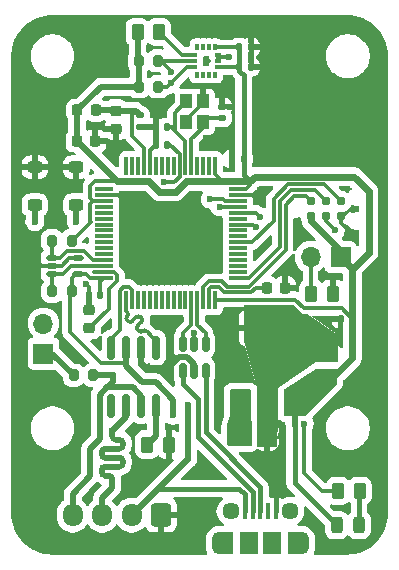
<source format=gtl>
G04 #@! TF.GenerationSoftware,KiCad,Pcbnew,9.0.0*
G04 #@! TF.CreationDate,2025-04-03T01:17:14-07:00*
G04 #@! TF.ProjectId,SDM25_IMU_STM32,53444d32-355f-4494-9d55-5f53544d3332,rev?*
G04 #@! TF.SameCoordinates,Original*
G04 #@! TF.FileFunction,Copper,L1,Top*
G04 #@! TF.FilePolarity,Positive*
%FSLAX46Y46*%
G04 Gerber Fmt 4.6, Leading zero omitted, Abs format (unit mm)*
G04 Created by KiCad (PCBNEW 9.0.0) date 2025-04-03 01:17:14*
%MOMM*%
%LPD*%
G01*
G04 APERTURE LIST*
G04 Aperture macros list*
%AMRoundRect*
0 Rectangle with rounded corners*
0 $1 Rounding radius*
0 $2 $3 $4 $5 $6 $7 $8 $9 X,Y pos of 4 corners*
0 Add a 4 corners polygon primitive as box body*
4,1,4,$2,$3,$4,$5,$6,$7,$8,$9,$2,$3,0*
0 Add four circle primitives for the rounded corners*
1,1,$1+$1,$2,$3*
1,1,$1+$1,$4,$5*
1,1,$1+$1,$6,$7*
1,1,$1+$1,$8,$9*
0 Add four rect primitives between the rounded corners*
20,1,$1+$1,$2,$3,$4,$5,0*
20,1,$1+$1,$4,$5,$6,$7,0*
20,1,$1+$1,$6,$7,$8,$9,0*
20,1,$1+$1,$8,$9,$2,$3,0*%
G04 Aperture macros list end*
G04 #@! TA.AperFunction,SMDPad,CuDef*
%ADD10RoundRect,0.140000X0.140000X0.170000X-0.140000X0.170000X-0.140000X-0.170000X0.140000X-0.170000X0*%
G04 #@! TD*
G04 #@! TA.AperFunction,SMDPad,CuDef*
%ADD11RoundRect,0.245000X-0.380000X0.245000X-0.380000X-0.245000X0.380000X-0.245000X0.380000X0.245000X0*%
G04 #@! TD*
G04 #@! TA.AperFunction,SMDPad,CuDef*
%ADD12R,0.400000X1.350000*%
G04 #@! TD*
G04 #@! TA.AperFunction,ComponentPad*
%ADD13O,1.200000X1.900000*%
G04 #@! TD*
G04 #@! TA.AperFunction,SMDPad,CuDef*
%ADD14R,1.200000X1.900000*%
G04 #@! TD*
G04 #@! TA.AperFunction,ComponentPad*
%ADD15C,1.450000*%
G04 #@! TD*
G04 #@! TA.AperFunction,SMDPad,CuDef*
%ADD16R,1.500000X1.900000*%
G04 #@! TD*
G04 #@! TA.AperFunction,SMDPad,CuDef*
%ADD17RoundRect,0.225000X0.225000X0.250000X-0.225000X0.250000X-0.225000X-0.250000X0.225000X-0.250000X0*%
G04 #@! TD*
G04 #@! TA.AperFunction,SMDPad,CuDef*
%ADD18RoundRect,0.200000X0.200000X0.275000X-0.200000X0.275000X-0.200000X-0.275000X0.200000X-0.275000X0*%
G04 #@! TD*
G04 #@! TA.AperFunction,SMDPad,CuDef*
%ADD19RoundRect,0.140000X-0.140000X-0.170000X0.140000X-0.170000X0.140000X0.170000X-0.140000X0.170000X0*%
G04 #@! TD*
G04 #@! TA.AperFunction,SMDPad,CuDef*
%ADD20RoundRect,0.225000X0.250000X-0.225000X0.250000X0.225000X-0.250000X0.225000X-0.250000X-0.225000X0*%
G04 #@! TD*
G04 #@! TA.AperFunction,SMDPad,CuDef*
%ADD21RoundRect,0.250000X0.475000X-0.250000X0.475000X0.250000X-0.475000X0.250000X-0.475000X-0.250000X0*%
G04 #@! TD*
G04 #@! TA.AperFunction,SMDPad,CuDef*
%ADD22RoundRect,0.140000X0.170000X-0.140000X0.170000X0.140000X-0.170000X0.140000X-0.170000X-0.140000X0*%
G04 #@! TD*
G04 #@! TA.AperFunction,SMDPad,CuDef*
%ADD23RoundRect,0.250000X-0.262500X-0.450000X0.262500X-0.450000X0.262500X0.450000X-0.262500X0.450000X0*%
G04 #@! TD*
G04 #@! TA.AperFunction,SMDPad,CuDef*
%ADD24RoundRect,0.218750X0.218750X0.256250X-0.218750X0.256250X-0.218750X-0.256250X0.218750X-0.256250X0*%
G04 #@! TD*
G04 #@! TA.AperFunction,SMDPad,CuDef*
%ADD25RoundRect,0.250000X-0.250000X-0.475000X0.250000X-0.475000X0.250000X0.475000X-0.250000X0.475000X0*%
G04 #@! TD*
G04 #@! TA.AperFunction,SMDPad,CuDef*
%ADD26RoundRect,0.075000X-0.075000X0.700000X-0.075000X-0.700000X0.075000X-0.700000X0.075000X0.700000X0*%
G04 #@! TD*
G04 #@! TA.AperFunction,SMDPad,CuDef*
%ADD27RoundRect,0.075000X-0.700000X0.075000X-0.700000X-0.075000X0.700000X-0.075000X0.700000X0.075000X0*%
G04 #@! TD*
G04 #@! TA.AperFunction,ComponentPad*
%ADD28R,1.700000X1.700000*%
G04 #@! TD*
G04 #@! TA.AperFunction,ComponentPad*
%ADD29O,1.700000X1.700000*%
G04 #@! TD*
G04 #@! TA.AperFunction,SMDPad,CuDef*
%ADD30RoundRect,0.150000X-0.150000X0.825000X-0.150000X-0.825000X0.150000X-0.825000X0.150000X0.825000X0*%
G04 #@! TD*
G04 #@! TA.AperFunction,SMDPad,CuDef*
%ADD31RoundRect,0.150000X0.150000X-0.512500X0.150000X0.512500X-0.150000X0.512500X-0.150000X-0.512500X0*%
G04 #@! TD*
G04 #@! TA.AperFunction,ComponentPad*
%ADD32RoundRect,0.250000X0.600000X0.725000X-0.600000X0.725000X-0.600000X-0.725000X0.600000X-0.725000X0*%
G04 #@! TD*
G04 #@! TA.AperFunction,ComponentPad*
%ADD33O,1.700000X1.950000*%
G04 #@! TD*
G04 #@! TA.AperFunction,SMDPad,CuDef*
%ADD34R,1.000000X1.150000*%
G04 #@! TD*
G04 #@! TA.AperFunction,SMDPad,CuDef*
%ADD35R,0.300000X0.480000*%
G04 #@! TD*
G04 #@! TA.AperFunction,SMDPad,CuDef*
%ADD36R,0.480000X0.300000*%
G04 #@! TD*
G04 #@! TA.AperFunction,SMDPad,CuDef*
%ADD37RoundRect,0.200000X-0.200000X-0.275000X0.200000X-0.275000X0.200000X0.275000X-0.200000X0.275000X0*%
G04 #@! TD*
G04 #@! TA.AperFunction,SMDPad,CuDef*
%ADD38RoundRect,0.250000X0.262500X0.450000X-0.262500X0.450000X-0.262500X-0.450000X0.262500X-0.450000X0*%
G04 #@! TD*
G04 #@! TA.AperFunction,ConnectorPad*
%ADD39C,0.787400*%
G04 #@! TD*
G04 #@! TA.AperFunction,SMDPad,CuDef*
%ADD40R,1.500000X2.000000*%
G04 #@! TD*
G04 #@! TA.AperFunction,SMDPad,CuDef*
%ADD41R,3.800000X2.000000*%
G04 #@! TD*
G04 #@! TA.AperFunction,SMDPad,CuDef*
%ADD42RoundRect,0.243750X-0.243750X-0.456250X0.243750X-0.456250X0.243750X0.456250X-0.243750X0.456250X0*%
G04 #@! TD*
G04 #@! TA.AperFunction,SMDPad,CuDef*
%ADD43RoundRect,0.112500X-0.362500X-0.112500X0.362500X-0.112500X0.362500X0.112500X-0.362500X0.112500X0*%
G04 #@! TD*
G04 #@! TA.AperFunction,ViaPad*
%ADD44C,0.600000*%
G04 #@! TD*
G04 #@! TA.AperFunction,ViaPad*
%ADD45C,0.700000*%
G04 #@! TD*
G04 #@! TA.AperFunction,Conductor*
%ADD46C,0.400000*%
G04 #@! TD*
G04 #@! TA.AperFunction,Conductor*
%ADD47C,0.500000*%
G04 #@! TD*
G04 #@! TA.AperFunction,Conductor*
%ADD48C,0.600000*%
G04 #@! TD*
G04 #@! TA.AperFunction,Conductor*
%ADD49C,0.300000*%
G04 #@! TD*
G04 #@! TA.AperFunction,Conductor*
%ADD50C,0.200000*%
G04 #@! TD*
G04 #@! TA.AperFunction,Conductor*
%ADD51C,0.440000*%
G04 #@! TD*
G04 APERTURE END LIST*
D10*
X96680000Y-91025000D03*
X95720000Y-91025000D03*
D11*
X89000000Y-94390000D03*
X89000000Y-97610000D03*
D12*
X103300000Y-123537500D03*
X103950000Y-123537500D03*
X104600000Y-123537500D03*
X105250000Y-123537500D03*
X105900000Y-123537500D03*
D13*
X101100000Y-126237500D03*
D14*
X101700000Y-126237500D03*
D15*
X102100000Y-123537500D03*
D16*
X103600000Y-126237500D03*
X105600000Y-126237500D03*
D15*
X107100000Y-123537500D03*
D14*
X107500000Y-126237500D03*
D13*
X108100000Y-126237500D03*
D17*
X106675000Y-104600000D03*
X105125000Y-104600000D03*
D18*
X90425000Y-112000000D03*
X88775000Y-112000000D03*
D19*
X102220000Y-93700000D03*
X103180000Y-93700000D03*
D20*
X90100000Y-108025000D03*
X90100000Y-106475000D03*
D21*
X110200000Y-112125000D03*
X110200000Y-110225000D03*
D22*
X101350000Y-90230000D03*
X101350000Y-89270000D03*
D23*
X94187500Y-82950000D03*
X96012500Y-82950000D03*
D24*
X90660000Y-89575000D03*
X89085000Y-89575000D03*
D18*
X95925000Y-87600000D03*
X94275000Y-87600000D03*
D19*
X111420000Y-107250000D03*
X112380000Y-107250000D03*
D25*
X105150000Y-117175000D03*
D23*
X95012500Y-117875000D03*
X96837500Y-117875000D03*
D10*
X103780000Y-85900000D03*
X102820000Y-85900000D03*
D26*
X100750000Y-94325000D03*
X100250000Y-94325000D03*
X99750000Y-94325000D03*
X99250000Y-94325000D03*
X98750000Y-94325000D03*
X98250000Y-94325000D03*
X97750000Y-94325000D03*
X97250000Y-94325000D03*
X96750000Y-94325000D03*
X96250000Y-94325000D03*
X95750000Y-94325000D03*
X95250000Y-94325000D03*
X94750000Y-94325000D03*
X94250000Y-94325000D03*
X93750000Y-94325000D03*
X93250000Y-94325000D03*
D27*
X91325000Y-96250000D03*
X91325000Y-96750000D03*
X91325000Y-97250000D03*
X91325000Y-97750000D03*
X91325000Y-98250000D03*
X91325000Y-98750000D03*
X91325000Y-99250000D03*
X91325000Y-99750000D03*
X91325000Y-100250000D03*
X91325000Y-100750000D03*
X91325000Y-101250000D03*
X91325000Y-101750000D03*
X91325000Y-102250000D03*
X91325000Y-102750000D03*
X91325000Y-103250000D03*
X91325000Y-103750000D03*
D26*
X93750000Y-105675000D03*
X94250000Y-105675000D03*
X94750000Y-105675000D03*
X95250000Y-105675000D03*
X95750000Y-105675000D03*
X96250000Y-105675000D03*
X96750000Y-105675000D03*
X97250000Y-105675000D03*
X97750000Y-105675000D03*
X98250000Y-105675000D03*
X98750000Y-105675000D03*
X99250000Y-105675000D03*
X99750000Y-105675000D03*
X100250000Y-105675000D03*
X100750000Y-105675000D03*
D27*
X102675000Y-103750000D03*
X102675000Y-103250000D03*
X102675000Y-102750000D03*
X102675000Y-102250000D03*
X102675000Y-101750000D03*
X102675000Y-101250000D03*
X102675000Y-100750000D03*
X102675000Y-100250000D03*
X102675000Y-99750000D03*
X102675000Y-99250000D03*
X102675000Y-98750000D03*
X102675000Y-98250000D03*
X102675000Y-97750000D03*
X102675000Y-97250000D03*
X102675000Y-96750000D03*
X102675000Y-96250000D03*
D26*
X93250000Y-105675000D03*
D28*
X111375000Y-102000000D03*
D29*
X108835000Y-102000000D03*
D11*
X85500000Y-94390000D03*
X85500000Y-97610000D03*
D30*
X95765000Y-109675000D03*
X94495000Y-109675000D03*
X93225000Y-109675000D03*
X91955000Y-109675000D03*
X91955000Y-114625000D03*
X93225000Y-114625000D03*
X94495000Y-114625000D03*
X95765000Y-114625000D03*
D17*
X90597500Y-92175000D03*
X89047500Y-92175000D03*
D31*
X98050000Y-111637500D03*
X99000000Y-111637500D03*
X99950000Y-111637500D03*
X99950000Y-109362500D03*
X99000000Y-109362500D03*
X98050000Y-109362500D03*
D32*
X96200000Y-123850000D03*
D33*
X93700000Y-123850000D03*
X91200000Y-123850000D03*
X88700000Y-123850000D03*
D34*
X99725000Y-90575000D03*
X99725000Y-88825000D03*
X98325000Y-88825000D03*
X98325000Y-90575000D03*
D35*
X99250000Y-86562500D03*
X99750000Y-86562500D03*
X100250000Y-86562500D03*
X100750000Y-86562500D03*
D36*
X101000000Y-85900000D03*
X101000000Y-85400000D03*
X101000000Y-84900000D03*
D35*
X100750000Y-84237500D03*
X100250000Y-84237500D03*
X99750000Y-84237500D03*
X99250000Y-84237500D03*
D36*
X99000000Y-84900000D03*
X99000000Y-85400000D03*
X99000000Y-85900000D03*
D37*
X86950000Y-100625000D03*
X88600000Y-100625000D03*
D38*
X113012500Y-121800000D03*
X111187500Y-121800000D03*
D19*
X90070000Y-105200000D03*
X91030000Y-105200000D03*
D39*
X108890000Y-98569000D03*
X108890000Y-97299000D03*
X110160000Y-98569000D03*
X110160000Y-97299000D03*
X111430000Y-98569000D03*
X111430000Y-97299000D03*
D19*
X95720000Y-92500000D03*
X96680000Y-92500000D03*
X102820000Y-84250000D03*
X103780000Y-84250000D03*
D25*
X103250000Y-117175000D03*
D28*
X86225000Y-110175000D03*
D29*
X86225000Y-107635000D03*
D18*
X95925000Y-85400000D03*
X94275000Y-85400000D03*
D40*
X102900000Y-114325000D03*
X105200000Y-114325000D03*
D41*
X105200000Y-108025000D03*
D40*
X107500000Y-114325000D03*
D38*
X110712500Y-105100000D03*
X108887500Y-105100000D03*
D22*
X94422500Y-90955000D03*
X94422500Y-89995000D03*
D42*
X111062500Y-124700000D03*
X112937500Y-124700000D03*
D37*
X86950000Y-104900000D03*
X88600000Y-104900000D03*
D20*
X92372500Y-91150000D03*
X92372500Y-89600000D03*
D25*
X103250000Y-117175000D03*
X105150000Y-117175000D03*
D43*
X86957192Y-102100000D03*
X86957192Y-102750000D03*
X86957192Y-103400000D03*
X89157192Y-103400000D03*
X89157192Y-102100000D03*
D44*
X107500000Y-116100000D03*
X97200000Y-115400000D03*
X108300003Y-116100000D03*
X104200000Y-99450000D03*
X101900000Y-85100000D03*
X95000000Y-102000000D03*
X91000000Y-85000000D03*
X84250000Y-102750000D03*
X97000000Y-98000000D03*
X91700000Y-93100000D03*
X91000000Y-83500000D03*
X100550000Y-120150000D03*
X91000000Y-84250000D03*
X96000000Y-103000000D03*
X85000000Y-102750000D03*
D45*
X103800000Y-106600000D03*
X105968170Y-112575000D03*
D44*
X95150000Y-119550000D03*
X85000000Y-101950000D03*
X95000000Y-103000000D03*
X104950000Y-85050000D03*
X100000000Y-91950000D03*
X105900000Y-120100000D03*
X101500000Y-92650000D03*
X112750000Y-89650000D03*
X112000000Y-89650000D03*
D45*
X104868170Y-112575000D03*
D44*
X84250000Y-102000000D03*
X111250000Y-89650000D03*
X99850000Y-120150000D03*
X97000000Y-99000000D03*
X91750000Y-85000000D03*
X95700000Y-89420000D03*
X104600000Y-96800000D03*
X95000000Y-99000000D03*
X89800938Y-104263080D03*
D45*
X106600000Y-106600000D03*
X109868170Y-108975000D03*
D44*
X92400000Y-93100000D03*
X91750000Y-83450000D03*
X95150000Y-88850000D03*
X94450000Y-119550000D03*
X97000000Y-102000000D03*
X100750000Y-92650000D03*
X110700000Y-103800000D03*
X97000000Y-103000000D03*
X101500000Y-91950000D03*
X100750000Y-91950000D03*
D45*
X110700000Y-108975000D03*
D44*
X104900000Y-85900000D03*
X104950000Y-84250000D03*
X96000000Y-99000000D03*
X111250000Y-88950000D03*
X85000000Y-103500000D03*
X96000000Y-98000000D03*
X105900000Y-120850000D03*
X91750000Y-84250000D03*
X112560000Y-100240000D03*
X96000000Y-102000000D03*
X84250000Y-103500000D03*
X95000000Y-98000000D03*
X112750000Y-88950000D03*
X96800000Y-111500000D03*
X106900000Y-103100000D03*
X112000000Y-88950000D03*
X100000000Y-92650000D03*
X104600000Y-98590000D03*
X100350000Y-97100000D03*
X97000000Y-87300000D03*
X89000000Y-99000000D03*
X92100000Y-112000000D03*
X99000000Y-108394239D03*
X102150000Y-117525000D03*
X98450000Y-119100000D03*
X98450000Y-114500000D03*
X102150000Y-116825000D03*
X92050000Y-116700000D03*
X85500000Y-99000000D03*
X101150000Y-97750000D03*
X97000000Y-86300000D03*
X96390000Y-95660000D03*
X110930000Y-99740000D03*
D46*
X98050000Y-112750000D02*
X98050000Y-111637500D01*
X99300000Y-114000000D02*
X98050000Y-112750000D01*
X99300000Y-117250058D02*
X99300000Y-114000000D01*
X103950000Y-121900058D02*
X99300000Y-117250058D01*
X103950000Y-123537500D02*
X103950000Y-121900058D01*
D47*
X98450000Y-114500000D02*
X98450000Y-119100000D01*
X93225000Y-111225000D02*
X93225000Y-109675000D01*
X94600000Y-112600000D02*
X93225000Y-111225000D01*
X95733738Y-112600000D02*
X94600000Y-112600000D01*
X97200000Y-114066262D02*
X95733738Y-112600000D01*
X97200000Y-115400000D02*
X97200000Y-114066262D01*
D48*
X112380000Y-103005000D02*
X112380000Y-107250000D01*
D49*
X103350000Y-96250000D02*
X102675000Y-96250000D01*
X103700000Y-95600000D02*
X103700000Y-95900000D01*
D46*
X103700000Y-95600000D02*
X103180000Y-95080000D01*
D49*
X88475000Y-105025000D02*
X88600000Y-104900000D01*
X90200000Y-103750000D02*
X91325000Y-103750000D01*
X92600000Y-95600000D02*
X90596880Y-95600000D01*
X91130592Y-111000000D02*
X88475000Y-108344408D01*
X89157192Y-103400000D02*
X89850000Y-103400000D01*
X90210940Y-99014060D02*
X88600000Y-100625000D01*
X100750000Y-95000000D02*
X100750000Y-94325000D01*
X91325000Y-97250000D02*
X90446880Y-97250000D01*
D47*
X91060000Y-87600000D02*
X89085000Y-89575000D01*
D48*
X103700000Y-95600000D02*
X104100000Y-95200000D01*
D49*
X101350000Y-95600000D02*
X100750000Y-95000000D01*
X102820000Y-85900000D02*
X102820000Y-86209999D01*
X100750000Y-105675000D02*
X100825000Y-105600000D01*
X91030000Y-105200000D02*
X91030000Y-104045000D01*
X101000000Y-85900000D02*
X102820000Y-85900000D01*
D47*
X94275000Y-85400000D02*
X94275000Y-87600000D01*
D46*
X103180000Y-95080000D02*
X103180000Y-93700000D01*
D48*
X113745300Y-101639700D02*
X112380000Y-103005000D01*
X113745300Y-96445300D02*
X113745300Y-101639700D01*
X104100000Y-95200000D02*
X112500000Y-95200000D01*
X111375000Y-101475000D02*
X111375000Y-102000000D01*
D47*
X94187500Y-82950000D02*
X94187500Y-85312500D01*
D48*
X108890000Y-98990000D02*
X111375000Y-101475000D01*
D49*
X90446880Y-97250000D02*
X90200000Y-97496880D01*
D48*
X92472500Y-95600000D02*
X89047500Y-92175000D01*
D46*
X107500000Y-121137500D02*
X107500000Y-116100000D01*
X102820000Y-86209999D02*
X103180000Y-86569999D01*
X103180000Y-86569999D02*
X103180000Y-93700000D01*
D49*
X90596880Y-95600000D02*
X90200000Y-95996880D01*
X90200000Y-97496880D02*
X90200000Y-99003120D01*
X108300000Y-106350000D02*
X111480000Y-106350000D01*
X100825000Y-105600000D02*
X107550000Y-105600000D01*
D47*
X89085000Y-89575000D02*
X89085000Y-92137500D01*
X94187500Y-85312500D02*
X94275000Y-85400000D01*
X94275000Y-87600000D02*
X91060000Y-87600000D01*
D49*
X93225000Y-110825000D02*
X93050000Y-111000000D01*
D48*
X112500000Y-95200000D02*
X113745300Y-96445300D01*
X98272359Y-95600000D02*
X97412359Y-96460000D01*
X110775000Y-112125000D02*
X112380000Y-110520000D01*
X96040000Y-96460000D02*
X95180000Y-95600000D01*
D50*
X103700000Y-95600000D02*
X101350000Y-95600000D01*
D48*
X97412359Y-96460000D02*
X96040000Y-96460000D01*
X103700000Y-95600000D02*
X98272359Y-95600000D01*
D49*
X89157192Y-103400000D02*
X88950000Y-103400000D01*
X90200000Y-95996880D02*
X90200000Y-97003120D01*
X93225000Y-109675000D02*
X93225000Y-110825000D01*
D48*
X110200000Y-112125000D02*
X110775000Y-112125000D01*
D49*
X90200000Y-99003120D02*
X90210940Y-99014060D01*
X88475000Y-108344408D02*
X88475000Y-105025000D01*
X111480000Y-106350000D02*
X112380000Y-107250000D01*
D48*
X92600000Y-95600000D02*
X92472500Y-95600000D01*
D47*
X89085000Y-92137500D02*
X89047500Y-92175000D01*
D48*
X112380000Y-110520000D02*
X112380000Y-107250000D01*
D47*
X107500000Y-116100000D02*
X107500000Y-114325000D01*
D49*
X89850000Y-103400000D02*
X90200000Y-103750000D01*
X91030000Y-104045000D02*
X91325000Y-103750000D01*
D46*
X111062500Y-124700000D02*
X107500000Y-121137500D01*
D49*
X103700000Y-95900000D02*
X103350000Y-96250000D01*
D48*
X95180000Y-95600000D02*
X92600000Y-95600000D01*
X111375000Y-102000000D02*
X112380000Y-103005000D01*
D49*
X107550000Y-105600000D02*
X108300000Y-106350000D01*
X100750000Y-84237500D02*
X102807500Y-84237500D01*
X90200000Y-97003120D02*
X90446880Y-97250000D01*
X88600000Y-103750000D02*
X88600000Y-104900000D01*
D51*
X102807500Y-84237500D02*
X102820000Y-84250000D01*
D49*
X93050000Y-111000000D02*
X91130592Y-111000000D01*
X88950000Y-103400000D02*
X88600000Y-103750000D01*
D51*
X102820000Y-84250000D02*
X102820000Y-85900000D01*
D48*
X108890000Y-98569000D02*
X108890000Y-98990000D01*
D49*
X99000000Y-84900000D02*
X97962500Y-84900000D01*
X97962500Y-84900000D02*
X96012500Y-82950000D01*
X109800000Y-121800000D02*
X108300003Y-120300003D01*
X102675000Y-99250000D02*
X104000000Y-99250000D01*
X104000000Y-99250000D02*
X104200000Y-99450000D01*
X111187500Y-121800000D02*
X109800000Y-121800000D01*
X108300003Y-120300003D02*
X108300003Y-116100000D01*
D46*
X112937500Y-124700000D02*
X112937500Y-121875000D01*
X112937500Y-121875000D02*
X113012500Y-121800000D01*
D47*
X95765000Y-117122500D02*
X95012500Y-117875000D01*
X95765000Y-114625000D02*
X95765000Y-117122500D01*
D49*
X112560000Y-100240000D02*
X111430000Y-99110000D01*
D47*
X94495000Y-110995000D02*
X94495000Y-109675000D01*
D49*
X103807500Y-84237500D02*
X103820000Y-84250000D01*
D47*
X98801000Y-110901000D02*
X99000000Y-111100000D01*
X96800000Y-111500000D02*
X96800000Y-111370900D01*
D46*
X95720000Y-92500000D02*
X95720000Y-91025000D01*
X105900000Y-120850000D02*
X105900000Y-123537500D01*
D47*
X96800000Y-111370900D02*
X97694900Y-110476000D01*
X98801000Y-110871900D02*
X98801000Y-110901000D01*
D46*
X90050000Y-106075000D02*
X90050000Y-105220000D01*
D47*
X98424000Y-110524000D02*
X98453100Y-110524000D01*
D49*
X88407192Y-102100000D02*
X89157192Y-102100000D01*
X111430000Y-99110000D02*
X111430000Y-98569000D01*
X102675000Y-96750000D02*
X104550000Y-96750000D01*
D47*
X96800000Y-111500000D02*
X95000000Y-111500000D01*
X98376000Y-110476000D02*
X98424000Y-110524000D01*
D46*
X90050000Y-105220000D02*
X90070000Y-105200000D01*
D49*
X99725000Y-89000000D02*
X98325000Y-90400000D01*
X101000000Y-84900000D02*
X101000000Y-85100000D01*
D46*
X95720000Y-91025000D02*
X94492500Y-91025000D01*
D49*
X99725000Y-88825000D02*
X99400000Y-88825000D01*
X87757192Y-102750000D02*
X88407192Y-102100000D01*
X104550000Y-96750000D02*
X104600000Y-96800000D01*
D46*
X95700000Y-89420000D02*
X95720000Y-89440000D01*
X95700000Y-89420000D02*
X95700000Y-89400000D01*
D47*
X99000000Y-111100000D02*
X99000000Y-111637500D01*
D49*
X95250000Y-92970000D02*
X95720000Y-92500000D01*
D50*
X99725000Y-88825000D02*
X99725000Y-89000000D01*
D49*
X101000000Y-85100000D02*
X101900000Y-85100000D01*
X86957192Y-102750000D02*
X85750000Y-102750000D01*
D50*
X110712500Y-103812500D02*
X110700000Y-103800000D01*
D49*
X91325000Y-96750000D02*
X92700000Y-96750000D01*
D47*
X97694900Y-110476000D02*
X98376000Y-110476000D01*
D49*
X95250000Y-94325000D02*
X95250000Y-92970000D01*
X101000000Y-84900000D02*
X101000000Y-85400000D01*
D46*
X94492500Y-91025000D02*
X94422500Y-90955000D01*
X95700000Y-89400000D02*
X95150000Y-88850000D01*
D49*
X86957192Y-102750000D02*
X87757192Y-102750000D01*
X90070000Y-105200000D02*
X90070000Y-104532142D01*
X90070000Y-104532142D02*
X89800938Y-104263080D01*
D46*
X95720000Y-89440000D02*
X95720000Y-91025000D01*
D47*
X95000000Y-111500000D02*
X94495000Y-110995000D01*
X98453100Y-110524000D02*
X98801000Y-110871900D01*
D49*
X108835000Y-105047500D02*
X108887500Y-105100000D01*
X104260000Y-98250000D02*
X102675000Y-98250000D01*
X108835000Y-102000000D02*
X108835000Y-105047500D01*
X104600000Y-98590000D02*
X104260000Y-98250000D01*
X101569239Y-97250000D02*
X102675000Y-97250000D01*
X96700000Y-87600000D02*
X97000000Y-87300000D01*
X101419239Y-97100000D02*
X101569239Y-97250000D01*
X95925000Y-87600000D02*
X96700000Y-87600000D01*
X97000000Y-87300000D02*
X98400000Y-85900000D01*
X98400000Y-85900000D02*
X99000000Y-85900000D01*
X100350000Y-97100000D02*
X101419239Y-97100000D01*
X86957192Y-103400000D02*
X87912500Y-103400000D01*
X86950000Y-103407192D02*
X86957192Y-103400000D01*
X87912500Y-103400000D02*
X88562500Y-102750000D01*
X86950000Y-104900000D02*
X86950000Y-103407192D01*
X88562500Y-102750000D02*
X91325000Y-102750000D01*
X86950000Y-102092808D02*
X86957192Y-102100000D01*
X88200000Y-101500000D02*
X89696880Y-101500000D01*
X87600000Y-102100000D02*
X88200000Y-101500000D01*
X90446880Y-102250000D02*
X91325000Y-102250000D01*
X86950000Y-100625000D02*
X86950000Y-102092808D01*
X89696880Y-101500000D02*
X90446880Y-102250000D01*
X86957192Y-102100000D02*
X87600000Y-102100000D01*
D47*
X86225000Y-110175000D02*
X86950000Y-110175000D01*
X86950000Y-110175000D02*
X88775000Y-112000000D01*
X90175000Y-120550000D02*
X88700000Y-122025000D01*
X94495000Y-113745000D02*
X93775000Y-113025000D01*
X94495000Y-114625000D02*
X94495000Y-113745000D01*
X92100000Y-112000000D02*
X90425000Y-112000000D01*
X91625000Y-113025000D02*
X91000000Y-113650000D01*
X91000000Y-113650000D02*
X91000000Y-117400000D01*
X90175000Y-118225000D02*
X90175000Y-120550000D01*
X93775000Y-113025000D02*
X91625000Y-113025000D01*
X91625000Y-113025000D02*
X92100000Y-112550000D01*
X91000000Y-117400000D02*
X90175000Y-118225000D01*
X89000000Y-97610000D02*
X89000000Y-99000000D01*
X92100000Y-112550000D02*
X92100000Y-112000000D01*
X88700000Y-122025000D02*
X88700000Y-123850000D01*
D49*
X99250000Y-107725000D02*
X99250000Y-105675000D01*
X99950000Y-108425000D02*
X99250000Y-107725000D01*
X99950000Y-109362500D02*
X99950000Y-108425000D01*
D47*
X98450000Y-119100000D02*
X93700000Y-123850000D01*
D49*
X99000000Y-109362500D02*
X99000000Y-108394239D01*
D46*
X95935000Y-121615000D02*
X102815000Y-121615000D01*
X102815000Y-121615000D02*
X103300000Y-122100000D01*
X93700000Y-123850000D02*
X95935000Y-121615000D01*
X103300000Y-122100000D02*
X103300000Y-123537500D01*
X104600000Y-123537500D02*
X104600000Y-121500000D01*
X99950000Y-116850000D02*
X99950000Y-111637500D01*
X104600000Y-121500000D02*
X99950000Y-116850000D01*
D49*
X98050000Y-108425000D02*
X98750000Y-107725000D01*
X98050000Y-109362500D02*
X98050000Y-108425000D01*
X98750000Y-107725000D02*
X98750000Y-105675000D01*
X91955000Y-108945000D02*
X91955000Y-109675000D01*
X93750000Y-104796880D02*
X93503120Y-104550000D01*
X92996880Y-104550000D02*
X92700000Y-104846880D01*
X92700000Y-108200000D02*
X91955000Y-108945000D01*
X93503120Y-104550000D02*
X92996880Y-104550000D01*
X92700000Y-104846880D02*
X92700000Y-108200000D01*
X93750000Y-105675000D02*
X93750000Y-104796880D01*
X95765000Y-109115000D02*
X95765000Y-109675000D01*
X95309406Y-108659406D02*
X95765000Y-109115000D01*
X94187668Y-108159922D02*
X94300805Y-108273059D01*
X94435155Y-107092191D02*
X94520007Y-107177043D01*
X93317928Y-107360893D02*
X93402780Y-107445745D01*
X94923058Y-108273059D02*
X95036196Y-108386196D01*
X93325000Y-107014411D02*
X93317928Y-107021482D01*
X93749263Y-107438673D02*
X93918968Y-107268968D01*
X94343232Y-107693232D02*
X94187668Y-107848795D01*
X93918968Y-107268968D02*
X94095743Y-107092190D01*
X93250000Y-106600000D02*
X93325000Y-106675000D01*
X95036196Y-108386196D02*
X95309406Y-108659406D01*
X93250000Y-105675000D02*
X93250000Y-106600000D01*
X94520007Y-107516455D02*
X94343231Y-107693232D01*
X93742192Y-107445745D02*
X93749263Y-107438673D01*
X94343231Y-107693232D02*
X94343232Y-107693232D01*
X93325000Y-106675000D02*
G75*
G02*
X93324995Y-107014405I-169700J-169700D01*
G01*
X93317928Y-107021482D02*
G75*
G03*
X93317915Y-107360906I169672J-169718D01*
G01*
X94611932Y-108273059D02*
G75*
G02*
X94923058Y-108273059I155563J-155564D01*
G01*
X94300805Y-108273059D02*
G75*
G03*
X94611932Y-108273060I155564J155565D01*
G01*
X94095743Y-107092190D02*
G75*
G02*
X94435106Y-107092239I169657J-169710D01*
G01*
X94520007Y-107177043D02*
G75*
G02*
X94519958Y-107516406I-169707J-169657D01*
G01*
X93402780Y-107445745D02*
G75*
G03*
X93742192Y-107445745I169706J169704D01*
G01*
X94187668Y-107848795D02*
G75*
G03*
X94187626Y-108159964I155532J-155605D01*
G01*
D47*
X92050000Y-120807489D02*
X92050000Y-120959489D01*
X91200000Y-122375000D02*
X91200000Y-122475000D01*
X91444000Y-120503489D02*
X91746000Y-120503489D01*
X92960000Y-117767489D02*
X92960000Y-117919489D01*
X92050000Y-121525000D02*
X91200000Y-122375000D01*
X85500000Y-97610000D02*
X85500000Y-99000000D01*
X92354000Y-118223489D02*
X92050000Y-118223489D01*
X93225000Y-115525000D02*
X92050000Y-116700000D01*
X92050000Y-119743489D02*
X91746000Y-119743489D01*
X92050000Y-118983489D02*
X92656000Y-118983489D01*
X91140000Y-118527489D02*
X91140000Y-118679489D01*
X91444000Y-118983489D02*
X92050000Y-118983489D01*
X92960000Y-119287489D02*
X92960000Y-119439489D01*
X92050000Y-116700000D02*
X92050000Y-117159489D01*
X93225000Y-114625000D02*
X93225000Y-115525000D01*
X91140000Y-120047489D02*
X91140000Y-120199489D01*
X92050000Y-118223489D02*
X91444000Y-118223489D01*
X91746000Y-119743489D02*
X91444000Y-119743489D01*
X92050000Y-120959489D02*
X92050000Y-121525000D01*
X92656000Y-119743489D02*
X92050000Y-119743489D01*
X92354000Y-117463489D02*
X92656000Y-117463489D01*
X92656000Y-118223489D02*
X92354000Y-118223489D01*
X91200000Y-122475000D02*
X91200000Y-123850000D01*
X92050000Y-117159489D02*
G75*
G03*
X92354000Y-117463500I304000J-11D01*
G01*
X91140000Y-118679489D02*
G75*
G03*
X91444000Y-118983500I304000J-11D01*
G01*
X91746000Y-120503489D02*
G75*
G02*
X92050011Y-120807489I0J-304011D01*
G01*
X92656000Y-117463489D02*
G75*
G02*
X92960011Y-117767489I0J-304011D01*
G01*
X91444000Y-119743489D02*
G75*
G03*
X91139989Y-120047489I0J-304011D01*
G01*
X91444000Y-118223489D02*
G75*
G03*
X91139989Y-118527489I0J-304011D01*
G01*
X92960000Y-119439489D02*
G75*
G02*
X92656000Y-119743500I-304000J-11D01*
G01*
X91140000Y-120199489D02*
G75*
G03*
X91444000Y-120503500I304000J-11D01*
G01*
X92656000Y-118983489D02*
G75*
G02*
X92960011Y-119287489I0J-304011D01*
G01*
X92960000Y-117919489D02*
G75*
G02*
X92656000Y-118223500I-304000J-11D01*
G01*
D49*
X106724700Y-101375300D02*
X106724700Y-97563155D01*
X101300000Y-104050000D02*
X101750000Y-104500000D01*
X107437855Y-96850000D02*
X108441000Y-96850000D01*
X101750000Y-104500000D02*
X103600000Y-104500000D01*
X100242894Y-104050000D02*
X101300000Y-104050000D01*
X99750000Y-104542894D02*
X100242894Y-104050000D01*
X99750000Y-105675000D02*
X99750000Y-104542894D01*
X106724700Y-97563155D02*
X107437855Y-96850000D01*
X108441000Y-96850000D02*
X108890000Y-97299000D01*
X103600000Y-104500000D02*
X106724700Y-101375300D01*
X93762500Y-91762500D02*
X93762500Y-89865000D01*
D47*
X90660000Y-89575000D02*
X92347500Y-89575000D01*
D49*
X93762500Y-89865000D02*
X94027500Y-89600000D01*
D47*
X94027500Y-89600000D02*
X94422500Y-89995000D01*
D49*
X94750000Y-94325000D02*
X94750000Y-92750000D01*
D47*
X92372500Y-89600000D02*
X94027500Y-89600000D01*
X92347500Y-89575000D02*
X92372500Y-89600000D01*
D49*
X94750000Y-92750000D02*
X93762500Y-91762500D01*
X111430000Y-97299000D02*
X109981000Y-95850000D01*
X105724700Y-98925300D02*
X103900000Y-100750000D01*
X106942893Y-95850000D02*
X105724700Y-97068193D01*
X109981000Y-95850000D02*
X106942893Y-95850000D01*
X105724700Y-97068193D02*
X105724700Y-98925300D01*
X103900000Y-100750000D02*
X102675000Y-100750000D01*
X101092894Y-104550000D02*
X101542894Y-105000000D01*
X100450000Y-104550000D02*
X101092894Y-104550000D01*
X100250000Y-105675000D02*
X100250000Y-104750000D01*
X104207106Y-104600000D02*
X105125000Y-104600000D01*
X101542894Y-105000000D02*
X103807106Y-105000000D01*
X103807106Y-105000000D02*
X104207106Y-104600000D01*
X100250000Y-104750000D02*
X100450000Y-104550000D01*
X97000000Y-86300000D02*
X97000000Y-86250000D01*
X97000000Y-86250000D02*
X96150000Y-85400000D01*
X96150000Y-85400000D02*
X95925000Y-85400000D01*
X95925000Y-85400000D02*
X96100000Y-85400000D01*
X101150000Y-97750000D02*
X102675000Y-97750000D01*
X95925000Y-85400000D02*
X99000000Y-85400000D01*
X98750000Y-94325000D02*
X98750000Y-92025000D01*
X99725000Y-90575000D02*
X100050000Y-90250000D01*
X99725000Y-91050000D02*
X99725000Y-90575000D01*
X98750000Y-92025000D02*
X99725000Y-91050000D01*
X101330000Y-90250000D02*
X101350000Y-90230000D01*
X100050000Y-90250000D02*
X101330000Y-90250000D01*
X97075000Y-91025000D02*
X96680000Y-91025000D01*
X97375000Y-91325000D02*
X97075000Y-91025000D01*
X98250000Y-92200000D02*
X98250000Y-94325000D01*
X98325000Y-88825000D02*
X97375000Y-89775000D01*
X97375000Y-89775000D02*
X97375000Y-91325000D01*
X97375000Y-91325000D02*
X98250000Y-92200000D01*
X92203120Y-103250000D02*
X92450000Y-103496880D01*
X91750000Y-104703120D02*
X91750000Y-106375000D01*
X92450000Y-104003120D02*
X91750000Y-104703120D01*
X92450000Y-103496880D02*
X92450000Y-104003120D01*
X91750000Y-106375000D02*
X90100000Y-108025000D01*
X91325000Y-103250000D02*
X90517590Y-103250000D01*
X91325000Y-103250000D02*
X92203120Y-103250000D01*
X106224700Y-101168194D02*
X103642894Y-103750000D01*
X107150000Y-96350000D02*
X106224700Y-97275300D01*
X106224700Y-97275300D02*
X106224700Y-101168194D01*
X103642894Y-103750000D02*
X102675000Y-103750000D01*
X109211000Y-96350000D02*
X107150000Y-96350000D01*
X110160000Y-97299000D02*
X109211000Y-96350000D01*
X96390000Y-95660000D02*
X97293120Y-95660000D01*
X97750000Y-94325000D02*
X97750000Y-93290001D01*
X110160000Y-98569000D02*
X110160000Y-98970000D01*
X96959999Y-92500000D02*
X96680000Y-92500000D01*
X97750000Y-95203120D02*
X97750000Y-94325000D01*
X97293120Y-95660000D02*
X97750000Y-95203120D01*
X110160000Y-98970000D02*
X110930000Y-99740000D01*
X97750000Y-93290001D02*
X96959999Y-92500000D01*
G04 #@! TA.AperFunction,Conductor*
G36*
X107379074Y-106070185D02*
G01*
X107399716Y-106086819D01*
X108023386Y-106710489D01*
X108126113Y-106769799D01*
X108150321Y-106776284D01*
X108150324Y-106776286D01*
X108150325Y-106776286D01*
X108180447Y-106784357D01*
X108240691Y-106800500D01*
X108571111Y-106800500D01*
X111200000Y-108575000D01*
X111200000Y-110850764D01*
X111175765Y-110875000D01*
X109300000Y-110875000D01*
X106100000Y-113075000D01*
X106100000Y-115575000D01*
X106000000Y-118050000D01*
X104300000Y-118050000D01*
X104300000Y-113075000D01*
X103200000Y-109075000D01*
X103200000Y-106050500D01*
X107312035Y-106050500D01*
X107379074Y-106070185D01*
G37*
G04 #@! TD.AperFunction*
G04 #@! TA.AperFunction,Conductor*
G36*
X111043039Y-111494685D02*
G01*
X111088794Y-111547489D01*
X111100000Y-111599000D01*
X111100000Y-112624952D01*
X111080315Y-112691991D01*
X111065261Y-112711025D01*
X108436572Y-115437073D01*
X108375867Y-115471667D01*
X108347311Y-115475000D01*
X106724000Y-115475000D01*
X106656961Y-115455315D01*
X106611206Y-115402511D01*
X106600000Y-115351000D01*
X106600000Y-113243457D01*
X106619685Y-113176418D01*
X106657928Y-113138526D01*
X109269717Y-111494066D01*
X109335786Y-111475000D01*
X110976000Y-111475000D01*
X111043039Y-111494685D01*
G37*
G04 #@! TD.AperFunction*
G04 #@! TA.AperFunction,Conductor*
G36*
X103743039Y-113194685D02*
G01*
X103788794Y-113247489D01*
X103800000Y-113299000D01*
X103800000Y-115474995D01*
X103800001Y-115475015D01*
X103899124Y-116267994D01*
X103900075Y-116282049D01*
X103916830Y-117849675D01*
X103897863Y-117916921D01*
X103845551Y-117963237D01*
X103792837Y-117975000D01*
X101924000Y-117975000D01*
X101856961Y-117955315D01*
X101811206Y-117902511D01*
X101800000Y-117851000D01*
X101800000Y-116241248D01*
X101804187Y-116209298D01*
X102000000Y-115475001D01*
X102000000Y-113299000D01*
X102019685Y-113231961D01*
X102072489Y-113186206D01*
X102124000Y-113175000D01*
X103676000Y-113175000D01*
X103743039Y-113194685D01*
G37*
G04 #@! TD.AperFunction*
G04 #@! TA.AperFunction,Conductor*
G36*
X111903032Y-81500648D02*
G01*
X112236929Y-81517052D01*
X112249037Y-81518245D01*
X112352146Y-81533539D01*
X112576699Y-81566849D01*
X112588617Y-81569219D01*
X112909951Y-81649709D01*
X112921588Y-81653240D01*
X112992806Y-81678722D01*
X113233467Y-81764832D01*
X113244688Y-81769479D01*
X113544163Y-81911120D01*
X113554871Y-81916844D01*
X113838988Y-82087137D01*
X113849106Y-82093897D01*
X114115170Y-82291224D01*
X114124576Y-82298944D01*
X114370013Y-82521395D01*
X114378604Y-82529986D01*
X114565755Y-82736475D01*
X114601055Y-82775423D01*
X114608775Y-82784829D01*
X114806102Y-83050893D01*
X114812862Y-83061011D01*
X114978149Y-83336777D01*
X114983148Y-83345116D01*
X114988883Y-83355844D01*
X115090044Y-83569732D01*
X115130514Y-83655297D01*
X115135170Y-83666540D01*
X115246759Y-83978411D01*
X115250292Y-83990055D01*
X115330777Y-84311369D01*
X115333151Y-84323305D01*
X115381754Y-84650962D01*
X115382947Y-84663071D01*
X115399351Y-84996966D01*
X115399500Y-85003051D01*
X115399500Y-123696948D01*
X115399351Y-123703033D01*
X115382947Y-124036928D01*
X115381754Y-124049037D01*
X115333151Y-124376694D01*
X115330777Y-124388630D01*
X115250292Y-124709944D01*
X115246759Y-124721588D01*
X115135170Y-125033459D01*
X115130514Y-125044702D01*
X114988885Y-125344151D01*
X114983148Y-125354883D01*
X114812862Y-125638988D01*
X114806102Y-125649106D01*
X114608775Y-125915170D01*
X114601055Y-125924576D01*
X114378611Y-126170006D01*
X114370006Y-126178611D01*
X114124576Y-126401055D01*
X114115170Y-126408775D01*
X113849106Y-126606102D01*
X113838988Y-126612862D01*
X113554883Y-126783148D01*
X113544151Y-126788885D01*
X113244702Y-126930514D01*
X113233459Y-126935170D01*
X112921588Y-127046759D01*
X112909944Y-127050292D01*
X112588630Y-127130777D01*
X112576694Y-127133151D01*
X112249037Y-127181754D01*
X112236928Y-127182947D01*
X111921989Y-127198419D01*
X111903031Y-127199351D01*
X111896949Y-127199500D01*
X109225640Y-127199500D01*
X109158601Y-127179815D01*
X109112846Y-127127011D01*
X109102902Y-127057853D01*
X109115155Y-127019206D01*
X109119870Y-127009950D01*
X109119873Y-127009945D01*
X109173402Y-126845201D01*
X109200500Y-126674111D01*
X109200500Y-125800889D01*
X109173402Y-125629799D01*
X109119873Y-125465055D01*
X109041232Y-125310712D01*
X108939414Y-125170572D01*
X108816928Y-125048086D01*
X108676788Y-124946268D01*
X108522445Y-124867627D01*
X108357701Y-124814098D01*
X108357699Y-124814097D01*
X108357698Y-124814097D01*
X108226271Y-124793281D01*
X108186611Y-124787000D01*
X108013389Y-124787000D01*
X108013388Y-124787000D01*
X107846787Y-124787000D01*
X107779748Y-124767315D01*
X107733993Y-124714511D01*
X107724049Y-124645353D01*
X107753074Y-124581797D01*
X107773902Y-124562682D01*
X107898359Y-124472259D01*
X108034759Y-124335859D01*
X108148141Y-124179802D01*
X108235715Y-124007929D01*
X108295324Y-123824472D01*
X108325500Y-123633949D01*
X108325500Y-123441051D01*
X108295324Y-123250528D01*
X108295321Y-123250519D01*
X108294643Y-123247695D01*
X108294698Y-123246579D01*
X108294562Y-123245716D01*
X108294743Y-123245687D01*
X108298125Y-123177912D01*
X108338781Y-123121090D01*
X108403704Y-123095268D01*
X108472281Y-123108646D01*
X108502894Y-123131052D01*
X110038181Y-124666338D01*
X110071666Y-124727661D01*
X110074500Y-124754019D01*
X110074500Y-125205855D01*
X110084913Y-125307776D01*
X110139637Y-125472922D01*
X110139642Y-125472933D01*
X110230971Y-125620999D01*
X110230974Y-125621003D01*
X110353996Y-125744025D01*
X110354000Y-125744028D01*
X110502066Y-125835357D01*
X110502069Y-125835358D01*
X110502075Y-125835362D01*
X110667225Y-125890087D01*
X110769152Y-125900500D01*
X110769157Y-125900500D01*
X111355843Y-125900500D01*
X111355848Y-125900500D01*
X111457775Y-125890087D01*
X111622925Y-125835362D01*
X111771003Y-125744026D01*
X111894026Y-125621003D01*
X111894458Y-125620301D01*
X111894881Y-125619921D01*
X111898507Y-125615336D01*
X111899290Y-125615955D01*
X111946402Y-125573575D01*
X112015364Y-125562349D01*
X112079448Y-125590188D01*
X112101342Y-125615455D01*
X112101493Y-125615336D01*
X112104143Y-125618687D01*
X112105540Y-125620299D01*
X112105972Y-125620999D01*
X112105975Y-125621004D01*
X112228996Y-125744025D01*
X112229000Y-125744028D01*
X112377066Y-125835357D01*
X112377069Y-125835358D01*
X112377075Y-125835362D01*
X112542225Y-125890087D01*
X112644152Y-125900500D01*
X112644157Y-125900500D01*
X113230843Y-125900500D01*
X113230848Y-125900500D01*
X113332775Y-125890087D01*
X113497925Y-125835362D01*
X113646003Y-125744026D01*
X113769026Y-125621003D01*
X113860362Y-125472925D01*
X113915087Y-125307775D01*
X113925500Y-125205848D01*
X113925500Y-124194152D01*
X113915087Y-124092225D01*
X113860362Y-123927075D01*
X113860358Y-123927069D01*
X113860357Y-123927066D01*
X113769028Y-123779000D01*
X113769027Y-123778999D01*
X113769026Y-123778997D01*
X113674318Y-123684289D01*
X113640834Y-123622965D01*
X113638000Y-123596608D01*
X113638000Y-122977087D01*
X113657685Y-122910048D01*
X113696902Y-122871548D01*
X113743656Y-122842712D01*
X113867712Y-122718656D01*
X113959814Y-122569334D01*
X114014999Y-122402797D01*
X114025500Y-122300009D01*
X114025499Y-121299992D01*
X114024941Y-121294533D01*
X114014999Y-121197203D01*
X114014998Y-121197200D01*
X113992495Y-121129291D01*
X113959814Y-121030666D01*
X113867712Y-120881344D01*
X113743656Y-120757288D01*
X113594334Y-120665186D01*
X113427797Y-120610001D01*
X113427795Y-120610000D01*
X113325010Y-120599500D01*
X112699998Y-120599500D01*
X112699980Y-120599501D01*
X112597203Y-120610000D01*
X112597200Y-120610001D01*
X112430668Y-120665185D01*
X112430663Y-120665187D01*
X112281342Y-120757289D01*
X112187681Y-120850951D01*
X112126358Y-120884436D01*
X112056666Y-120879452D01*
X112012319Y-120850951D01*
X111918657Y-120757289D01*
X111918656Y-120757288D01*
X111769334Y-120665186D01*
X111602797Y-120610001D01*
X111602795Y-120610000D01*
X111500010Y-120599500D01*
X110874998Y-120599500D01*
X110874980Y-120599501D01*
X110772203Y-120610000D01*
X110772200Y-120610001D01*
X110605668Y-120665185D01*
X110605663Y-120665187D01*
X110456342Y-120757289D01*
X110332289Y-120881342D01*
X110240187Y-121030663D01*
X110240186Y-121030666D01*
X110231346Y-121057340D01*
X110191575Y-121114783D01*
X110127059Y-121141606D01*
X110058283Y-121129291D01*
X110025961Y-121106015D01*
X108986822Y-120066876D01*
X108953337Y-120005553D01*
X108950503Y-119979195D01*
X108950503Y-116604935D01*
X108970188Y-116537896D01*
X108971369Y-116536090D01*
X109009397Y-116479179D01*
X109051012Y-116378711D01*
X110149500Y-116378711D01*
X110149500Y-116621288D01*
X110174889Y-116814144D01*
X110181162Y-116861789D01*
X110201251Y-116936763D01*
X110243947Y-117096104D01*
X110336736Y-117320116D01*
X110336776Y-117320212D01*
X110458064Y-117530289D01*
X110458066Y-117530292D01*
X110458067Y-117530293D01*
X110605733Y-117722736D01*
X110605739Y-117722743D01*
X110777256Y-117894260D01*
X110777262Y-117894265D01*
X110969711Y-118041936D01*
X111179788Y-118163224D01*
X111403900Y-118256054D01*
X111638211Y-118318838D01*
X111811937Y-118341709D01*
X111878711Y-118350500D01*
X111878712Y-118350500D01*
X112121289Y-118350500D01*
X112169388Y-118344167D01*
X112361789Y-118318838D01*
X112596100Y-118256054D01*
X112820212Y-118163224D01*
X113030289Y-118041936D01*
X113222738Y-117894265D01*
X113394265Y-117722738D01*
X113541936Y-117530289D01*
X113663224Y-117320212D01*
X113756054Y-117096100D01*
X113818838Y-116861789D01*
X113850500Y-116621288D01*
X113850500Y-116378712D01*
X113818838Y-116138211D01*
X113756054Y-115903900D01*
X113663224Y-115679788D01*
X113541936Y-115469711D01*
X113394265Y-115277262D01*
X113394260Y-115277256D01*
X113222743Y-115105739D01*
X113222736Y-115105733D01*
X113030293Y-114958067D01*
X113030292Y-114958066D01*
X113030289Y-114958064D01*
X112820212Y-114836776D01*
X112820205Y-114836773D01*
X112596104Y-114743947D01*
X112361785Y-114681161D01*
X112121289Y-114649500D01*
X112121288Y-114649500D01*
X111878712Y-114649500D01*
X111878711Y-114649500D01*
X111638214Y-114681161D01*
X111403895Y-114743947D01*
X111179794Y-114836773D01*
X111179785Y-114836777D01*
X110969706Y-114958067D01*
X110777263Y-115105733D01*
X110777256Y-115105739D01*
X110605739Y-115277256D01*
X110605733Y-115277263D01*
X110458067Y-115469706D01*
X110336777Y-115679785D01*
X110336773Y-115679794D01*
X110243947Y-115903895D01*
X110181161Y-116138214D01*
X110149500Y-116378711D01*
X109051012Y-116378711D01*
X109069740Y-116333497D01*
X109100503Y-116178842D01*
X109100503Y-116021158D01*
X109100503Y-116021155D01*
X109100502Y-116021153D01*
X109089945Y-115968081D01*
X109069740Y-115866503D01*
X109049896Y-115818595D01*
X109009400Y-115720827D01*
X109009395Y-115720818D01*
X109005871Y-115715544D01*
X108984992Y-115648867D01*
X109003475Y-115581487D01*
X109019703Y-115560587D01*
X111429142Y-113061911D01*
X111461744Y-113024604D01*
X111476798Y-113005570D01*
X111505567Y-112965288D01*
X111565338Y-112834411D01*
X111585023Y-112767372D01*
X111585024Y-112767368D01*
X111605500Y-112624952D01*
X111605500Y-112477940D01*
X111625185Y-112410901D01*
X111641819Y-112390259D01*
X113001786Y-111030292D01*
X113001789Y-111030289D01*
X113089394Y-110899179D01*
X113149738Y-110753497D01*
X113180500Y-110598842D01*
X113180500Y-110441157D01*
X113180500Y-107171158D01*
X113180500Y-103387940D01*
X113200185Y-103320901D01*
X113216819Y-103300259D01*
X114367086Y-102149992D01*
X114367089Y-102149989D01*
X114454694Y-102018879D01*
X114515038Y-101873197D01*
X114545800Y-101718542D01*
X114545800Y-101560857D01*
X114545800Y-96366458D01*
X114545056Y-96362720D01*
X114515037Y-96211803D01*
X114509941Y-96199500D01*
X114457539Y-96072989D01*
X114454697Y-96066127D01*
X114454690Y-96066114D01*
X114367090Y-95935012D01*
X114364886Y-95932808D01*
X114255589Y-95823511D01*
X113655445Y-95223367D01*
X113010292Y-94578213D01*
X113010288Y-94578210D01*
X112879185Y-94490609D01*
X112879172Y-94490602D01*
X112733501Y-94430264D01*
X112733489Y-94430261D01*
X112578845Y-94399500D01*
X112578842Y-94399500D01*
X104178842Y-94399500D01*
X104021157Y-94399500D01*
X104021156Y-94399500D01*
X104016648Y-94399944D01*
X104001805Y-94397128D01*
X103986853Y-94399278D01*
X103968175Y-94390748D01*
X103948002Y-94386921D01*
X103937038Y-94376528D01*
X103923297Y-94370253D01*
X103912196Y-94352980D01*
X103897294Y-94338854D01*
X103893087Y-94323245D01*
X103885523Y-94311475D01*
X103880500Y-94276540D01*
X103880500Y-94214416D01*
X103897769Y-94151294D01*
X103912492Y-94126398D01*
X103912494Y-94126395D01*
X103957643Y-93970993D01*
X103960500Y-93934690D01*
X103960500Y-93465310D01*
X103957643Y-93429007D01*
X103912494Y-93273605D01*
X103897766Y-93248702D01*
X103880500Y-93185583D01*
X103880500Y-86832819D01*
X103900185Y-86765780D01*
X103952989Y-86720025D01*
X103994776Y-86709201D01*
X104020910Y-86707145D01*
X104176196Y-86662030D01*
X104315374Y-86579721D01*
X104315383Y-86579714D01*
X104429714Y-86465383D01*
X104429721Y-86465374D01*
X104512031Y-86326195D01*
X104512033Y-86326190D01*
X104557144Y-86170918D01*
X104557145Y-86170912D01*
X104558790Y-86150000D01*
X103904000Y-86150000D01*
X103836961Y-86130315D01*
X103791206Y-86077511D01*
X103780000Y-86026000D01*
X103780000Y-85900000D01*
X103724500Y-85900000D01*
X103657461Y-85880315D01*
X103611706Y-85827511D01*
X103600500Y-85776000D01*
X103600500Y-85665317D01*
X103600499Y-85665302D01*
X103599295Y-85650000D01*
X104030000Y-85650000D01*
X104558790Y-85650000D01*
X104557145Y-85629089D01*
X104512031Y-85473804D01*
X104429721Y-85334625D01*
X104429714Y-85334616D01*
X104315383Y-85220285D01*
X104315375Y-85220279D01*
X104250195Y-85181732D01*
X104202512Y-85130663D01*
X104190008Y-85061922D01*
X104216653Y-84997332D01*
X104250195Y-84968268D01*
X104315375Y-84929720D01*
X104315383Y-84929714D01*
X104366386Y-84878711D01*
X110149500Y-84878711D01*
X110149500Y-85121288D01*
X110179299Y-85347644D01*
X110181162Y-85361789D01*
X110196046Y-85417335D01*
X110243947Y-85596104D01*
X110334787Y-85815410D01*
X110336776Y-85820212D01*
X110458064Y-86030289D01*
X110458066Y-86030292D01*
X110458067Y-86030293D01*
X110605733Y-86222736D01*
X110605739Y-86222743D01*
X110777256Y-86394260D01*
X110777263Y-86394266D01*
X110839492Y-86442016D01*
X110969711Y-86541936D01*
X111179788Y-86663224D01*
X111403900Y-86756054D01*
X111638211Y-86818838D01*
X111818586Y-86842584D01*
X111878711Y-86850500D01*
X111878712Y-86850500D01*
X112121289Y-86850500D01*
X112169388Y-86844167D01*
X112361789Y-86818838D01*
X112596100Y-86756054D01*
X112820212Y-86663224D01*
X113030289Y-86541936D01*
X113222738Y-86394265D01*
X113394265Y-86222738D01*
X113541936Y-86030289D01*
X113663224Y-85820212D01*
X113756054Y-85596100D01*
X113818838Y-85361789D01*
X113850500Y-85121288D01*
X113850500Y-84878712D01*
X113849164Y-84868567D01*
X113833489Y-84749500D01*
X113818838Y-84638211D01*
X113756054Y-84403900D01*
X113663224Y-84179788D01*
X113541936Y-83969711D01*
X113429978Y-83823804D01*
X113394266Y-83777263D01*
X113394260Y-83777256D01*
X113222743Y-83605739D01*
X113222736Y-83605733D01*
X113030293Y-83458067D01*
X113030292Y-83458066D01*
X113030289Y-83458064D01*
X112820212Y-83336776D01*
X112820205Y-83336773D01*
X112596104Y-83243947D01*
X112361785Y-83181161D01*
X112121289Y-83149500D01*
X112121288Y-83149500D01*
X111878712Y-83149500D01*
X111878711Y-83149500D01*
X111638214Y-83181161D01*
X111403895Y-83243947D01*
X111179794Y-83336773D01*
X111179785Y-83336777D01*
X111001865Y-83439500D01*
X110983665Y-83450008D01*
X110969706Y-83458067D01*
X110777263Y-83605733D01*
X110777256Y-83605739D01*
X110605739Y-83777256D01*
X110605733Y-83777263D01*
X110458067Y-83969706D01*
X110336777Y-84179785D01*
X110336773Y-84179794D01*
X110243947Y-84403895D01*
X110181161Y-84638214D01*
X110149500Y-84878711D01*
X104366386Y-84878711D01*
X104429714Y-84815383D01*
X104429720Y-84815375D01*
X104431995Y-84811530D01*
X104431995Y-84811529D01*
X104512031Y-84676195D01*
X104512033Y-84676190D01*
X104557144Y-84520918D01*
X104557145Y-84520912D01*
X104558790Y-84500000D01*
X104030000Y-84500000D01*
X104030000Y-85650000D01*
X103599295Y-85650000D01*
X103597643Y-85629008D01*
X103597642Y-85629002D01*
X103552495Y-85473609D01*
X103552494Y-85473605D01*
X103552491Y-85473600D01*
X103550699Y-85469457D01*
X103540500Y-85420209D01*
X103540500Y-84729791D01*
X103550699Y-84680543D01*
X103552489Y-84676402D01*
X103552494Y-84676395D01*
X103597643Y-84520993D01*
X103600500Y-84484690D01*
X103600500Y-84015310D01*
X103597643Y-83979007D01*
X103594942Y-83969711D01*
X103552495Y-83823608D01*
X103552492Y-83823600D01*
X103547266Y-83814763D01*
X103530000Y-83751645D01*
X103530000Y-83445494D01*
X104030000Y-83445494D01*
X104030000Y-84000000D01*
X104558790Y-84000000D01*
X104557145Y-83979089D01*
X104512031Y-83823804D01*
X104429721Y-83684625D01*
X104429714Y-83684616D01*
X104315383Y-83570285D01*
X104315374Y-83570278D01*
X104176193Y-83487967D01*
X104176190Y-83487965D01*
X104030001Y-83445493D01*
X104030000Y-83445494D01*
X103530000Y-83445494D01*
X103529998Y-83445493D01*
X103383809Y-83487965D01*
X103383806Y-83487967D01*
X103363608Y-83499912D01*
X103295884Y-83517092D01*
X103237370Y-83499910D01*
X103216397Y-83487507D01*
X103216390Y-83487504D01*
X103060997Y-83442357D01*
X103060991Y-83442356D01*
X103024697Y-83439500D01*
X103024690Y-83439500D01*
X102615310Y-83439500D01*
X102615302Y-83439500D01*
X102579008Y-83442356D01*
X102579002Y-83442357D01*
X102423609Y-83487504D01*
X102423606Y-83487505D01*
X102284568Y-83569732D01*
X102221447Y-83587000D01*
X101228081Y-83587000D01*
X101161042Y-83567315D01*
X101153771Y-83562267D01*
X101142335Y-83553706D01*
X101142328Y-83553702D01*
X101007486Y-83503410D01*
X101007485Y-83503409D01*
X101007483Y-83503409D01*
X100947873Y-83497000D01*
X100947863Y-83497000D01*
X100552130Y-83497000D01*
X100552119Y-83497001D01*
X100513253Y-83501179D01*
X100486748Y-83501179D01*
X100447874Y-83497000D01*
X100052130Y-83497000D01*
X100052119Y-83497001D01*
X100013253Y-83501179D01*
X99986748Y-83501179D01*
X99947874Y-83497000D01*
X99552130Y-83497000D01*
X99552119Y-83497001D01*
X99513253Y-83501179D01*
X99486748Y-83501179D01*
X99447874Y-83497000D01*
X99052129Y-83497000D01*
X99052123Y-83497001D01*
X98992516Y-83503408D01*
X98857671Y-83553702D01*
X98857664Y-83553706D01*
X98742455Y-83639952D01*
X98742452Y-83639955D01*
X98656206Y-83755164D01*
X98656202Y-83755171D01*
X98613170Y-83870548D01*
X98605909Y-83890017D01*
X98599500Y-83949627D01*
X98599500Y-84084814D01*
X98599501Y-84125499D01*
X98596950Y-84134185D01*
X98598239Y-84143147D01*
X98587261Y-84167184D01*
X98579817Y-84192539D01*
X98572974Y-84198467D01*
X98569214Y-84206703D01*
X98546982Y-84220989D01*
X98527013Y-84238294D01*
X98516497Y-84240581D01*
X98510436Y-84244477D01*
X98475501Y-84249500D01*
X98283308Y-84249500D01*
X98216269Y-84229815D01*
X98195627Y-84213181D01*
X97061818Y-83079372D01*
X97028333Y-83018049D01*
X97025499Y-82991691D01*
X97025499Y-82449998D01*
X97025498Y-82449981D01*
X97014999Y-82347203D01*
X97014998Y-82347200D01*
X96959814Y-82180666D01*
X96867712Y-82031344D01*
X96743656Y-81907288D01*
X96594334Y-81815186D01*
X96427797Y-81760001D01*
X96427795Y-81760000D01*
X96325010Y-81749500D01*
X95699998Y-81749500D01*
X95699980Y-81749501D01*
X95597203Y-81760000D01*
X95597200Y-81760001D01*
X95430668Y-81815185D01*
X95430663Y-81815187D01*
X95281342Y-81907289D01*
X95187681Y-82000951D01*
X95126358Y-82034436D01*
X95056666Y-82029452D01*
X95012319Y-82000951D01*
X94918657Y-81907289D01*
X94918656Y-81907288D01*
X94769334Y-81815186D01*
X94602797Y-81760001D01*
X94602795Y-81760000D01*
X94500010Y-81749500D01*
X93874998Y-81749500D01*
X93874980Y-81749501D01*
X93772203Y-81760000D01*
X93772200Y-81760001D01*
X93605668Y-81815185D01*
X93605663Y-81815187D01*
X93456342Y-81907289D01*
X93332289Y-82031342D01*
X93240187Y-82180663D01*
X93240186Y-82180666D01*
X93185001Y-82347203D01*
X93185001Y-82347204D01*
X93185000Y-82347204D01*
X93174500Y-82449983D01*
X93174500Y-83450001D01*
X93174501Y-83450019D01*
X93185000Y-83552796D01*
X93185001Y-83552799D01*
X93240185Y-83719331D01*
X93240186Y-83719334D01*
X93304502Y-83823608D01*
X93332289Y-83868657D01*
X93400681Y-83937049D01*
X93434166Y-83998372D01*
X93437000Y-84024730D01*
X93437000Y-84798943D01*
X93431386Y-84835828D01*
X93400762Y-84934108D01*
X93380913Y-84997807D01*
X93374500Y-85068386D01*
X93374500Y-85731613D01*
X93380913Y-85802192D01*
X93380913Y-85802194D01*
X93380914Y-85802196D01*
X93431522Y-85964606D01*
X93506617Y-86088829D01*
X93524500Y-86152976D01*
X93524500Y-86725500D01*
X93504815Y-86792539D01*
X93452011Y-86838294D01*
X93400500Y-86849500D01*
X90986080Y-86849500D01*
X90841092Y-86878340D01*
X90841082Y-86878343D01*
X90704511Y-86934912D01*
X90704504Y-86934916D01*
X90688992Y-86945281D01*
X90681183Y-86950499D01*
X90681182Y-86950499D01*
X90581585Y-87017046D01*
X90581578Y-87017052D01*
X89035451Y-88563181D01*
X88974128Y-88596666D01*
X88947770Y-88599500D01*
X88818318Y-88599500D01*
X88719816Y-88609563D01*
X88719815Y-88609564D01*
X88640719Y-88635773D01*
X88560215Y-88662450D01*
X88560204Y-88662455D01*
X88417112Y-88750716D01*
X88417108Y-88750719D01*
X88298219Y-88869608D01*
X88298216Y-88869612D01*
X88209955Y-89012704D01*
X88209950Y-89012715D01*
X88208513Y-89017052D01*
X88157064Y-89172315D01*
X88157064Y-89172316D01*
X88157063Y-89172316D01*
X88147000Y-89270818D01*
X88147000Y-89879181D01*
X88157063Y-89977683D01*
X88209950Y-90137284D01*
X88209955Y-90137295D01*
X88298216Y-90280387D01*
X88302697Y-90286054D01*
X88301717Y-90286828D01*
X88331666Y-90341676D01*
X88334500Y-90368034D01*
X88334500Y-91335626D01*
X88314815Y-91402665D01*
X88298181Y-91423307D01*
X88249532Y-91471955D01*
X88249529Y-91471959D01*
X88160501Y-91616294D01*
X88160496Y-91616305D01*
X88107151Y-91777290D01*
X88097000Y-91876647D01*
X88097000Y-92473337D01*
X88097001Y-92473355D01*
X88107150Y-92572707D01*
X88107151Y-92572710D01*
X88160496Y-92733694D01*
X88160501Y-92733705D01*
X88249529Y-92878040D01*
X88249532Y-92878044D01*
X88369455Y-92997967D01*
X88369459Y-92997970D01*
X88513794Y-93086998D01*
X88513797Y-93086999D01*
X88513803Y-93087003D01*
X88674792Y-93140349D01*
X88774155Y-93150500D01*
X88839558Y-93150499D01*
X88868999Y-93159143D01*
X88898986Y-93165667D01*
X88903999Y-93169420D01*
X88906597Y-93170183D01*
X88927240Y-93186818D01*
X88928741Y-93188319D01*
X88962226Y-93249642D01*
X88957242Y-93319334D01*
X88915370Y-93375267D01*
X88849906Y-93399684D01*
X88841060Y-93400000D01*
X88570346Y-93400000D01*
X88468325Y-93410423D01*
X88303008Y-93465203D01*
X88302997Y-93465208D01*
X88154782Y-93556629D01*
X88154778Y-93556632D01*
X88031632Y-93679778D01*
X88031629Y-93679782D01*
X87940208Y-93827997D01*
X87940203Y-93828008D01*
X87885423Y-93993325D01*
X87875000Y-94095346D01*
X87875000Y-94140000D01*
X88876000Y-94140000D01*
X88943039Y-94159685D01*
X88988794Y-94212489D01*
X89000000Y-94264000D01*
X89000000Y-94390000D01*
X89126000Y-94390000D01*
X89193039Y-94409685D01*
X89238794Y-94462489D01*
X89250000Y-94514000D01*
X89250000Y-95380000D01*
X89429641Y-95380000D01*
X89429653Y-95379999D01*
X89531674Y-95369576D01*
X89596896Y-95347964D01*
X89666724Y-95345562D01*
X89726766Y-95381294D01*
X89757959Y-95443814D01*
X89750398Y-95513274D01*
X89723583Y-95553350D01*
X89694724Y-95582209D01*
X89634526Y-95672303D01*
X89623535Y-95688751D01*
X89574499Y-95807135D01*
X89574497Y-95807141D01*
X89549500Y-95932808D01*
X89549500Y-96495500D01*
X89529815Y-96562539D01*
X89477011Y-96608294D01*
X89425500Y-96619500D01*
X88570316Y-96619500D01*
X88468219Y-96629931D01*
X88302795Y-96684747D01*
X88302784Y-96684752D01*
X88154470Y-96776234D01*
X88154466Y-96776237D01*
X88031237Y-96899466D01*
X88031234Y-96899470D01*
X87939752Y-97047784D01*
X87939747Y-97047795D01*
X87884931Y-97213219D01*
X87874500Y-97315316D01*
X87874500Y-97904683D01*
X87884931Y-98006780D01*
X87939747Y-98172204D01*
X87939752Y-98172215D01*
X88031234Y-98320529D01*
X88031237Y-98320533D01*
X88154467Y-98443763D01*
X88190597Y-98466048D01*
X88197419Y-98473633D01*
X88206703Y-98477873D01*
X88220390Y-98499171D01*
X88237321Y-98517994D01*
X88239965Y-98529630D01*
X88244477Y-98536651D01*
X88249500Y-98571586D01*
X88249500Y-98695396D01*
X88240062Y-98742844D01*
X88230263Y-98766503D01*
X88230262Y-98766506D01*
X88230260Y-98766511D01*
X88199500Y-98921153D01*
X88199500Y-99078846D01*
X88230261Y-99233489D01*
X88230264Y-99233501D01*
X88290602Y-99379172D01*
X88290609Y-99379185D01*
X88348630Y-99466019D01*
X88369508Y-99532697D01*
X88351023Y-99600077D01*
X88299045Y-99646767D01*
X88278914Y-99653469D01*
X88279068Y-99653963D01*
X88272807Y-99655913D01*
X88272804Y-99655914D01*
X88159581Y-99691195D01*
X88110393Y-99706522D01*
X87964811Y-99794530D01*
X87964810Y-99794531D01*
X87862681Y-99896661D01*
X87801358Y-99930146D01*
X87731666Y-99925162D01*
X87687319Y-99896661D01*
X87585188Y-99794530D01*
X87544177Y-99769738D01*
X87439606Y-99706522D01*
X87277196Y-99655914D01*
X87277194Y-99655913D01*
X87277192Y-99655913D01*
X87227778Y-99651423D01*
X87206616Y-99649500D01*
X86693384Y-99649500D01*
X86674145Y-99651248D01*
X86622807Y-99655913D01*
X86460393Y-99706522D01*
X86314811Y-99794530D01*
X86194530Y-99914811D01*
X86106522Y-100060393D01*
X86055913Y-100222807D01*
X86049500Y-100293386D01*
X86049500Y-100956613D01*
X86055913Y-101027192D01*
X86055913Y-101027194D01*
X86055914Y-101027196D01*
X86106522Y-101189606D01*
X86194528Y-101335185D01*
X86194530Y-101335187D01*
X86199625Y-101340282D01*
X86233113Y-101401603D01*
X86228132Y-101471295D01*
X86199630Y-101515648D01*
X86106478Y-101608800D01*
X86106474Y-101608805D01*
X86035757Y-101728383D01*
X86027637Y-101742113D01*
X86013734Y-101789969D01*
X85984426Y-101890847D01*
X85984426Y-101890849D01*
X85981692Y-101925589D01*
X85981692Y-102274393D01*
X85981693Y-102274415D01*
X85984426Y-102309152D01*
X85999988Y-102362720D01*
X86027637Y-102457887D01*
X86106477Y-102591198D01*
X86106479Y-102591200D01*
X86106481Y-102591203D01*
X86177597Y-102662319D01*
X86180750Y-102668093D01*
X86186170Y-102671826D01*
X86197288Y-102698381D01*
X86211082Y-102723642D01*
X86210612Y-102730204D01*
X86213154Y-102736274D01*
X86208151Y-102764620D01*
X86206098Y-102793334D01*
X86201871Y-102800205D01*
X86201011Y-102805081D01*
X86186117Y-102825817D01*
X86180993Y-102834149D01*
X86179329Y-102835949D01*
X86106477Y-102908802D01*
X86096621Y-102925467D01*
X86087676Y-102935149D01*
X86068551Y-102946594D01*
X86052261Y-102961805D01*
X86037153Y-102965386D01*
X86027724Y-102971030D01*
X86015050Y-102970625D01*
X85996599Y-102975000D01*
X85989552Y-102975000D01*
X85989550Y-102975001D01*
X86008291Y-103039506D01*
X86008292Y-103108693D01*
X85984428Y-103190837D01*
X85984426Y-103190849D01*
X85981692Y-103225589D01*
X85981692Y-103574393D01*
X85981693Y-103574415D01*
X85984426Y-103609152D01*
X85984426Y-103609155D01*
X85984427Y-103609156D01*
X86027637Y-103757887D01*
X86044655Y-103786663D01*
X86106474Y-103891194D01*
X86106481Y-103891203D01*
X86212129Y-103996851D01*
X86245614Y-104058174D01*
X86240630Y-104127866D01*
X86212129Y-104172213D01*
X86194531Y-104189810D01*
X86194530Y-104189811D01*
X86106522Y-104335393D01*
X86055913Y-104497807D01*
X86049500Y-104568386D01*
X86049500Y-105231613D01*
X86055913Y-105302192D01*
X86055913Y-105302194D01*
X86055914Y-105302196D01*
X86106522Y-105464606D01*
X86188376Y-105600009D01*
X86194530Y-105610188D01*
X86314811Y-105730469D01*
X86314813Y-105730470D01*
X86314815Y-105730472D01*
X86460394Y-105818478D01*
X86622804Y-105869086D01*
X86693384Y-105875500D01*
X86693387Y-105875500D01*
X87206613Y-105875500D01*
X87206616Y-105875500D01*
X87277196Y-105869086D01*
X87439606Y-105818478D01*
X87585185Y-105730472D01*
X87585189Y-105730468D01*
X87612819Y-105702839D01*
X87674142Y-105669354D01*
X87743834Y-105674338D01*
X87799767Y-105716210D01*
X87824184Y-105781674D01*
X87824500Y-105790520D01*
X87824500Y-108408477D01*
X87824500Y-108408479D01*
X87824499Y-108408479D01*
X87844322Y-108508127D01*
X87845647Y-108514786D01*
X87849499Y-108534151D01*
X87893235Y-108639741D01*
X87898535Y-108652535D01*
X87969723Y-108759077D01*
X87969726Y-108759081D01*
X87969727Y-108759082D01*
X90062364Y-110851717D01*
X90095849Y-110913040D01*
X90090865Y-110982732D01*
X90048993Y-111038665D01*
X90011574Y-111057783D01*
X89935396Y-111081521D01*
X89789811Y-111169530D01*
X89789810Y-111169531D01*
X89687681Y-111271661D01*
X89626358Y-111305146D01*
X89556666Y-111300162D01*
X89512319Y-111271661D01*
X89410188Y-111169530D01*
X89373908Y-111147598D01*
X89264606Y-111081522D01*
X89102196Y-111030914D01*
X89102194Y-111030913D01*
X89102192Y-111030913D01*
X89052778Y-111026423D01*
X89031616Y-111024500D01*
X89031613Y-111024500D01*
X88912230Y-111024500D01*
X88845191Y-111004815D01*
X88824549Y-110988181D01*
X87611818Y-109775450D01*
X87578333Y-109714127D01*
X87575499Y-109687769D01*
X87575499Y-109277129D01*
X87575498Y-109277123D01*
X87575497Y-109277116D01*
X87569091Y-109217517D01*
X87518796Y-109082669D01*
X87518795Y-109082668D01*
X87518793Y-109082664D01*
X87432547Y-108967455D01*
X87432544Y-108967452D01*
X87317335Y-108881206D01*
X87317328Y-108881202D01*
X87185917Y-108832189D01*
X87129983Y-108790318D01*
X87105566Y-108724853D01*
X87120418Y-108656580D01*
X87141563Y-108628332D01*
X87255104Y-108514792D01*
X87259947Y-108508127D01*
X87380048Y-108342820D01*
X87380047Y-108342820D01*
X87380051Y-108342816D01*
X87476557Y-108153412D01*
X87542246Y-107951243D01*
X87575500Y-107741287D01*
X87575500Y-107528713D01*
X87542246Y-107318757D01*
X87476557Y-107116588D01*
X87380051Y-106927184D01*
X87380049Y-106927181D01*
X87380048Y-106927179D01*
X87255109Y-106755213D01*
X87104786Y-106604890D01*
X86932820Y-106479951D01*
X86743414Y-106383444D01*
X86743413Y-106383443D01*
X86743412Y-106383443D01*
X86541243Y-106317754D01*
X86541241Y-106317753D01*
X86541240Y-106317753D01*
X86345928Y-106286819D01*
X86331287Y-106284500D01*
X86118713Y-106284500D01*
X86104072Y-106286819D01*
X85908760Y-106317753D01*
X85706585Y-106383444D01*
X85517179Y-106479951D01*
X85345213Y-106604890D01*
X85194890Y-106755213D01*
X85069951Y-106927179D01*
X84973444Y-107116585D01*
X84907753Y-107318760D01*
X84890048Y-107430549D01*
X84874500Y-107528713D01*
X84874500Y-107741287D01*
X84881380Y-107784724D01*
X84904884Y-107933126D01*
X84907754Y-107951243D01*
X84961571Y-108116875D01*
X84973444Y-108153414D01*
X85069951Y-108342820D01*
X85194890Y-108514786D01*
X85308430Y-108628326D01*
X85341915Y-108689649D01*
X85336931Y-108759341D01*
X85295059Y-108815274D01*
X85264083Y-108832189D01*
X85132669Y-108881203D01*
X85132664Y-108881206D01*
X85017455Y-108967452D01*
X85017452Y-108967455D01*
X84931206Y-109082664D01*
X84931202Y-109082671D01*
X84880908Y-109217517D01*
X84874501Y-109277116D01*
X84874501Y-109277123D01*
X84874500Y-109277135D01*
X84874500Y-111072870D01*
X84874501Y-111072876D01*
X84880908Y-111132483D01*
X84931202Y-111267328D01*
X84931206Y-111267335D01*
X85017452Y-111382544D01*
X85017455Y-111382547D01*
X85132664Y-111468793D01*
X85132671Y-111468797D01*
X85267517Y-111519091D01*
X85267516Y-111519091D01*
X85274444Y-111519835D01*
X85327127Y-111525500D01*
X87122872Y-111525499D01*
X87168862Y-111520555D01*
X87237620Y-111532961D01*
X87269796Y-111556164D01*
X87838181Y-112124549D01*
X87871666Y-112185872D01*
X87874500Y-112212230D01*
X87874500Y-112331613D01*
X87880913Y-112402192D01*
X87880913Y-112402194D01*
X87880914Y-112402196D01*
X87931522Y-112564606D01*
X88001916Y-112681052D01*
X88019530Y-112710188D01*
X88139811Y-112830469D01*
X88139813Y-112830470D01*
X88139815Y-112830472D01*
X88285394Y-112918478D01*
X88447804Y-112969086D01*
X88518384Y-112975500D01*
X88518387Y-112975500D01*
X89031613Y-112975500D01*
X89031616Y-112975500D01*
X89102196Y-112969086D01*
X89264606Y-112918478D01*
X89410185Y-112830472D01*
X89461220Y-112779437D01*
X89512319Y-112728339D01*
X89573642Y-112694854D01*
X89643334Y-112699838D01*
X89687681Y-112728339D01*
X89789811Y-112830469D01*
X89789813Y-112830470D01*
X89789815Y-112830472D01*
X89935394Y-112918478D01*
X90097804Y-112969086D01*
X90168384Y-112975500D01*
X90316080Y-112975500D01*
X90383119Y-112995185D01*
X90428874Y-113047989D01*
X90438818Y-113117147D01*
X90419182Y-113168391D01*
X90369024Y-113243456D01*
X90369025Y-113243457D01*
X90334913Y-113294508D01*
X90278343Y-113431082D01*
X90278340Y-113431092D01*
X90249500Y-113576079D01*
X90249500Y-117037770D01*
X90229815Y-117104809D01*
X90213181Y-117125451D01*
X89592050Y-117746581D01*
X89592049Y-117746582D01*
X89592048Y-117746584D01*
X89543673Y-117818984D01*
X89526794Y-117844244D01*
X89509916Y-117869504D01*
X89509912Y-117869511D01*
X89453343Y-118006082D01*
X89453340Y-118006092D01*
X89424500Y-118151079D01*
X89424500Y-120187770D01*
X89404815Y-120254809D01*
X89388181Y-120275451D01*
X88117048Y-121546583D01*
X88095706Y-121578525D01*
X88074505Y-121610256D01*
X88054710Y-121639880D01*
X88034916Y-121669504D01*
X88034912Y-121669511D01*
X87978343Y-121806082D01*
X87978340Y-121806092D01*
X87949500Y-121951079D01*
X87949500Y-122537779D01*
X87929815Y-122604818D01*
X87898385Y-122638097D01*
X87820211Y-122694893D01*
X87820205Y-122694898D01*
X87669890Y-122845213D01*
X87544951Y-123017179D01*
X87448444Y-123206585D01*
X87382753Y-123408760D01*
X87366732Y-123509913D01*
X87349500Y-123618713D01*
X87349500Y-124081287D01*
X87352464Y-124100000D01*
X87377864Y-124260373D01*
X87382754Y-124291243D01*
X87435907Y-124454831D01*
X87448444Y-124493414D01*
X87544951Y-124682820D01*
X87669890Y-124854786D01*
X87820213Y-125005109D01*
X87992179Y-125130048D01*
X87992181Y-125130049D01*
X87992184Y-125130051D01*
X88181588Y-125226557D01*
X88383757Y-125292246D01*
X88593713Y-125325500D01*
X88593714Y-125325500D01*
X88806286Y-125325500D01*
X88806287Y-125325500D01*
X89016243Y-125292246D01*
X89218412Y-125226557D01*
X89407816Y-125130051D01*
X89429789Y-125114086D01*
X89579786Y-125005109D01*
X89579788Y-125005106D01*
X89579792Y-125005104D01*
X89730104Y-124854792D01*
X89849683Y-124690204D01*
X89905011Y-124647540D01*
X89974624Y-124641561D01*
X90036420Y-124674166D01*
X90050313Y-124690199D01*
X90153661Y-124832446D01*
X90169896Y-124854792D01*
X90320213Y-125005109D01*
X90492179Y-125130048D01*
X90492181Y-125130049D01*
X90492184Y-125130051D01*
X90681588Y-125226557D01*
X90883757Y-125292246D01*
X91093713Y-125325500D01*
X91093714Y-125325500D01*
X91306286Y-125325500D01*
X91306287Y-125325500D01*
X91516243Y-125292246D01*
X91718412Y-125226557D01*
X91907816Y-125130051D01*
X91929789Y-125114086D01*
X92079786Y-125005109D01*
X92079788Y-125005106D01*
X92079792Y-125005104D01*
X92230104Y-124854792D01*
X92349683Y-124690204D01*
X92405011Y-124647540D01*
X92474624Y-124641561D01*
X92536420Y-124674166D01*
X92550313Y-124690199D01*
X92653661Y-124832446D01*
X92669896Y-124854792D01*
X92820213Y-125005109D01*
X92992179Y-125130048D01*
X92992181Y-125130049D01*
X92992184Y-125130051D01*
X93181588Y-125226557D01*
X93383757Y-125292246D01*
X93593713Y-125325500D01*
X93593714Y-125325500D01*
X93806286Y-125325500D01*
X93806287Y-125325500D01*
X94016243Y-125292246D01*
X94218412Y-125226557D01*
X94407816Y-125130051D01*
X94525290Y-125044702D01*
X94579784Y-125005110D01*
X94579784Y-125005109D01*
X94579792Y-125005104D01*
X94718967Y-124865928D01*
X94780286Y-124832446D01*
X94849978Y-124837430D01*
X94905912Y-124879301D01*
X94912184Y-124888515D01*
X95007684Y-125043345D01*
X95131654Y-125167315D01*
X95280875Y-125259356D01*
X95280880Y-125259358D01*
X95447302Y-125314505D01*
X95447309Y-125314506D01*
X95550019Y-125324999D01*
X95949999Y-125324999D01*
X95950000Y-125324998D01*
X95950000Y-124254145D01*
X96016657Y-124292630D01*
X96137465Y-124325000D01*
X96262535Y-124325000D01*
X96383343Y-124292630D01*
X96450000Y-124254145D01*
X96450000Y-125324999D01*
X96849972Y-125324999D01*
X96849986Y-125324998D01*
X96952697Y-125314505D01*
X97119119Y-125259358D01*
X97119124Y-125259356D01*
X97268345Y-125167315D01*
X97392315Y-125043345D01*
X97484356Y-124894124D01*
X97484358Y-124894119D01*
X97539505Y-124727697D01*
X97539506Y-124727690D01*
X97549999Y-124624986D01*
X97550000Y-124624973D01*
X97550000Y-124100000D01*
X96604146Y-124100000D01*
X96642630Y-124033343D01*
X96675000Y-123912535D01*
X96675000Y-123787465D01*
X96642630Y-123666657D01*
X96604146Y-123600000D01*
X97549999Y-123600000D01*
X97549999Y-123075028D01*
X97549998Y-123075013D01*
X97539505Y-122972302D01*
X97484358Y-122805880D01*
X97484356Y-122805875D01*
X97392315Y-122656654D01*
X97263237Y-122527576D01*
X97265446Y-122525366D01*
X97233148Y-122479797D01*
X97229978Y-122409999D01*
X97265047Y-122349568D01*
X97327221Y-122317689D01*
X97350418Y-122315500D01*
X101315362Y-122315500D01*
X101382401Y-122335185D01*
X101428156Y-122387989D01*
X101438100Y-122457147D01*
X101409075Y-122520703D01*
X101388247Y-122539818D01*
X101301644Y-122602738D01*
X101301638Y-122602743D01*
X101165243Y-122739138D01*
X101165243Y-122739139D01*
X101165241Y-122739141D01*
X101122210Y-122798368D01*
X101051859Y-122895197D01*
X100964286Y-123067068D01*
X100904675Y-123250530D01*
X100879615Y-123408757D01*
X100874500Y-123441051D01*
X100874500Y-123633949D01*
X100881495Y-123678114D01*
X100904675Y-123824469D01*
X100904676Y-123824472D01*
X100964285Y-124007929D01*
X101051859Y-124179802D01*
X101165241Y-124335859D01*
X101301641Y-124472259D01*
X101426098Y-124562682D01*
X101468763Y-124618012D01*
X101474742Y-124687625D01*
X101442136Y-124749420D01*
X101381297Y-124783778D01*
X101353212Y-124787000D01*
X101186616Y-124787000D01*
X101186611Y-124787000D01*
X101013389Y-124787000D01*
X100973728Y-124793281D01*
X100842302Y-124814097D01*
X100677552Y-124867628D01*
X100523211Y-124946268D01*
X100443256Y-125004359D01*
X100383072Y-125048086D01*
X100383070Y-125048088D01*
X100383069Y-125048088D01*
X100260588Y-125170569D01*
X100260588Y-125170570D01*
X100260586Y-125170572D01*
X100219912Y-125226555D01*
X100158768Y-125310711D01*
X100080128Y-125465052D01*
X100026597Y-125629802D01*
X99999500Y-125800889D01*
X99999500Y-126674110D01*
X100026597Y-126845197D01*
X100080129Y-127009950D01*
X100084845Y-127019206D01*
X100097741Y-127087875D01*
X100071464Y-127152615D01*
X100014358Y-127192872D01*
X99974360Y-127199500D01*
X87003051Y-127199500D01*
X86996968Y-127199351D01*
X86976900Y-127198365D01*
X86663071Y-127182947D01*
X86650962Y-127181754D01*
X86323305Y-127133151D01*
X86311369Y-127130777D01*
X85990055Y-127050292D01*
X85978411Y-127046759D01*
X85666540Y-126935170D01*
X85655301Y-126930515D01*
X85355844Y-126788883D01*
X85345121Y-126783150D01*
X85061011Y-126612862D01*
X85050893Y-126606102D01*
X84784829Y-126408775D01*
X84775423Y-126401055D01*
X84736475Y-126365755D01*
X84529986Y-126178604D01*
X84521395Y-126170013D01*
X84298944Y-125924576D01*
X84291224Y-125915170D01*
X84232034Y-125835362D01*
X84093895Y-125649103D01*
X84087137Y-125638988D01*
X84081631Y-125629802D01*
X83916844Y-125354871D01*
X83911120Y-125344163D01*
X83769479Y-125044688D01*
X83764829Y-125033459D01*
X83754685Y-125005109D01*
X83692902Y-124832438D01*
X83653240Y-124721588D01*
X83649707Y-124709944D01*
X83647882Y-124702657D01*
X83569219Y-124388617D01*
X83566848Y-124376694D01*
X83554378Y-124292630D01*
X83518245Y-124049037D01*
X83517052Y-124036927D01*
X83515627Y-124007929D01*
X83500649Y-123703032D01*
X83500500Y-123696948D01*
X83500500Y-116378711D01*
X85149500Y-116378711D01*
X85149500Y-116621288D01*
X85174889Y-116814144D01*
X85181162Y-116861789D01*
X85201251Y-116936763D01*
X85243947Y-117096104D01*
X85336736Y-117320116D01*
X85336776Y-117320212D01*
X85458064Y-117530289D01*
X85458066Y-117530292D01*
X85458067Y-117530293D01*
X85605733Y-117722736D01*
X85605739Y-117722743D01*
X85777256Y-117894260D01*
X85777262Y-117894265D01*
X85969711Y-118041936D01*
X86179788Y-118163224D01*
X86403900Y-118256054D01*
X86638211Y-118318838D01*
X86811937Y-118341709D01*
X86878711Y-118350500D01*
X86878712Y-118350500D01*
X87121289Y-118350500D01*
X87169388Y-118344167D01*
X87361789Y-118318838D01*
X87596100Y-118256054D01*
X87820212Y-118163224D01*
X88030289Y-118041936D01*
X88222738Y-117894265D01*
X88394265Y-117722738D01*
X88541936Y-117530289D01*
X88663224Y-117320212D01*
X88756054Y-117096100D01*
X88818838Y-116861789D01*
X88850500Y-116621288D01*
X88850500Y-116378712D01*
X88818838Y-116138211D01*
X88756054Y-115903900D01*
X88663224Y-115679788D01*
X88541936Y-115469711D01*
X88394265Y-115277262D01*
X88394260Y-115277256D01*
X88222743Y-115105739D01*
X88222736Y-115105733D01*
X88030293Y-114958067D01*
X88030292Y-114958066D01*
X88030289Y-114958064D01*
X87820212Y-114836776D01*
X87820205Y-114836773D01*
X87596104Y-114743947D01*
X87361785Y-114681161D01*
X87121289Y-114649500D01*
X87121288Y-114649500D01*
X86878712Y-114649500D01*
X86878711Y-114649500D01*
X86638214Y-114681161D01*
X86403895Y-114743947D01*
X86179794Y-114836773D01*
X86179785Y-114836777D01*
X85969706Y-114958067D01*
X85777263Y-115105733D01*
X85777256Y-115105739D01*
X85605739Y-115277256D01*
X85605733Y-115277263D01*
X85458067Y-115469706D01*
X85336777Y-115679785D01*
X85336773Y-115679794D01*
X85243947Y-115903895D01*
X85181161Y-116138214D01*
X85149500Y-116378711D01*
X83500500Y-116378711D01*
X83500500Y-97315316D01*
X84374500Y-97315316D01*
X84374500Y-97904683D01*
X84384931Y-98006780D01*
X84439747Y-98172204D01*
X84439752Y-98172215D01*
X84531234Y-98320529D01*
X84531237Y-98320533D01*
X84654467Y-98443763D01*
X84690597Y-98466048D01*
X84697419Y-98473633D01*
X84706703Y-98477873D01*
X84720390Y-98499171D01*
X84737321Y-98517994D01*
X84739965Y-98529630D01*
X84744477Y-98536651D01*
X84749500Y-98571586D01*
X84749500Y-98695396D01*
X84740062Y-98742844D01*
X84730263Y-98766503D01*
X84730262Y-98766506D01*
X84730260Y-98766511D01*
X84699500Y-98921153D01*
X84699500Y-99078846D01*
X84730261Y-99233489D01*
X84730264Y-99233501D01*
X84790602Y-99379172D01*
X84790609Y-99379185D01*
X84878210Y-99510288D01*
X84878213Y-99510292D01*
X84989707Y-99621786D01*
X84989711Y-99621789D01*
X85120814Y-99709390D01*
X85120827Y-99709397D01*
X85195401Y-99740286D01*
X85266503Y-99769737D01*
X85391135Y-99794528D01*
X85421153Y-99800499D01*
X85421156Y-99800500D01*
X85421158Y-99800500D01*
X85578844Y-99800500D01*
X85578845Y-99800499D01*
X85733497Y-99769737D01*
X85879179Y-99709394D01*
X86010289Y-99621789D01*
X86121789Y-99510289D01*
X86209394Y-99379179D01*
X86216212Y-99362720D01*
X86239759Y-99305871D01*
X86269737Y-99233497D01*
X86300500Y-99078842D01*
X86300500Y-98921158D01*
X86300500Y-98921155D01*
X86300499Y-98921153D01*
X86269739Y-98766511D01*
X86269738Y-98766508D01*
X86269737Y-98766503D01*
X86259937Y-98742844D01*
X86258311Y-98734670D01*
X86255523Y-98730331D01*
X86250500Y-98695396D01*
X86250500Y-98571586D01*
X86270185Y-98504547D01*
X86309402Y-98466048D01*
X86345533Y-98443763D01*
X86468763Y-98320533D01*
X86560252Y-98172207D01*
X86615069Y-98006779D01*
X86625500Y-97904676D01*
X86625500Y-97315324D01*
X86615069Y-97213221D01*
X86560252Y-97047793D01*
X86560248Y-97047787D01*
X86560247Y-97047784D01*
X86468765Y-96899470D01*
X86468762Y-96899466D01*
X86345533Y-96776237D01*
X86345529Y-96776234D01*
X86197215Y-96684752D01*
X86197209Y-96684749D01*
X86197207Y-96684748D01*
X86154650Y-96670646D01*
X86031780Y-96629931D01*
X85929683Y-96619500D01*
X85929676Y-96619500D01*
X85070324Y-96619500D01*
X85070316Y-96619500D01*
X84968219Y-96629931D01*
X84802795Y-96684747D01*
X84802784Y-96684752D01*
X84654470Y-96776234D01*
X84654466Y-96776237D01*
X84531237Y-96899466D01*
X84531234Y-96899470D01*
X84439752Y-97047784D01*
X84439747Y-97047795D01*
X84384931Y-97213219D01*
X84374500Y-97315316D01*
X83500500Y-97315316D01*
X83500500Y-94684653D01*
X84375000Y-94684653D01*
X84385423Y-94786674D01*
X84440203Y-94951991D01*
X84440208Y-94952002D01*
X84531629Y-95100217D01*
X84531632Y-95100221D01*
X84654778Y-95223367D01*
X84654782Y-95223370D01*
X84802997Y-95314791D01*
X84803008Y-95314796D01*
X84968326Y-95369576D01*
X84968323Y-95369576D01*
X85070346Y-95379999D01*
X85070359Y-95380000D01*
X85250000Y-95380000D01*
X85750000Y-95380000D01*
X85929641Y-95380000D01*
X85929653Y-95379999D01*
X86031674Y-95369576D01*
X86196991Y-95314796D01*
X86197002Y-95314791D01*
X86345217Y-95223370D01*
X86345221Y-95223367D01*
X86468367Y-95100221D01*
X86468370Y-95100217D01*
X86559791Y-94952002D01*
X86559796Y-94951991D01*
X86614576Y-94786674D01*
X86624999Y-94684653D01*
X87875000Y-94684653D01*
X87885423Y-94786674D01*
X87940203Y-94951991D01*
X87940208Y-94952002D01*
X88031629Y-95100217D01*
X88031632Y-95100221D01*
X88154778Y-95223367D01*
X88154782Y-95223370D01*
X88302997Y-95314791D01*
X88303008Y-95314796D01*
X88468326Y-95369576D01*
X88468323Y-95369576D01*
X88570346Y-95379999D01*
X88570359Y-95380000D01*
X88750000Y-95380000D01*
X88750000Y-94640000D01*
X87875000Y-94640000D01*
X87875000Y-94684653D01*
X86624999Y-94684653D01*
X86625000Y-94684640D01*
X86625000Y-94640000D01*
X85750000Y-94640000D01*
X85750000Y-95380000D01*
X85250000Y-95380000D01*
X85250000Y-94640000D01*
X84375000Y-94640000D01*
X84375000Y-94684653D01*
X83500500Y-94684653D01*
X83500500Y-94095346D01*
X84375000Y-94095346D01*
X84375000Y-94140000D01*
X85250000Y-94140000D01*
X85750000Y-94140000D01*
X86625000Y-94140000D01*
X86625000Y-94095359D01*
X86624999Y-94095346D01*
X86614576Y-93993325D01*
X86559796Y-93828008D01*
X86559791Y-93827997D01*
X86468370Y-93679782D01*
X86468367Y-93679778D01*
X86345221Y-93556632D01*
X86345217Y-93556629D01*
X86197002Y-93465208D01*
X86196991Y-93465203D01*
X86031673Y-93410423D01*
X86031676Y-93410423D01*
X85929653Y-93400000D01*
X85750000Y-93400000D01*
X85750000Y-94140000D01*
X85250000Y-94140000D01*
X85250000Y-93400000D01*
X85070346Y-93400000D01*
X84968325Y-93410423D01*
X84803008Y-93465203D01*
X84802997Y-93465208D01*
X84654782Y-93556629D01*
X84654778Y-93556632D01*
X84531632Y-93679778D01*
X84531629Y-93679782D01*
X84440208Y-93827997D01*
X84440203Y-93828008D01*
X84385423Y-93993325D01*
X84375000Y-94095346D01*
X83500500Y-94095346D01*
X83500500Y-85003051D01*
X83500649Y-84996966D01*
X83506459Y-84878711D01*
X85149500Y-84878711D01*
X85149500Y-85121288D01*
X85179299Y-85347644D01*
X85181162Y-85361789D01*
X85196046Y-85417335D01*
X85243947Y-85596104D01*
X85334787Y-85815410D01*
X85336776Y-85820212D01*
X85458064Y-86030289D01*
X85458066Y-86030292D01*
X85458067Y-86030293D01*
X85605733Y-86222736D01*
X85605739Y-86222743D01*
X85777256Y-86394260D01*
X85777263Y-86394266D01*
X85839492Y-86442016D01*
X85969711Y-86541936D01*
X86179788Y-86663224D01*
X86403900Y-86756054D01*
X86638211Y-86818838D01*
X86818586Y-86842584D01*
X86878711Y-86850500D01*
X86878712Y-86850500D01*
X87121289Y-86850500D01*
X87169388Y-86844167D01*
X87361789Y-86818838D01*
X87596100Y-86756054D01*
X87820212Y-86663224D01*
X88030289Y-86541936D01*
X88222738Y-86394265D01*
X88394265Y-86222738D01*
X88541936Y-86030289D01*
X88663224Y-85820212D01*
X88756054Y-85596100D01*
X88818838Y-85361789D01*
X88850500Y-85121288D01*
X88850500Y-84878712D01*
X88849164Y-84868567D01*
X88833489Y-84749500D01*
X88818838Y-84638211D01*
X88756054Y-84403900D01*
X88663224Y-84179788D01*
X88541936Y-83969711D01*
X88429978Y-83823804D01*
X88394266Y-83777263D01*
X88394260Y-83777256D01*
X88222743Y-83605739D01*
X88222736Y-83605733D01*
X88030293Y-83458067D01*
X88030292Y-83458066D01*
X88030289Y-83458064D01*
X87820212Y-83336776D01*
X87820205Y-83336773D01*
X87596104Y-83243947D01*
X87361785Y-83181161D01*
X87121289Y-83149500D01*
X87121288Y-83149500D01*
X86878712Y-83149500D01*
X86878711Y-83149500D01*
X86638214Y-83181161D01*
X86403895Y-83243947D01*
X86179794Y-83336773D01*
X86179785Y-83336777D01*
X86001865Y-83439500D01*
X85983665Y-83450008D01*
X85969706Y-83458067D01*
X85777263Y-83605733D01*
X85777256Y-83605739D01*
X85605739Y-83777256D01*
X85605733Y-83777263D01*
X85458067Y-83969706D01*
X85336777Y-84179785D01*
X85336773Y-84179794D01*
X85243947Y-84403895D01*
X85181161Y-84638214D01*
X85149500Y-84878711D01*
X83506459Y-84878711D01*
X83506957Y-84868568D01*
X83506957Y-84868567D01*
X83513774Y-84729791D01*
X83517052Y-84663068D01*
X83518245Y-84650962D01*
X83520136Y-84638211D01*
X83566849Y-84323296D01*
X83569218Y-84311385D01*
X83649710Y-83990043D01*
X83653240Y-83978411D01*
X83764835Y-83666525D01*
X83769476Y-83655318D01*
X83911124Y-83355828D01*
X83916840Y-83345136D01*
X84087145Y-83060998D01*
X84093888Y-83050905D01*
X84291232Y-82784818D01*
X84298935Y-82775433D01*
X84521405Y-82529975D01*
X84529975Y-82521405D01*
X84775433Y-82298935D01*
X84784818Y-82291232D01*
X85050905Y-82093888D01*
X85060998Y-82087145D01*
X85345136Y-81916840D01*
X85355828Y-81911124D01*
X85655318Y-81769476D01*
X85666525Y-81764835D01*
X85978412Y-81653239D01*
X85990043Y-81649710D01*
X86311385Y-81569218D01*
X86323296Y-81566849D01*
X86650962Y-81518244D01*
X86663068Y-81517052D01*
X86996967Y-81500648D01*
X87003051Y-81500500D01*
X87065892Y-81500500D01*
X111834108Y-81500500D01*
X111896949Y-81500500D01*
X111903032Y-81500648D01*
G37*
G04 #@! TD.AperFunction*
G04 #@! TA.AperFunction,Conductor*
G36*
X93963165Y-115979926D02*
G01*
X94084602Y-116051744D01*
X94126224Y-116063836D01*
X94242426Y-116097597D01*
X94242429Y-116097597D01*
X94242431Y-116097598D01*
X94279306Y-116100500D01*
X94279314Y-116100500D01*
X94710686Y-116100500D01*
X94710694Y-116100500D01*
X94747569Y-116097598D01*
X94855905Y-116066123D01*
X94925774Y-116066322D01*
X94984444Y-116104264D01*
X95013288Y-116167902D01*
X95014500Y-116185199D01*
X95014500Y-116550500D01*
X94994815Y-116617539D01*
X94942011Y-116663294D01*
X94890501Y-116674500D01*
X94699999Y-116674500D01*
X94699980Y-116674501D01*
X94597203Y-116685000D01*
X94597200Y-116685001D01*
X94430668Y-116740185D01*
X94430663Y-116740187D01*
X94281342Y-116832289D01*
X94157289Y-116956342D01*
X94065187Y-117105663D01*
X94065186Y-117105666D01*
X94010001Y-117272203D01*
X94010001Y-117272204D01*
X94010000Y-117272204D01*
X93999500Y-117374983D01*
X93999500Y-118375001D01*
X93999501Y-118375019D01*
X94010000Y-118477796D01*
X94010001Y-118477799D01*
X94065185Y-118644331D01*
X94065187Y-118644336D01*
X94087387Y-118680328D01*
X94157288Y-118793656D01*
X94281344Y-118917712D01*
X94430666Y-119009814D01*
X94597203Y-119064999D01*
X94699991Y-119075500D01*
X95325008Y-119075499D01*
X95325016Y-119075498D01*
X95325019Y-119075498D01*
X95381302Y-119069748D01*
X95427797Y-119064999D01*
X95594334Y-119009814D01*
X95743656Y-118917712D01*
X95837675Y-118823692D01*
X95898994Y-118790210D01*
X95968686Y-118795194D01*
X96013034Y-118823695D01*
X96106654Y-118917315D01*
X96255875Y-119009356D01*
X96255880Y-119009358D01*
X96422302Y-119064505D01*
X96422309Y-119064506D01*
X96525019Y-119074999D01*
X96587499Y-119074998D01*
X96587500Y-119074998D01*
X96587500Y-116674999D01*
X96551819Y-116639318D01*
X96518334Y-116577995D01*
X96515500Y-116551637D01*
X96515500Y-116137372D01*
X96535185Y-116070333D01*
X96587989Y-116024578D01*
X96657147Y-116014634D01*
X96708387Y-116034268D01*
X96820821Y-116109394D01*
X96820823Y-116109395D01*
X96820827Y-116109397D01*
X96903438Y-116143615D01*
X96966503Y-116169737D01*
X97121153Y-116200499D01*
X97121156Y-116200500D01*
X97121158Y-116200500D01*
X97278844Y-116200500D01*
X97278845Y-116200499D01*
X97433497Y-116169737D01*
X97528048Y-116130572D01*
X97597517Y-116123104D01*
X97659996Y-116154379D01*
X97695648Y-116214468D01*
X97699500Y-116245134D01*
X97699500Y-116691406D01*
X97679815Y-116758445D01*
X97627011Y-116804200D01*
X97557853Y-116814144D01*
X97510403Y-116796945D01*
X97419124Y-116740643D01*
X97419119Y-116740641D01*
X97252697Y-116685494D01*
X97252690Y-116685493D01*
X97149986Y-116675000D01*
X97087500Y-116675000D01*
X97087500Y-119074999D01*
X97114271Y-119074999D01*
X97181310Y-119094684D01*
X97227065Y-119147488D01*
X97237009Y-119216646D01*
X97207984Y-119280202D01*
X97201952Y-119286680D01*
X94116716Y-122371915D01*
X94055393Y-122405400D01*
X94009637Y-122406707D01*
X93829761Y-122378218D01*
X93806287Y-122374500D01*
X93593713Y-122374500D01*
X93570239Y-122378218D01*
X93383760Y-122407753D01*
X93181585Y-122473444D01*
X92992179Y-122569951D01*
X92820213Y-122694890D01*
X92669894Y-122845209D01*
X92669890Y-122845214D01*
X92550318Y-123009793D01*
X92494989Y-123052459D01*
X92425375Y-123058438D01*
X92363580Y-123025833D01*
X92349682Y-123009793D01*
X92230109Y-122845214D01*
X92230105Y-122845209D01*
X92098312Y-122713416D01*
X92064827Y-122652093D01*
X92069811Y-122582401D01*
X92098312Y-122538054D01*
X92318678Y-122317689D01*
X92632952Y-122003415D01*
X92672655Y-121943994D01*
X92715084Y-121880495D01*
X92745938Y-121806006D01*
X92771659Y-121743912D01*
X92800500Y-121598917D01*
X92800500Y-121451082D01*
X92800500Y-120886357D01*
X92800503Y-120886343D01*
X92800501Y-120858825D01*
X92800512Y-120858788D01*
X92800509Y-120764142D01*
X92800508Y-120715206D01*
X92799466Y-120709297D01*
X92782634Y-120613855D01*
X92790375Y-120544415D01*
X92834430Y-120490185D01*
X92883217Y-120470202D01*
X92909833Y-120465509D01*
X92929968Y-120461959D01*
X92929968Y-120461958D01*
X92929973Y-120461958D01*
X93103363Y-120398848D01*
X93263159Y-120306587D01*
X93404506Y-120187979D01*
X93523109Y-120046628D01*
X93615364Y-119886828D01*
X93678468Y-119713436D01*
X93710503Y-119531721D01*
X93710500Y-119439462D01*
X93710500Y-119427052D01*
X93710500Y-119372917D01*
X93710502Y-119372860D01*
X93710501Y-119366348D01*
X93710503Y-119366343D01*
X93710501Y-119338836D01*
X93710512Y-119338799D01*
X93710510Y-119280202D01*
X93710508Y-119195206D01*
X93707622Y-119178842D01*
X93678463Y-119013503D01*
X93678462Y-119013499D01*
X93615350Y-118840117D01*
X93529935Y-118692181D01*
X93523091Y-118680327D01*
X93519989Y-118675898D01*
X93521766Y-118674652D01*
X93497488Y-118619231D01*
X93508503Y-118550235D01*
X93520567Y-118531462D01*
X93520002Y-118531066D01*
X93523101Y-118526637D01*
X93523109Y-118526628D01*
X93615364Y-118366828D01*
X93678468Y-118193436D01*
X93710503Y-118011721D01*
X93710500Y-117919462D01*
X93710500Y-117907052D01*
X93710500Y-117852917D01*
X93710502Y-117852860D01*
X93710501Y-117846348D01*
X93710503Y-117846343D01*
X93710501Y-117818836D01*
X93710512Y-117818799D01*
X93710509Y-117722743D01*
X93710508Y-117675206D01*
X93684951Y-117530293D01*
X93678463Y-117493503D01*
X93672818Y-117477995D01*
X93615350Y-117320117D01*
X93523091Y-117160328D01*
X93477220Y-117105663D01*
X93404493Y-117018993D01*
X93404486Y-117018985D01*
X93263144Y-116900389D01*
X93179829Y-116852288D01*
X93131613Y-116801721D01*
X93118389Y-116733114D01*
X93144357Y-116668249D01*
X93154137Y-116657229D01*
X93701975Y-116109393D01*
X93812260Y-115999109D01*
X93814329Y-116001178D01*
X93861565Y-115968782D01*
X93931404Y-115966690D01*
X93963165Y-115979926D01*
G37*
G04 #@! TD.AperFunction*
G04 #@! TA.AperFunction,Conductor*
G36*
X106291084Y-115800345D02*
G01*
X106383664Y-115880567D01*
X106383667Y-115880568D01*
X106383668Y-115880569D01*
X106499848Y-115933628D01*
X106514541Y-115940338D01*
X106581580Y-115960023D01*
X106581584Y-115960024D01*
X106593145Y-115961686D01*
X106656701Y-115990710D01*
X106694477Y-116049487D01*
X106699500Y-116084424D01*
X106699500Y-116178846D01*
X106730261Y-116333489D01*
X106730264Y-116333501D01*
X106790061Y-116477864D01*
X106799500Y-116525316D01*
X106799500Y-121068506D01*
X106799500Y-121206494D01*
X106799500Y-121206496D01*
X106799499Y-121206496D01*
X106826418Y-121341822D01*
X106826421Y-121341832D01*
X106879222Y-121469307D01*
X106955887Y-121584045D01*
X107506447Y-122134605D01*
X107539932Y-122195928D01*
X107534948Y-122265620D01*
X107493076Y-122321553D01*
X107427612Y-122345970D01*
X107389815Y-122342859D01*
X107386965Y-122342174D01*
X107218547Y-122315500D01*
X107196449Y-122312000D01*
X107003551Y-122312000D01*
X106981453Y-122315500D01*
X106813030Y-122342175D01*
X106629568Y-122401786D01*
X106513511Y-122460920D01*
X106444841Y-122473816D01*
X106382905Y-122449702D01*
X106342091Y-122419148D01*
X106207376Y-122368902D01*
X106207372Y-122368901D01*
X106147844Y-122362500D01*
X106100000Y-122362500D01*
X106100000Y-122523065D01*
X106093291Y-122545912D01*
X106090933Y-122569609D01*
X106083627Y-122578822D01*
X106080315Y-122590104D01*
X106062319Y-122605696D01*
X106047524Y-122624358D01*
X106036396Y-122628159D01*
X106027511Y-122635859D01*
X106003941Y-122639247D01*
X105981407Y-122646947D01*
X105969991Y-122644129D01*
X105958353Y-122645803D01*
X105936689Y-122635909D01*
X105913573Y-122630204D01*
X105902406Y-122620252D01*
X105894797Y-122616778D01*
X105885917Y-122608277D01*
X105881011Y-122603090D01*
X105807546Y-122504954D01*
X105741203Y-122455289D01*
X105733917Y-122447587D01*
X105722656Y-122425529D01*
X105707818Y-122405707D01*
X105705238Y-122391411D01*
X105702148Y-122385357D01*
X105702858Y-122378218D01*
X105700027Y-122362527D01*
X105700000Y-122362500D01*
X105652166Y-122362500D01*
X105590595Y-122369119D01*
X105570999Y-122369667D01*
X105559241Y-122369064D01*
X105557483Y-122368409D01*
X105497873Y-122362000D01*
X105421320Y-122362000D01*
X105418157Y-122361838D01*
X105388053Y-122351298D01*
X105357461Y-122342315D01*
X105355311Y-122339834D01*
X105352212Y-122338749D01*
X105332582Y-122313603D01*
X105311706Y-122289511D01*
X105310906Y-122285837D01*
X105309218Y-122283674D01*
X105308327Y-122273980D01*
X105300500Y-122238000D01*
X105300500Y-121431006D01*
X105291414Y-121385332D01*
X105291414Y-121385331D01*
X105273580Y-121295672D01*
X105246073Y-121229264D01*
X105220777Y-121168192D01*
X105144112Y-121053454D01*
X105144111Y-121053453D01*
X102782838Y-118692181D01*
X102749353Y-118630858D01*
X102754337Y-118561166D01*
X102796209Y-118505233D01*
X102861673Y-118480816D01*
X102870519Y-118480500D01*
X103792835Y-118480500D01*
X103792837Y-118480500D01*
X103902930Y-118468366D01*
X103955644Y-118456603D01*
X104060442Y-118420787D01*
X104180644Y-118341711D01*
X104232956Y-118295395D01*
X104232959Y-118295393D01*
X104263551Y-118259314D01*
X104264997Y-118257726D01*
X104293062Y-118240627D01*
X104320528Y-118222558D01*
X104322759Y-118222534D01*
X104324665Y-118221373D01*
X104357525Y-118222162D01*
X104390394Y-118221811D01*
X104392739Y-118223008D01*
X104394514Y-118223051D01*
X104399692Y-118226557D01*
X104424940Y-118239445D01*
X104425509Y-118238525D01*
X104580875Y-118334356D01*
X104580880Y-118334358D01*
X104747302Y-118389505D01*
X104747309Y-118389506D01*
X104850019Y-118399999D01*
X104899999Y-118399998D01*
X104900000Y-118399998D01*
X104900000Y-118050000D01*
X105400000Y-118050000D01*
X105400000Y-118399999D01*
X105449972Y-118399999D01*
X105449986Y-118399998D01*
X105552697Y-118389505D01*
X105719119Y-118334358D01*
X105719124Y-118334356D01*
X105868345Y-118242315D01*
X105992315Y-118118345D01*
X106084356Y-117969124D01*
X106084358Y-117969119D01*
X106139505Y-117802697D01*
X106139506Y-117802690D01*
X106149999Y-117699986D01*
X106150000Y-117699973D01*
X106150000Y-117425000D01*
X106025253Y-117425000D01*
X106045455Y-116925000D01*
X106149999Y-116925000D01*
X106149999Y-116650028D01*
X106149998Y-116650013D01*
X106139505Y-116547302D01*
X106084358Y-116380880D01*
X106084356Y-116380875D01*
X106068479Y-116355135D01*
X106090659Y-115806183D01*
X106166550Y-115777878D01*
X106236241Y-115772893D01*
X106291084Y-115800345D01*
G37*
G04 #@! TD.AperFunction*
G04 #@! TA.AperFunction,Conductor*
G36*
X99405703Y-118346864D02*
G01*
X99412181Y-118352896D01*
X101762104Y-120702819D01*
X101795589Y-120764142D01*
X101790605Y-120833834D01*
X101748733Y-120889767D01*
X101683269Y-120914184D01*
X101674423Y-120914500D01*
X97996229Y-120914500D01*
X97929190Y-120894815D01*
X97883435Y-120842011D01*
X97873491Y-120772853D01*
X97902516Y-120709297D01*
X97908548Y-120702819D01*
X98121182Y-120490185D01*
X98765295Y-119846070D01*
X98805519Y-119819193D01*
X98829179Y-119809394D01*
X98960289Y-119721789D01*
X99071789Y-119610289D01*
X99159394Y-119479179D01*
X99219737Y-119333497D01*
X99250500Y-119178842D01*
X99250500Y-119021158D01*
X99250500Y-119021155D01*
X99250499Y-119021153D01*
X99219739Y-118866511D01*
X99219738Y-118866508D01*
X99219737Y-118866503D01*
X99209937Y-118842844D01*
X99200500Y-118795396D01*
X99200500Y-118440577D01*
X99220185Y-118373538D01*
X99272989Y-118327783D01*
X99342147Y-118317839D01*
X99405703Y-118346864D01*
G37*
G04 #@! TD.AperFunction*
G04 #@! TA.AperFunction,Conductor*
G36*
X103200000Y-106530608D02*
G01*
X103192627Y-106531401D01*
X103192620Y-106531403D01*
X103057913Y-106581645D01*
X103057906Y-106581649D01*
X102942812Y-106667809D01*
X102942809Y-106667812D01*
X102856649Y-106782906D01*
X102856645Y-106782913D01*
X102806403Y-106917620D01*
X102806401Y-106917627D01*
X102800000Y-106977155D01*
X102800000Y-107775000D01*
X103200000Y-107775000D01*
X103200000Y-108275000D01*
X102800000Y-108275000D01*
X102800000Y-109072844D01*
X102806401Y-109132372D01*
X102806403Y-109132379D01*
X102856645Y-109267086D01*
X102856649Y-109267093D01*
X102942809Y-109382187D01*
X102942812Y-109382190D01*
X103057906Y-109468350D01*
X103057913Y-109468354D01*
X103192620Y-109518596D01*
X103192627Y-109518598D01*
X103252155Y-109524999D01*
X103252172Y-109525000D01*
X103323750Y-109525000D01*
X104243207Y-112868480D01*
X104233447Y-112872121D01*
X104163756Y-112877105D01*
X104108912Y-112849651D01*
X104016339Y-112769435D01*
X104016331Y-112769430D01*
X103885465Y-112709664D01*
X103885460Y-112709662D01*
X103885459Y-112709662D01*
X103818420Y-112689977D01*
X103818422Y-112689977D01*
X103818417Y-112689976D01*
X103756027Y-112681006D01*
X103676000Y-112669500D01*
X102124000Y-112669500D01*
X102123991Y-112669500D01*
X102123990Y-112669501D01*
X102016549Y-112681052D01*
X102016537Y-112681054D01*
X101965027Y-112692260D01*
X101862502Y-112726383D01*
X101862496Y-112726386D01*
X101741462Y-112804171D01*
X101741451Y-112804179D01*
X101688659Y-112849923D01*
X101594433Y-112958664D01*
X101594430Y-112958668D01*
X101534664Y-113089534D01*
X101514976Y-113156582D01*
X101494500Y-113299001D01*
X101494500Y-115392507D01*
X101490313Y-115424457D01*
X101315757Y-116079037D01*
X101315752Y-116079058D01*
X101302976Y-116143599D01*
X101302974Y-116143607D01*
X101302973Y-116143615D01*
X101298786Y-116175565D01*
X101296248Y-116214468D01*
X101294500Y-116241252D01*
X101294500Y-116904481D01*
X101274815Y-116971520D01*
X101222011Y-117017275D01*
X101152853Y-117027219D01*
X101089297Y-116998194D01*
X101082819Y-116992162D01*
X100686819Y-116596162D01*
X100653334Y-116534839D01*
X100650500Y-116508481D01*
X100650500Y-112530969D01*
X100667768Y-112467848D01*
X100701744Y-112410398D01*
X100747598Y-112252569D01*
X100750500Y-112215694D01*
X100750500Y-111059306D01*
X100747598Y-111022431D01*
X100746334Y-111018082D01*
X100701745Y-110864606D01*
X100701744Y-110864603D01*
X100701744Y-110864602D01*
X100618081Y-110723135D01*
X100618079Y-110723133D01*
X100618076Y-110723129D01*
X100501870Y-110606923D01*
X100501867Y-110606921D01*
X100501865Y-110606919D01*
X100501549Y-110606732D01*
X100501353Y-110606522D01*
X100495702Y-110602139D01*
X100496409Y-110601227D01*
X100453866Y-110555664D01*
X100441362Y-110486923D01*
X100468006Y-110422333D01*
X100495921Y-110398144D01*
X100495702Y-110397861D01*
X100500911Y-110393820D01*
X100501550Y-110393267D01*
X100501865Y-110393081D01*
X100618081Y-110276865D01*
X100701744Y-110135398D01*
X100747598Y-109977569D01*
X100750500Y-109940694D01*
X100750500Y-108784306D01*
X100747598Y-108747431D01*
X100741038Y-108724853D01*
X100701745Y-108589606D01*
X100701744Y-108589603D01*
X100701744Y-108589602D01*
X100641277Y-108487358D01*
X100617768Y-108447605D01*
X100601957Y-108403439D01*
X100600500Y-108394019D01*
X100600500Y-108360931D01*
X100575501Y-108235256D01*
X100526465Y-108116873D01*
X100521147Y-108108914D01*
X100521146Y-108108913D01*
X100455274Y-108010327D01*
X99936819Y-107491872D01*
X99903334Y-107430549D01*
X99900500Y-107404191D01*
X99900500Y-107060722D01*
X99920185Y-106993683D01*
X99972989Y-106947928D01*
X100040685Y-106937783D01*
X100099499Y-106945526D01*
X100137264Y-106950498D01*
X100137280Y-106950500D01*
X100137287Y-106950500D01*
X100362713Y-106950500D01*
X100362720Y-106950500D01*
X100475236Y-106935687D01*
X100475236Y-106935686D01*
X100483295Y-106934626D01*
X100483698Y-106937689D01*
X100516302Y-106937689D01*
X100516705Y-106934626D01*
X100524763Y-106935686D01*
X100524764Y-106935687D01*
X100637280Y-106950500D01*
X100637287Y-106950500D01*
X100862713Y-106950500D01*
X100862720Y-106950500D01*
X100975236Y-106935687D01*
X101115233Y-106877698D01*
X101235451Y-106785451D01*
X101327698Y-106665233D01*
X101385687Y-106525236D01*
X101400500Y-106412720D01*
X101400500Y-106374500D01*
X101420185Y-106307461D01*
X101472989Y-106261706D01*
X101524500Y-106250500D01*
X103200000Y-106250500D01*
X103200000Y-106530608D01*
G37*
G04 #@! TD.AperFunction*
G04 #@! TA.AperFunction,Conductor*
G36*
X97516551Y-106935794D02*
G01*
X97516705Y-106934626D01*
X97524763Y-106935686D01*
X97524764Y-106935687D01*
X97637280Y-106950500D01*
X97637287Y-106950500D01*
X97862713Y-106950500D01*
X97862720Y-106950500D01*
X97959314Y-106937783D01*
X98028350Y-106948548D01*
X98080606Y-106994928D01*
X98099500Y-107060722D01*
X98099500Y-107404191D01*
X98079815Y-107471230D01*
X98063181Y-107491872D01*
X97544727Y-108010325D01*
X97544721Y-108010332D01*
X97478853Y-108108912D01*
X97478853Y-108108914D01*
X97477080Y-108111567D01*
X97473533Y-108116875D01*
X97424499Y-108235255D01*
X97424497Y-108235261D01*
X97399500Y-108360928D01*
X97399500Y-108384484D01*
X97382232Y-108447605D01*
X97298255Y-108589603D01*
X97298254Y-108589606D01*
X97252402Y-108747426D01*
X97252401Y-108747432D01*
X97249500Y-108784298D01*
X97249500Y-109940701D01*
X97252401Y-109977567D01*
X97252402Y-109977573D01*
X97298254Y-110135393D01*
X97298255Y-110135396D01*
X97381917Y-110276862D01*
X97381923Y-110276870D01*
X97498129Y-110393076D01*
X97498140Y-110393085D01*
X97498455Y-110393271D01*
X97498650Y-110393480D01*
X97504298Y-110397861D01*
X97503591Y-110398772D01*
X97546136Y-110444343D01*
X97558637Y-110513085D01*
X97531988Y-110577673D01*
X97504078Y-110601856D01*
X97504298Y-110602139D01*
X97499092Y-110606176D01*
X97498455Y-110606729D01*
X97498140Y-110606914D01*
X97498129Y-110606923D01*
X97381923Y-110723129D01*
X97381917Y-110723137D01*
X97298255Y-110864603D01*
X97298254Y-110864606D01*
X97252402Y-111022426D01*
X97252401Y-111022432D01*
X97249500Y-111059298D01*
X97249500Y-112215701D01*
X97252401Y-112252567D01*
X97252402Y-112252573D01*
X97298254Y-112410393D01*
X97298255Y-112410396D01*
X97298256Y-112410398D01*
X97298553Y-112410901D01*
X97332232Y-112467848D01*
X97349500Y-112530969D01*
X97349500Y-112818994D01*
X97353033Y-112836758D01*
X97346804Y-112906349D01*
X97303940Y-112961526D01*
X97238050Y-112984769D01*
X97170053Y-112968700D01*
X97143734Y-112948628D01*
X96212159Y-112017052D01*
X96212152Y-112017046D01*
X96106807Y-111946658D01*
X96089233Y-111934916D01*
X96089228Y-111934913D01*
X95952655Y-111878343D01*
X95952645Y-111878340D01*
X95807658Y-111849500D01*
X95807656Y-111849500D01*
X94962229Y-111849500D01*
X94895190Y-111829815D01*
X94874548Y-111813181D01*
X94281319Y-111219951D01*
X94247834Y-111158628D01*
X94245000Y-111132270D01*
X94245000Y-109799000D01*
X94264685Y-109731961D01*
X94317489Y-109686206D01*
X94369000Y-109675000D01*
X94621000Y-109675000D01*
X94688039Y-109694685D01*
X94733794Y-109747489D01*
X94745000Y-109799000D01*
X94745000Y-111147295D01*
X94745001Y-111147295D01*
X94747486Y-111147100D01*
X94905198Y-111101281D01*
X95046550Y-111017686D01*
X95052717Y-111012903D01*
X95054630Y-111015369D01*
X95103222Y-110988802D01*
X95172917Y-110993749D01*
X95205762Y-111014853D01*
X95206969Y-111013298D01*
X95213132Y-111018078D01*
X95213135Y-111018081D01*
X95354602Y-111101744D01*
X95396224Y-111113836D01*
X95512426Y-111147597D01*
X95512429Y-111147597D01*
X95512431Y-111147598D01*
X95549306Y-111150500D01*
X95549314Y-111150500D01*
X95980686Y-111150500D01*
X95980694Y-111150500D01*
X96017569Y-111147598D01*
X96017571Y-111147597D01*
X96017573Y-111147597D01*
X96070328Y-111132270D01*
X96175398Y-111101744D01*
X96316865Y-111018081D01*
X96433081Y-110901865D01*
X96516744Y-110760398D01*
X96561388Y-110606733D01*
X96562597Y-110602573D01*
X96562598Y-110602567D01*
X96562654Y-110601856D01*
X96565500Y-110565694D01*
X96565500Y-108784306D01*
X96562598Y-108747431D01*
X96556038Y-108724853D01*
X96516745Y-108589606D01*
X96516744Y-108589603D01*
X96516744Y-108589602D01*
X96433081Y-108448135D01*
X96433079Y-108448133D01*
X96433076Y-108448129D01*
X96316870Y-108331923D01*
X96316862Y-108331917D01*
X96175396Y-108248255D01*
X96175393Y-108248254D01*
X96017573Y-108202402D01*
X96017567Y-108202401D01*
X95980701Y-108199500D01*
X95980694Y-108199500D01*
X95820808Y-108199500D01*
X95791367Y-108190855D01*
X95761381Y-108184332D01*
X95756365Y-108180577D01*
X95753769Y-108179815D01*
X95733127Y-108163181D01*
X95724075Y-108154129D01*
X95446552Y-107876605D01*
X95446529Y-107876584D01*
X95354668Y-107784724D01*
X95354667Y-107784722D01*
X95322407Y-107752461D01*
X95322401Y-107752456D01*
X95263383Y-107713022D01*
X95218577Y-107659410D01*
X95209870Y-107590085D01*
X95210652Y-107585747D01*
X95240754Y-107434532D01*
X95240779Y-107259126D01*
X95208887Y-107098672D01*
X95210222Y-107083769D01*
X95206619Y-107069244D01*
X95213279Y-107049671D01*
X95215125Y-107029083D01*
X95224307Y-107017266D01*
X95229128Y-107003100D01*
X95245310Y-106990236D01*
X95257996Y-106973912D01*
X95273013Y-106968216D01*
X95283823Y-106959624D01*
X95308260Y-106954848D01*
X95318079Y-106951124D01*
X95324273Y-106950500D01*
X95362720Y-106950500D01*
X95475236Y-106935687D01*
X95476497Y-106935164D01*
X95487571Y-106934049D01*
X95507000Y-106937689D01*
X95516302Y-106937689D01*
X95516705Y-106934626D01*
X95524763Y-106935686D01*
X95524764Y-106935687D01*
X95637280Y-106950500D01*
X95637287Y-106950500D01*
X95862713Y-106950500D01*
X95862720Y-106950500D01*
X95975236Y-106935687D01*
X95975236Y-106935686D01*
X95983295Y-106934626D01*
X95983698Y-106937689D01*
X96016302Y-106937689D01*
X96016705Y-106934626D01*
X96024763Y-106935686D01*
X96024764Y-106935687D01*
X96137280Y-106950500D01*
X96137287Y-106950500D01*
X96362713Y-106950500D01*
X96362720Y-106950500D01*
X96475236Y-106935687D01*
X96475236Y-106935686D01*
X96483295Y-106934626D01*
X96483698Y-106937689D01*
X96516302Y-106937689D01*
X96516705Y-106934626D01*
X96524763Y-106935686D01*
X96524764Y-106935687D01*
X96637280Y-106950500D01*
X96637287Y-106950500D01*
X96862713Y-106950500D01*
X96862720Y-106950500D01*
X96975236Y-106935687D01*
X96975236Y-106935686D01*
X96983295Y-106934626D01*
X96983698Y-106937689D01*
X97016302Y-106937689D01*
X97016705Y-106934626D01*
X97024763Y-106935686D01*
X97024764Y-106935687D01*
X97137280Y-106950500D01*
X97137287Y-106950500D01*
X97362713Y-106950500D01*
X97362720Y-106950500D01*
X97475236Y-106935687D01*
X97475236Y-106935686D01*
X97483295Y-106934626D01*
X97483698Y-106937689D01*
X97483903Y-106937689D01*
X97497197Y-106933457D01*
X97516551Y-106935794D01*
G37*
G04 #@! TD.AperFunction*
G04 #@! TA.AperFunction,Conductor*
G36*
X111188635Y-107009145D02*
G01*
X111218618Y-107015668D01*
X111223633Y-107019422D01*
X111226231Y-107020185D01*
X111246868Y-107036814D01*
X111383682Y-107173628D01*
X111417166Y-107234948D01*
X111418637Y-107248637D01*
X111424700Y-107254700D01*
X111438133Y-107258644D01*
X111468120Y-107265168D01*
X111473135Y-107268922D01*
X111475732Y-107269685D01*
X111496374Y-107286319D01*
X111543181Y-107333126D01*
X111576666Y-107394449D01*
X111579500Y-107420807D01*
X111579500Y-109575546D01*
X111559815Y-109642585D01*
X111507011Y-109688340D01*
X111437853Y-109698284D01*
X111374297Y-109669259D01*
X111349962Y-109640643D01*
X111267319Y-109506659D01*
X111267316Y-109506655D01*
X111200000Y-109439339D01*
X111200000Y-108575000D01*
X109607407Y-107500000D01*
X110641210Y-107500000D01*
X110642854Y-107520910D01*
X110687968Y-107676195D01*
X110770278Y-107815374D01*
X110770285Y-107815383D01*
X110884616Y-107929714D01*
X110884625Y-107929721D01*
X111023804Y-108012031D01*
X111170000Y-108054504D01*
X111170000Y-107500000D01*
X110641210Y-107500000D01*
X109607407Y-107500000D01*
X108867407Y-107000500D01*
X111159192Y-107000500D01*
X111188635Y-107009145D01*
G37*
G04 #@! TD.AperFunction*
G04 #@! TA.AperFunction,Conductor*
G36*
X90192539Y-105219685D02*
G01*
X90238294Y-105272489D01*
X90249500Y-105324000D01*
X90249500Y-105434697D01*
X90252356Y-105470991D01*
X90252357Y-105470997D01*
X90297504Y-105626390D01*
X90297505Y-105626393D01*
X90297506Y-105626395D01*
X90332732Y-105685959D01*
X90350000Y-105749079D01*
X90350000Y-106351000D01*
X90330315Y-106418039D01*
X90277511Y-106463794D01*
X90226000Y-106475000D01*
X89974000Y-106475000D01*
X89906961Y-106455315D01*
X89861206Y-106402511D01*
X89850000Y-106351000D01*
X89850000Y-106134746D01*
X89822834Y-106084996D01*
X89820000Y-106058638D01*
X89820000Y-105324000D01*
X89822550Y-105315314D01*
X89821262Y-105306353D01*
X89832240Y-105282312D01*
X89839685Y-105256961D01*
X89846525Y-105251033D01*
X89850287Y-105242797D01*
X89872521Y-105228507D01*
X89892489Y-105211206D01*
X89903003Y-105208918D01*
X89909065Y-105205023D01*
X89944000Y-105200000D01*
X90125500Y-105200000D01*
X90192539Y-105219685D01*
G37*
G04 #@! TD.AperFunction*
G04 #@! TA.AperFunction,Conductor*
G36*
X109959340Y-102888068D02*
G01*
X110015274Y-102929939D01*
X110032189Y-102960917D01*
X110081202Y-103092328D01*
X110081206Y-103092335D01*
X110167452Y-103207544D01*
X110167455Y-103207547D01*
X110282664Y-103293793D01*
X110282671Y-103293797D01*
X110417517Y-103344091D01*
X110417516Y-103344091D01*
X110424444Y-103344835D01*
X110477127Y-103350500D01*
X111455500Y-103350499D01*
X111522539Y-103370183D01*
X111568294Y-103422987D01*
X111579500Y-103474499D01*
X111579500Y-103919490D01*
X111559815Y-103986529D01*
X111507011Y-104032284D01*
X111437853Y-104042228D01*
X111390403Y-104025029D01*
X111294124Y-103965643D01*
X111294119Y-103965641D01*
X111127697Y-103910494D01*
X111127690Y-103910493D01*
X111024986Y-103900000D01*
X110962500Y-103900000D01*
X110962500Y-104976000D01*
X110942815Y-105043039D01*
X110890011Y-105088794D01*
X110838500Y-105100000D01*
X110586500Y-105100000D01*
X110519461Y-105080315D01*
X110473706Y-105027511D01*
X110462500Y-104976000D01*
X110462500Y-103900000D01*
X110462499Y-103899999D01*
X110400028Y-103900000D01*
X110400011Y-103900001D01*
X110297302Y-103910494D01*
X110130880Y-103965641D01*
X110130875Y-103965643D01*
X109981657Y-104057682D01*
X109888034Y-104151305D01*
X109885335Y-104152778D01*
X109883736Y-104155401D01*
X109854870Y-104169412D01*
X109826710Y-104184789D01*
X109823645Y-104184569D01*
X109820881Y-104185912D01*
X109789028Y-104182094D01*
X109757019Y-104179805D01*
X109753638Y-104177852D01*
X109751508Y-104177597D01*
X109741706Y-104170960D01*
X109721376Y-104159219D01*
X109716837Y-104155469D01*
X109618656Y-104057288D01*
X109537125Y-104006999D01*
X109530523Y-104001545D01*
X109515551Y-103979410D01*
X109497678Y-103959539D01*
X109495435Y-103949671D01*
X109491377Y-103943671D01*
X109491065Y-103930441D01*
X109485500Y-103905949D01*
X109485500Y-103259617D01*
X109505185Y-103192578D01*
X109539592Y-103158902D01*
X109538874Y-103157914D01*
X109542811Y-103155053D01*
X109542816Y-103155051D01*
X109714792Y-103030104D01*
X109828329Y-102916566D01*
X109889648Y-102883084D01*
X109959340Y-102888068D01*
G37*
G04 #@! TD.AperFunction*
G04 #@! TA.AperFunction,Conductor*
G36*
X107457090Y-101705022D02*
G01*
X107493810Y-101764465D01*
X107496702Y-101816669D01*
X107484500Y-101893712D01*
X107484500Y-102106286D01*
X107516886Y-102310766D01*
X107517754Y-102316243D01*
X107582889Y-102516708D01*
X107583444Y-102518414D01*
X107679951Y-102707820D01*
X107804890Y-102879786D01*
X107804896Y-102879792D01*
X107955208Y-103030104D01*
X108127184Y-103155051D01*
X108127188Y-103155053D01*
X108131126Y-103157914D01*
X108130146Y-103159262D01*
X108172160Y-103205690D01*
X108184500Y-103259617D01*
X108184500Y-103977770D01*
X108164815Y-104044809D01*
X108148181Y-104065451D01*
X108032289Y-104181342D01*
X107940187Y-104330663D01*
X107940185Y-104330668D01*
X107923106Y-104382211D01*
X107885001Y-104497203D01*
X107885001Y-104497204D01*
X107885000Y-104497204D01*
X107874500Y-104599983D01*
X107874500Y-104850208D01*
X107868568Y-104870409D01*
X107867446Y-104891433D01*
X107858922Y-104903259D01*
X107854815Y-104917247D01*
X107838905Y-104931032D01*
X107826594Y-104948115D01*
X107813026Y-104953456D01*
X107802011Y-104963002D01*
X107781172Y-104965998D01*
X107761581Y-104973712D01*
X107736744Y-104972386D01*
X107732853Y-104972946D01*
X107726338Y-104971831D01*
X107724838Y-104971533D01*
X107662919Y-104939163D01*
X107628330Y-104878455D01*
X107625011Y-104850011D01*
X107625000Y-104850000D01*
X106799000Y-104850000D01*
X106731961Y-104830315D01*
X106686206Y-104777511D01*
X106675000Y-104726000D01*
X106675000Y-104600000D01*
X106549000Y-104600000D01*
X106481961Y-104580315D01*
X106436206Y-104527511D01*
X106425000Y-104476000D01*
X106425000Y-104350000D01*
X106925000Y-104350000D01*
X107624999Y-104350000D01*
X107624999Y-104301692D01*
X107624998Y-104301677D01*
X107614855Y-104202392D01*
X107561547Y-104041518D01*
X107561542Y-104041507D01*
X107472575Y-103897271D01*
X107472572Y-103897267D01*
X107352732Y-103777427D01*
X107352728Y-103777424D01*
X107208492Y-103688457D01*
X107208481Y-103688452D01*
X107047606Y-103635144D01*
X106948322Y-103625000D01*
X106925000Y-103625000D01*
X106925000Y-104350000D01*
X106425000Y-104350000D01*
X106425000Y-103624999D01*
X106401693Y-103625000D01*
X106401674Y-103625001D01*
X106302392Y-103635144D01*
X106141518Y-103688452D01*
X106141507Y-103688457D01*
X105997271Y-103777424D01*
X105997265Y-103777428D01*
X105988031Y-103786663D01*
X105926707Y-103820146D01*
X105857015Y-103815159D01*
X105812672Y-103786660D01*
X105803044Y-103777032D01*
X105803040Y-103777029D01*
X105658705Y-103688001D01*
X105658699Y-103687998D01*
X105658697Y-103687997D01*
X105604100Y-103669905D01*
X105546657Y-103630133D01*
X105519834Y-103565617D01*
X105532149Y-103496841D01*
X105555422Y-103464522D01*
X107229977Y-101789969D01*
X107271127Y-101728381D01*
X107324737Y-101683577D01*
X107394062Y-101674868D01*
X107457090Y-101705022D01*
G37*
G04 #@! TD.AperFunction*
G04 #@! TA.AperFunction,Conductor*
G36*
X94864099Y-96420185D02*
G01*
X94884741Y-96436819D01*
X95529707Y-97081786D01*
X95529711Y-97081789D01*
X95660814Y-97169390D01*
X95660818Y-97169392D01*
X95660821Y-97169394D01*
X95806503Y-97229738D01*
X95961153Y-97260499D01*
X95961157Y-97260500D01*
X95961158Y-97260500D01*
X97491203Y-97260500D01*
X97491204Y-97260499D01*
X97645856Y-97229737D01*
X97791538Y-97169394D01*
X97922648Y-97081789D01*
X98567618Y-96436819D01*
X98628941Y-96403334D01*
X98655299Y-96400500D01*
X99622650Y-96400500D01*
X99689689Y-96420185D01*
X99735444Y-96472989D01*
X99745388Y-96542147D01*
X99725752Y-96593391D01*
X99640609Y-96720814D01*
X99640602Y-96720827D01*
X99580264Y-96866498D01*
X99580261Y-96866510D01*
X99549500Y-97021153D01*
X99549500Y-97178846D01*
X99580261Y-97333489D01*
X99580264Y-97333501D01*
X99640602Y-97479172D01*
X99640609Y-97479185D01*
X99728210Y-97610288D01*
X99728213Y-97610292D01*
X99839707Y-97721786D01*
X99839711Y-97721789D01*
X99970814Y-97809390D01*
X99970827Y-97809397D01*
X100114777Y-97869022D01*
X100116503Y-97869737D01*
X100221048Y-97890532D01*
X100271147Y-97900498D01*
X100271148Y-97900498D01*
X100271158Y-97900500D01*
X100271167Y-97900500D01*
X100275206Y-97900898D01*
X100339995Y-97927054D01*
X100376406Y-97978500D01*
X100377932Y-97977869D01*
X100440602Y-98129172D01*
X100440609Y-98129185D01*
X100528210Y-98260288D01*
X100528213Y-98260292D01*
X100639707Y-98371786D01*
X100639711Y-98371789D01*
X100770814Y-98459390D01*
X100770827Y-98459397D01*
X100912295Y-98517994D01*
X100916503Y-98519737D01*
X101071153Y-98550499D01*
X101071156Y-98550500D01*
X101071158Y-98550500D01*
X101228842Y-98550500D01*
X101251308Y-98546031D01*
X101320898Y-98552257D01*
X101376076Y-98595119D01*
X101399322Y-98661008D01*
X101399500Y-98667648D01*
X101399500Y-98862727D01*
X101410499Y-98946271D01*
X101413658Y-98970263D01*
X101415374Y-98983292D01*
X101412399Y-98983683D01*
X101412399Y-99016316D01*
X101415374Y-99016708D01*
X101399500Y-99137272D01*
X101399500Y-99362727D01*
X101409688Y-99440104D01*
X101413618Y-99469960D01*
X101415374Y-99483292D01*
X101412399Y-99483683D01*
X101412399Y-99516316D01*
X101415374Y-99516708D01*
X101414313Y-99524762D01*
X101414313Y-99524764D01*
X101413269Y-99532697D01*
X101399500Y-99637272D01*
X101399500Y-99862727D01*
X101415374Y-99983292D01*
X101412399Y-99983683D01*
X101412399Y-100016316D01*
X101415374Y-100016708D01*
X101414313Y-100024762D01*
X101414313Y-100024764D01*
X101410938Y-100050393D01*
X101399500Y-100137272D01*
X101399500Y-100362727D01*
X101415374Y-100483292D01*
X101412399Y-100483683D01*
X101412399Y-100516316D01*
X101415374Y-100516708D01*
X101414313Y-100524762D01*
X101414313Y-100524764D01*
X101410938Y-100550393D01*
X101399500Y-100637272D01*
X101399500Y-100862727D01*
X101415374Y-100983292D01*
X101412399Y-100983683D01*
X101412399Y-101016316D01*
X101415374Y-101016708D01*
X101414313Y-101024762D01*
X101414313Y-101024764D01*
X101413993Y-101027196D01*
X101399500Y-101137272D01*
X101399500Y-101362727D01*
X101415374Y-101483292D01*
X101412399Y-101483683D01*
X101412399Y-101516316D01*
X101415374Y-101516708D01*
X101399500Y-101637272D01*
X101399500Y-101862727D01*
X101415374Y-101983292D01*
X101412399Y-101983683D01*
X101412399Y-102016316D01*
X101415374Y-102016708D01*
X101399500Y-102137272D01*
X101399500Y-102362727D01*
X101415374Y-102483292D01*
X101412399Y-102483683D01*
X101412399Y-102516316D01*
X101415374Y-102516708D01*
X101399500Y-102637272D01*
X101399500Y-102862727D01*
X101409035Y-102935149D01*
X101413759Y-102971030D01*
X101415374Y-102983292D01*
X101412399Y-102983683D01*
X101412399Y-103016316D01*
X101415374Y-103016708D01*
X101399500Y-103137272D01*
X101399500Y-103275500D01*
X101379815Y-103342539D01*
X101327011Y-103388294D01*
X101275500Y-103399500D01*
X100178823Y-103399500D01*
X100053155Y-103424497D01*
X100053149Y-103424499D01*
X99934764Y-103473535D01*
X99828225Y-103544722D01*
X99828218Y-103544728D01*
X99244727Y-104128219D01*
X99244721Y-104128226D01*
X99173597Y-104234672D01*
X99173535Y-104234766D01*
X99130852Y-104337812D01*
X99123485Y-104346952D01*
X99120093Y-104358190D01*
X99101964Y-104373658D01*
X99087010Y-104392215D01*
X99074521Y-104397073D01*
X99066942Y-104403541D01*
X99033741Y-104412939D01*
X99033003Y-104413227D01*
X99032710Y-104413266D01*
X99024764Y-104414313D01*
X99024639Y-104414364D01*
X99016711Y-104415443D01*
X98996568Y-104412390D01*
X98983685Y-104412386D01*
X98983292Y-104415374D01*
X98975237Y-104414313D01*
X98975236Y-104414313D01*
X98946271Y-104410499D01*
X98862727Y-104399500D01*
X98862720Y-104399500D01*
X98637280Y-104399500D01*
X98637272Y-104399500D01*
X98550393Y-104410938D01*
X98524764Y-104414313D01*
X98524762Y-104414313D01*
X98516708Y-104415374D01*
X98516316Y-104412399D01*
X98483684Y-104412399D01*
X98483292Y-104415374D01*
X98475237Y-104414313D01*
X98475236Y-104414313D01*
X98446271Y-104410499D01*
X98362727Y-104399500D01*
X98362720Y-104399500D01*
X98137280Y-104399500D01*
X98137272Y-104399500D01*
X98050393Y-104410938D01*
X98024764Y-104414313D01*
X98024762Y-104414313D01*
X98016708Y-104415374D01*
X98016316Y-104412399D01*
X97983684Y-104412399D01*
X97983292Y-104415374D01*
X97975237Y-104414313D01*
X97975236Y-104414313D01*
X97946271Y-104410499D01*
X97862727Y-104399500D01*
X97862720Y-104399500D01*
X97637280Y-104399500D01*
X97637272Y-104399500D01*
X97550393Y-104410938D01*
X97524764Y-104414313D01*
X97524762Y-104414313D01*
X97516708Y-104415374D01*
X97516316Y-104412399D01*
X97483684Y-104412399D01*
X97483292Y-104415374D01*
X97475237Y-104414313D01*
X97475236Y-104414313D01*
X97446271Y-104410499D01*
X97362727Y-104399500D01*
X97362720Y-104399500D01*
X97137280Y-104399500D01*
X97137272Y-104399500D01*
X97050393Y-104410938D01*
X97024764Y-104414313D01*
X97024762Y-104414313D01*
X97016708Y-104415374D01*
X97016316Y-104412399D01*
X96983684Y-104412399D01*
X96983292Y-104415374D01*
X96975237Y-104414313D01*
X96975236Y-104414313D01*
X96946271Y-104410499D01*
X96862727Y-104399500D01*
X96862720Y-104399500D01*
X96637280Y-104399500D01*
X96637272Y-104399500D01*
X96550393Y-104410938D01*
X96524764Y-104414313D01*
X96524762Y-104414313D01*
X96516708Y-104415374D01*
X96516316Y-104412399D01*
X96483684Y-104412399D01*
X96483292Y-104415374D01*
X96475237Y-104414313D01*
X96475236Y-104414313D01*
X96446271Y-104410499D01*
X96362727Y-104399500D01*
X96362720Y-104399500D01*
X96137280Y-104399500D01*
X96137272Y-104399500D01*
X96050393Y-104410938D01*
X96024764Y-104414313D01*
X96024762Y-104414313D01*
X96016708Y-104415374D01*
X96016316Y-104412399D01*
X95983684Y-104412399D01*
X95983292Y-104415374D01*
X95975237Y-104414313D01*
X95975236Y-104414313D01*
X95946271Y-104410499D01*
X95862727Y-104399500D01*
X95862720Y-104399500D01*
X95637280Y-104399500D01*
X95637272Y-104399500D01*
X95550393Y-104410938D01*
X95524764Y-104414313D01*
X95524762Y-104414313D01*
X95516708Y-104415374D01*
X95516316Y-104412399D01*
X95483684Y-104412399D01*
X95483292Y-104415374D01*
X95475237Y-104414313D01*
X95475236Y-104414313D01*
X95446271Y-104410499D01*
X95362727Y-104399500D01*
X95362720Y-104399500D01*
X95137280Y-104399500D01*
X95137272Y-104399500D01*
X95050393Y-104410938D01*
X95024764Y-104414313D01*
X95024762Y-104414313D01*
X95016708Y-104415374D01*
X95016316Y-104412399D01*
X94983684Y-104412399D01*
X94983292Y-104415374D01*
X94975237Y-104414313D01*
X94975236Y-104414313D01*
X94946271Y-104410499D01*
X94862727Y-104399500D01*
X94862720Y-104399500D01*
X94637280Y-104399500D01*
X94637272Y-104399500D01*
X94550393Y-104410938D01*
X94524764Y-104414313D01*
X94524762Y-104414313D01*
X94516708Y-104415374D01*
X94516482Y-104413663D01*
X94488032Y-104415995D01*
X94476626Y-104414888D01*
X94475236Y-104414313D01*
X94362720Y-104399500D01*
X94317932Y-104399500D01*
X94311961Y-104398921D01*
X94284884Y-104388035D01*
X94256890Y-104379815D01*
X94249374Y-104373758D01*
X94247134Y-104372858D01*
X94245633Y-104370743D01*
X94236248Y-104363181D01*
X93917793Y-104044726D01*
X93917789Y-104044723D01*
X93811247Y-103973535D01*
X93792189Y-103965641D01*
X93707209Y-103930441D01*
X93692864Y-103924499D01*
X93692862Y-103924498D01*
X93692861Y-103924498D01*
X93688023Y-103923536D01*
X93688018Y-103923535D01*
X93567191Y-103899500D01*
X93567189Y-103899500D01*
X93224500Y-103899500D01*
X93157461Y-103879815D01*
X93111706Y-103827011D01*
X93100500Y-103775500D01*
X93100500Y-103432808D01*
X93075502Y-103307141D01*
X93075501Y-103307140D01*
X93075501Y-103307136D01*
X93026465Y-103188753D01*
X92992072Y-103137280D01*
X92992067Y-103137272D01*
X92955281Y-103082216D01*
X92955277Y-103082211D01*
X92636819Y-102763752D01*
X92624879Y-102741886D01*
X92609451Y-102722327D01*
X92606844Y-102708858D01*
X92603334Y-102702429D01*
X92601079Y-102688040D01*
X92600500Y-102682069D01*
X92600500Y-102637280D01*
X92585687Y-102524764D01*
X92585109Y-102523370D01*
X92584004Y-102511969D01*
X92587689Y-102492697D01*
X92587689Y-102483698D01*
X92584626Y-102483295D01*
X92587971Y-102457887D01*
X92600500Y-102362720D01*
X92600500Y-102137280D01*
X92585687Y-102024764D01*
X92585686Y-102024763D01*
X92584626Y-102016705D01*
X92587689Y-102016301D01*
X92587689Y-101983698D01*
X92584626Y-101983295D01*
X92592223Y-101925589D01*
X92600500Y-101862720D01*
X92600500Y-101637280D01*
X92585687Y-101524764D01*
X92585686Y-101524763D01*
X92584626Y-101516705D01*
X92587689Y-101516301D01*
X92587689Y-101483698D01*
X92584626Y-101483295D01*
X92588314Y-101455282D01*
X92600500Y-101362720D01*
X92600500Y-101137280D01*
X92585687Y-101024764D01*
X92585686Y-101024763D01*
X92584626Y-101016705D01*
X92587689Y-101016301D01*
X92587689Y-100983698D01*
X92584626Y-100983295D01*
X92590975Y-100935066D01*
X92600500Y-100862720D01*
X92600500Y-100637280D01*
X92585687Y-100524764D01*
X92585686Y-100524763D01*
X92584626Y-100516705D01*
X92587689Y-100516301D01*
X92587689Y-100483698D01*
X92584626Y-100483295D01*
X92586475Y-100469249D01*
X92600500Y-100362720D01*
X92600500Y-100137280D01*
X92585687Y-100024764D01*
X92585686Y-100024763D01*
X92584626Y-100016705D01*
X92587689Y-100016301D01*
X92587689Y-99983698D01*
X92584626Y-99983295D01*
X92592279Y-99925162D01*
X92600500Y-99862720D01*
X92600500Y-99637280D01*
X92585687Y-99524764D01*
X92585686Y-99524763D01*
X92584626Y-99516705D01*
X92587689Y-99516301D01*
X92587689Y-99483698D01*
X92584626Y-99483295D01*
X92585687Y-99475236D01*
X92600500Y-99362720D01*
X92600500Y-99137280D01*
X92585687Y-99024764D01*
X92585686Y-99024763D01*
X92584626Y-99016705D01*
X92587689Y-99016301D01*
X92587689Y-98983698D01*
X92584626Y-98983295D01*
X92592806Y-98921158D01*
X92600500Y-98862720D01*
X92600500Y-98637280D01*
X92585687Y-98524764D01*
X92585686Y-98524763D01*
X92584626Y-98516705D01*
X92587689Y-98516301D01*
X92587689Y-98483698D01*
X92584626Y-98483295D01*
X92587772Y-98459397D01*
X92600500Y-98362720D01*
X92600500Y-98137280D01*
X92585687Y-98024764D01*
X92585686Y-98024763D01*
X92584626Y-98016705D01*
X92587689Y-98016301D01*
X92587689Y-97983698D01*
X92584626Y-97983295D01*
X92585687Y-97975236D01*
X92600500Y-97862720D01*
X92600500Y-97637280D01*
X92585687Y-97524764D01*
X92585686Y-97524763D01*
X92584626Y-97516705D01*
X92587689Y-97516301D01*
X92587689Y-97483698D01*
X92584626Y-97483295D01*
X92587783Y-97459314D01*
X92600500Y-97362720D01*
X92600500Y-97137280D01*
X92585687Y-97024764D01*
X92527698Y-96884767D01*
X92482210Y-96825486D01*
X92457016Y-96760319D01*
X92471054Y-96691874D01*
X92482211Y-96674512D01*
X92502162Y-96648512D01*
X92558590Y-96607310D01*
X92594105Y-96601120D01*
X92595088Y-96599999D01*
X92587279Y-96540686D01*
X92598044Y-96471651D01*
X92644424Y-96419395D01*
X92710218Y-96400500D01*
X94797060Y-96400500D01*
X94864099Y-96420185D01*
G37*
G04 #@! TD.AperFunction*
G04 #@! TA.AperFunction,Conductor*
G36*
X111978668Y-99307211D02*
G01*
X111985470Y-99305871D01*
X112011923Y-99316333D01*
X112039362Y-99323861D01*
X112045202Y-99329496D01*
X112050442Y-99331569D01*
X112057427Y-99341292D01*
X112077298Y-99360466D01*
X112120698Y-99425420D01*
X112224576Y-99529298D01*
X112224580Y-99529301D01*
X112346724Y-99610916D01*
X112346730Y-99610919D01*
X112346731Y-99610920D01*
X112482458Y-99667140D01*
X112603394Y-99691195D01*
X112626540Y-99695799D01*
X112626544Y-99695800D01*
X112626545Y-99695800D01*
X112773456Y-99695800D01*
X112773457Y-99695799D01*
X112780112Y-99694475D01*
X112796609Y-99691195D01*
X112866201Y-99697422D01*
X112921378Y-99740286D01*
X112944622Y-99806175D01*
X112944800Y-99812812D01*
X112944800Y-100960379D01*
X112925115Y-101027418D01*
X112872311Y-101073173D01*
X112803153Y-101083117D01*
X112739597Y-101054092D01*
X112704618Y-101003712D01*
X112668797Y-100907671D01*
X112668793Y-100907664D01*
X112582547Y-100792455D01*
X112582544Y-100792452D01*
X112467335Y-100706206D01*
X112467328Y-100706202D01*
X112332482Y-100655908D01*
X112332483Y-100655908D01*
X112272883Y-100649501D01*
X112272881Y-100649500D01*
X112272873Y-100649500D01*
X112272865Y-100649500D01*
X111732940Y-100649500D01*
X111703499Y-100640855D01*
X111673513Y-100634332D01*
X111668497Y-100630577D01*
X111665901Y-100629815D01*
X111645259Y-100613181D01*
X111504759Y-100472681D01*
X111471274Y-100411358D01*
X111476258Y-100341666D01*
X111504760Y-100297318D01*
X111551786Y-100250292D01*
X111551789Y-100250289D01*
X111639394Y-100119179D01*
X111699737Y-99973497D01*
X111730500Y-99818842D01*
X111730500Y-99661158D01*
X111730500Y-99661155D01*
X111704540Y-99530648D01*
X111706904Y-99504222D01*
X111705532Y-99477722D01*
X111709970Y-99469960D01*
X111710767Y-99461056D01*
X111727042Y-99440104D01*
X111740215Y-99417069D01*
X111749814Y-99410790D01*
X111753630Y-99405879D01*
X111768880Y-99396477D01*
X111916919Y-99319378D01*
X111944832Y-99313877D01*
X111971982Y-99305377D01*
X111978668Y-99307211D01*
G37*
G04 #@! TD.AperFunction*
G04 #@! TA.AperFunction,Conductor*
G36*
X112405979Y-97603462D02*
G01*
X112456768Y-97624499D01*
X112482458Y-97635140D01*
X112603394Y-97659195D01*
X112626540Y-97663799D01*
X112626544Y-97663800D01*
X112626545Y-97663800D01*
X112773456Y-97663800D01*
X112773457Y-97663799D01*
X112780112Y-97662475D01*
X112796609Y-97659195D01*
X112866201Y-97665422D01*
X112921378Y-97708286D01*
X112944622Y-97774175D01*
X112944800Y-97780812D01*
X112944800Y-98087188D01*
X112925115Y-98154227D01*
X112872311Y-98199982D01*
X112803153Y-98209926D01*
X112796609Y-98208805D01*
X112773459Y-98204200D01*
X112773455Y-98204200D01*
X112626545Y-98204200D01*
X112626540Y-98204200D01*
X112482465Y-98232858D01*
X112482460Y-98232859D01*
X112482458Y-98232860D01*
X112482456Y-98232861D01*
X112405515Y-98264730D01*
X112336046Y-98272198D01*
X112273567Y-98240922D01*
X112243503Y-98197620D01*
X112221987Y-98145677D01*
X112215934Y-98136618D01*
X111694457Y-98658095D01*
X111633134Y-98691580D01*
X111563442Y-98686596D01*
X111519095Y-98658095D01*
X111466319Y-98605319D01*
X111451615Y-98578391D01*
X111435023Y-98552573D01*
X111434131Y-98546372D01*
X111432834Y-98543996D01*
X111430000Y-98517638D01*
X111430000Y-98312482D01*
X111449685Y-98245443D01*
X111502489Y-98199688D01*
X111529801Y-98190866D01*
X111690829Y-98158837D01*
X111853563Y-98091430D01*
X112000019Y-97993571D01*
X112124571Y-97869019D01*
X112222430Y-97722563D01*
X112243966Y-97670571D01*
X112287806Y-97616167D01*
X112354100Y-97594102D01*
X112405979Y-97603462D01*
G37*
G04 #@! TD.AperFunction*
G04 #@! TA.AperFunction,Conductor*
G36*
X105640124Y-96020185D02*
G01*
X105685879Y-96072989D01*
X105695823Y-96142147D01*
X105666798Y-96205703D01*
X105660766Y-96212181D01*
X105219427Y-96653518D01*
X105219424Y-96653521D01*
X105169004Y-96728982D01*
X105148235Y-96760065D01*
X105099199Y-96878448D01*
X105099197Y-96878454D01*
X105074200Y-97004121D01*
X105074200Y-97734386D01*
X105066539Y-97760473D01*
X105062327Y-97787334D01*
X105056840Y-97793504D01*
X105054515Y-97801425D01*
X105033970Y-97819226D01*
X105015901Y-97839550D01*
X105007948Y-97841775D01*
X105001711Y-97847180D01*
X104974802Y-97851049D01*
X104948616Y-97858376D01*
X104938421Y-97856280D01*
X104932553Y-97857124D01*
X104913748Y-97852907D01*
X104908152Y-97851185D01*
X104833497Y-97820263D01*
X104760210Y-97805685D01*
X104754159Y-97803824D01*
X104730077Y-97787909D01*
X104704509Y-97774535D01*
X104702982Y-97773036D01*
X104674669Y-97744723D01*
X104568127Y-97673535D01*
X104560971Y-97670571D01*
X104449744Y-97624499D01*
X104449738Y-97624497D01*
X104324071Y-97599500D01*
X104324069Y-97599500D01*
X104060722Y-97599500D01*
X103993683Y-97579815D01*
X103947928Y-97527011D01*
X103937783Y-97459314D01*
X103950499Y-97362727D01*
X103950500Y-97362720D01*
X103950500Y-97137280D01*
X103935687Y-97024764D01*
X103877698Y-96884767D01*
X103844265Y-96841196D01*
X103838603Y-96833817D01*
X103813407Y-96768649D01*
X103827444Y-96700204D01*
X103849290Y-96670654D01*
X103883629Y-96636315D01*
X103940446Y-96605292D01*
X103958521Y-96584680D01*
X103960906Y-96569381D01*
X103985397Y-96534548D01*
X104205277Y-96314669D01*
X104276465Y-96208127D01*
X104294214Y-96165277D01*
X104304159Y-96141265D01*
X104308790Y-96134334D01*
X104309888Y-96129291D01*
X104331035Y-96101041D01*
X104395261Y-96036817D01*
X104456585Y-96003333D01*
X104482941Y-96000500D01*
X105573085Y-96000500D01*
X105640124Y-96020185D01*
G37*
G04 #@! TD.AperFunction*
G04 #@! TA.AperFunction,Conductor*
G36*
X102146368Y-86552736D02*
G01*
X102154204Y-86551467D01*
X102179413Y-86562440D01*
X102205790Y-86570185D01*
X102212619Y-86576893D01*
X102218268Y-86579352D01*
X102241853Y-86605609D01*
X102275885Y-86656541D01*
X102275888Y-86656545D01*
X102443181Y-86823837D01*
X102476666Y-86885160D01*
X102479500Y-86911518D01*
X102479500Y-92826402D01*
X102470000Y-92858755D01*
X102470000Y-93201645D01*
X102452734Y-93264763D01*
X102447507Y-93273600D01*
X102447504Y-93273608D01*
X102402357Y-93429002D01*
X102402356Y-93429008D01*
X102399500Y-93465302D01*
X102399500Y-93934697D01*
X102402356Y-93970991D01*
X102402357Y-93970997D01*
X102447504Y-94126390D01*
X102447504Y-94126392D01*
X102447506Y-94126395D01*
X102452730Y-94135229D01*
X102470000Y-94198352D01*
X102470000Y-94528089D01*
X102471741Y-94530422D01*
X102479500Y-94573596D01*
X102479500Y-94675500D01*
X102459815Y-94742539D01*
X102407011Y-94788294D01*
X102355500Y-94799500D01*
X101524500Y-94799500D01*
X101457461Y-94779815D01*
X101411706Y-94727011D01*
X101400500Y-94675500D01*
X101400500Y-94394960D01*
X101420185Y-94327921D01*
X101472989Y-94282166D01*
X101542147Y-94272222D01*
X101605703Y-94301247D01*
X101612181Y-94307279D01*
X101684616Y-94379714D01*
X101684625Y-94379721D01*
X101823804Y-94462031D01*
X101970000Y-94504504D01*
X101970000Y-92895494D01*
X101969998Y-92895493D01*
X101823809Y-92937965D01*
X101823806Y-92937967D01*
X101684625Y-93020278D01*
X101684616Y-93020285D01*
X101570285Y-93134616D01*
X101570278Y-93134625D01*
X101491253Y-93268250D01*
X101440184Y-93315934D01*
X101371442Y-93328437D01*
X101306853Y-93301791D01*
X101286145Y-93280615D01*
X101280769Y-93273609D01*
X101235451Y-93214549D01*
X101115233Y-93122302D01*
X101115229Y-93122300D01*
X101030002Y-93086998D01*
X100975236Y-93064313D01*
X100959315Y-93062217D01*
X100862727Y-93049500D01*
X100862720Y-93049500D01*
X100637280Y-93049500D01*
X100637272Y-93049500D01*
X100550393Y-93060938D01*
X100524764Y-93064313D01*
X100524762Y-93064313D01*
X100516708Y-93065374D01*
X100516316Y-93062399D01*
X100483684Y-93062399D01*
X100483292Y-93065374D01*
X100475237Y-93064313D01*
X100475236Y-93064313D01*
X100446271Y-93060499D01*
X100362727Y-93049500D01*
X100362720Y-93049500D01*
X100137280Y-93049500D01*
X100137272Y-93049500D01*
X100050393Y-93060938D01*
X100024764Y-93064313D01*
X100024762Y-93064313D01*
X100016708Y-93065374D01*
X100016316Y-93062399D01*
X99983684Y-93062399D01*
X99983292Y-93065374D01*
X99975237Y-93064313D01*
X99975236Y-93064313D01*
X99946271Y-93060499D01*
X99862727Y-93049500D01*
X99862720Y-93049500D01*
X99637280Y-93049500D01*
X99637272Y-93049500D01*
X99554062Y-93060455D01*
X99540685Y-93062216D01*
X99471650Y-93051452D01*
X99419394Y-93005072D01*
X99400500Y-92939278D01*
X99400500Y-92345806D01*
X99420185Y-92278767D01*
X99436815Y-92258129D01*
X100008126Y-91686817D01*
X100069449Y-91653333D01*
X100095807Y-91650499D01*
X100272871Y-91650499D01*
X100272872Y-91650499D01*
X100332483Y-91644091D01*
X100467331Y-91593796D01*
X100582546Y-91507546D01*
X100668796Y-91392331D01*
X100719091Y-91257483D01*
X100725500Y-91197873D01*
X100725500Y-91062729D01*
X100745185Y-90995690D01*
X100797989Y-90949935D01*
X100867147Y-90939991D01*
X100912618Y-90955996D01*
X100923605Y-90962494D01*
X100923608Y-90962494D01*
X100923610Y-90962496D01*
X101079002Y-91007642D01*
X101079005Y-91007642D01*
X101079007Y-91007643D01*
X101115310Y-91010500D01*
X101115318Y-91010500D01*
X101584682Y-91010500D01*
X101584690Y-91010500D01*
X101620993Y-91007643D01*
X101620995Y-91007642D01*
X101620997Y-91007642D01*
X101662135Y-90995690D01*
X101776395Y-90962494D01*
X101915687Y-90880117D01*
X102030117Y-90765687D01*
X102112494Y-90626395D01*
X102152834Y-90487546D01*
X102157642Y-90470997D01*
X102157643Y-90470991D01*
X102160499Y-90434697D01*
X102160500Y-90434690D01*
X102160500Y-90025310D01*
X102157643Y-89989007D01*
X102146928Y-89952127D01*
X102112495Y-89833609D01*
X102112494Y-89833605D01*
X102100089Y-89812630D01*
X102082906Y-89744909D01*
X102100091Y-89686384D01*
X102112032Y-89666194D01*
X102154504Y-89520000D01*
X101848352Y-89520000D01*
X101785233Y-89502732D01*
X101776395Y-89497506D01*
X101776393Y-89497505D01*
X101776389Y-89497503D01*
X101620997Y-89452357D01*
X101620991Y-89452356D01*
X101584697Y-89449500D01*
X101584690Y-89449500D01*
X101474000Y-89449500D01*
X101406961Y-89429815D01*
X101361206Y-89377011D01*
X101350000Y-89325500D01*
X101350000Y-89270000D01*
X101224000Y-89270000D01*
X101156961Y-89250315D01*
X101111206Y-89197511D01*
X101100000Y-89146000D01*
X101100000Y-89020000D01*
X101600000Y-89020000D01*
X102154504Y-89020000D01*
X102112031Y-88873804D01*
X102029721Y-88734625D01*
X102029714Y-88734616D01*
X101915383Y-88620285D01*
X101915374Y-88620278D01*
X101776195Y-88537968D01*
X101776190Y-88537966D01*
X101620918Y-88492855D01*
X101620912Y-88492854D01*
X101600000Y-88491209D01*
X101600000Y-89020000D01*
X101100000Y-89020000D01*
X101100000Y-88491210D01*
X101099999Y-88491209D01*
X101079087Y-88492854D01*
X101079081Y-88492855D01*
X100923809Y-88537966D01*
X100923803Y-88537968D01*
X100912121Y-88544878D01*
X100844397Y-88562061D01*
X100778134Y-88539901D01*
X100734371Y-88485434D01*
X100725000Y-88438146D01*
X100725000Y-88202172D01*
X100724999Y-88202155D01*
X100718598Y-88142627D01*
X100718596Y-88142620D01*
X100668354Y-88007913D01*
X100668350Y-88007906D01*
X100582190Y-87892812D01*
X100582187Y-87892809D01*
X100467093Y-87806649D01*
X100467086Y-87806645D01*
X100332379Y-87756403D01*
X100332372Y-87756401D01*
X100272844Y-87750000D01*
X99975000Y-87750000D01*
X99975000Y-88701000D01*
X99955315Y-88768039D01*
X99902511Y-88813794D01*
X99851000Y-88825000D01*
X99599000Y-88825000D01*
X99531961Y-88805315D01*
X99486206Y-88752511D01*
X99475000Y-88701000D01*
X99475000Y-87750000D01*
X99177155Y-87750000D01*
X99117627Y-87756401D01*
X99117623Y-87756402D01*
X99069046Y-87774520D01*
X98999354Y-87779503D01*
X98982382Y-87774519D01*
X98932485Y-87755909D01*
X98932483Y-87755908D01*
X98872883Y-87749501D01*
X98872881Y-87749500D01*
X98872873Y-87749500D01*
X98872865Y-87749500D01*
X97865844Y-87749500D01*
X97840787Y-87742142D01*
X97814916Y-87738559D01*
X97807798Y-87732455D01*
X97798805Y-87729815D01*
X97781704Y-87710080D01*
X97761876Y-87693077D01*
X97759188Y-87684094D01*
X97753050Y-87677011D01*
X97749333Y-87651160D01*
X97741846Y-87626140D01*
X97744090Y-87614700D01*
X97743106Y-87607853D01*
X97746688Y-87591180D01*
X97748614Y-87584492D01*
X97769737Y-87533497D01*
X97784098Y-87461295D01*
X97785540Y-87456290D01*
X97801589Y-87431031D01*
X97815463Y-87404509D01*
X97816959Y-87402985D01*
X98393916Y-86826028D01*
X98455237Y-86792545D01*
X98524929Y-86797529D01*
X98580862Y-86839401D01*
X98604885Y-86900458D01*
X98605908Y-86909983D01*
X98656202Y-87044828D01*
X98656206Y-87044835D01*
X98742452Y-87160044D01*
X98742455Y-87160047D01*
X98857664Y-87246293D01*
X98857671Y-87246297D01*
X98902618Y-87263061D01*
X98992517Y-87296591D01*
X99052127Y-87303000D01*
X99447872Y-87302999D01*
X99447873Y-87302998D01*
X99447885Y-87302998D01*
X99486744Y-87298820D01*
X99513252Y-87298820D01*
X99552127Y-87303000D01*
X99947872Y-87302999D01*
X99947873Y-87302998D01*
X99947885Y-87302998D01*
X99986744Y-87298820D01*
X100013252Y-87298820D01*
X100052127Y-87303000D01*
X100447872Y-87302999D01*
X100447873Y-87302998D01*
X100447885Y-87302998D01*
X100486744Y-87298820D01*
X100513252Y-87298820D01*
X100552127Y-87303000D01*
X100947872Y-87302999D01*
X101007483Y-87296591D01*
X101142331Y-87246296D01*
X101257546Y-87160046D01*
X101343796Y-87044831D01*
X101394091Y-86909983D01*
X101400500Y-86850373D01*
X101400499Y-86674499D01*
X101420183Y-86607461D01*
X101472987Y-86561706D01*
X101524499Y-86550500D01*
X102138751Y-86550500D01*
X102146368Y-86552736D01*
G37*
G04 #@! TD.AperFunction*
G04 #@! TA.AperFunction,Conductor*
G36*
X91447693Y-90410553D02*
G01*
X91492463Y-90464195D01*
X91501125Y-90533525D01*
X91484274Y-90578706D01*
X91460956Y-90616509D01*
X91460952Y-90616518D01*
X91407644Y-90777393D01*
X91397500Y-90876677D01*
X91397500Y-90900000D01*
X92248500Y-90900000D01*
X92315539Y-90919685D01*
X92361294Y-90972489D01*
X92372500Y-91024000D01*
X92372500Y-91150000D01*
X92498500Y-91150000D01*
X92565539Y-91169685D01*
X92611294Y-91222489D01*
X92622500Y-91274000D01*
X92622500Y-92099999D01*
X92670808Y-92099999D01*
X92670822Y-92099998D01*
X92770107Y-92089855D01*
X92930981Y-92036547D01*
X92930988Y-92036544D01*
X92998953Y-91994622D01*
X93066345Y-91976181D01*
X93133009Y-91997103D01*
X93177779Y-92050744D01*
X93178612Y-92052707D01*
X93186033Y-92070624D01*
X93186034Y-92070626D01*
X93186035Y-92070627D01*
X93205660Y-92099999D01*
X93257226Y-92177173D01*
X93257227Y-92177174D01*
X93917873Y-92837819D01*
X93951358Y-92899142D01*
X93946374Y-92968833D01*
X93904503Y-93024767D01*
X93839038Y-93049184D01*
X93830192Y-93049500D01*
X93637272Y-93049500D01*
X93550393Y-93060938D01*
X93524764Y-93064313D01*
X93524762Y-93064313D01*
X93516708Y-93065374D01*
X93516316Y-93062399D01*
X93483684Y-93062399D01*
X93483292Y-93065374D01*
X93475237Y-93064313D01*
X93475236Y-93064313D01*
X93446271Y-93060499D01*
X93362727Y-93049500D01*
X93362720Y-93049500D01*
X93137280Y-93049500D01*
X93137272Y-93049500D01*
X93024764Y-93064313D01*
X93024763Y-93064313D01*
X92884770Y-93122300D01*
X92884767Y-93122301D01*
X92884767Y-93122302D01*
X92764549Y-93214549D01*
X92719231Y-93273609D01*
X92672300Y-93334770D01*
X92614313Y-93474763D01*
X92614313Y-93474764D01*
X92599500Y-93587272D01*
X92599500Y-94295560D01*
X92579815Y-94362599D01*
X92527011Y-94408354D01*
X92457853Y-94418298D01*
X92394297Y-94389273D01*
X92387819Y-94383241D01*
X91217221Y-93212643D01*
X91183736Y-93151320D01*
X91188720Y-93081628D01*
X91230592Y-93025695D01*
X91239807Y-93019422D01*
X91275233Y-92997571D01*
X91395072Y-92877732D01*
X91395075Y-92877728D01*
X91484042Y-92733492D01*
X91484047Y-92733481D01*
X91537355Y-92572606D01*
X91547499Y-92473322D01*
X91547500Y-92473309D01*
X91547500Y-92425000D01*
X90721500Y-92425000D01*
X90654461Y-92405315D01*
X90608706Y-92352511D01*
X90597500Y-92301000D01*
X90597500Y-92175000D01*
X90471500Y-92175000D01*
X90404461Y-92155315D01*
X90358706Y-92102511D01*
X90347500Y-92051000D01*
X90347500Y-91925000D01*
X90847500Y-91925000D01*
X91598006Y-91925000D01*
X91663104Y-91943462D01*
X91814011Y-92036544D01*
X91814018Y-92036547D01*
X91974893Y-92089855D01*
X92074183Y-92099999D01*
X92122499Y-92099998D01*
X92122500Y-92099998D01*
X92122500Y-91400000D01*
X91369512Y-91400000D01*
X91302473Y-91380315D01*
X91277692Y-91353944D01*
X91130986Y-91263454D01*
X91130981Y-91263452D01*
X90970106Y-91210144D01*
X90870822Y-91200000D01*
X90847500Y-91200000D01*
X90847500Y-91925000D01*
X90347500Y-91925000D01*
X90347500Y-91199999D01*
X90324193Y-91200000D01*
X90324174Y-91200001D01*
X90224892Y-91210144D01*
X90064018Y-91263452D01*
X90064009Y-91263456D01*
X90024596Y-91287767D01*
X89957204Y-91306207D01*
X89890540Y-91285284D01*
X89845771Y-91231642D01*
X89835500Y-91182228D01*
X89835500Y-90524858D01*
X89855185Y-90457819D01*
X89907989Y-90412064D01*
X89977147Y-90402120D01*
X90024597Y-90419320D01*
X90135204Y-90487544D01*
X90135207Y-90487545D01*
X90135213Y-90487549D01*
X90294815Y-90540436D01*
X90393326Y-90550500D01*
X90393331Y-90550500D01*
X90926669Y-90550500D01*
X90926674Y-90550500D01*
X91025185Y-90540436D01*
X91184787Y-90487549D01*
X91313639Y-90408071D01*
X91381030Y-90389631D01*
X91447693Y-90410553D01*
G37*
G04 #@! TD.AperFunction*
G04 #@! TA.AperFunction,Conductor*
G36*
X97184107Y-88081809D02*
G01*
X97186208Y-88081152D01*
X97190782Y-88082407D01*
X97245901Y-88087339D01*
X97301078Y-88130203D01*
X97324322Y-88196093D01*
X97324500Y-88202729D01*
X97324500Y-88854191D01*
X97304815Y-88921230D01*
X97288181Y-88941872D01*
X96869722Y-89360331D01*
X96869718Y-89360336D01*
X96836365Y-89410255D01*
X96836365Y-89410256D01*
X96798534Y-89466874D01*
X96749499Y-89585255D01*
X96749497Y-89585261D01*
X96724500Y-89710928D01*
X96724500Y-90090500D01*
X96704815Y-90157539D01*
X96652011Y-90203294D01*
X96600500Y-90214500D01*
X96475302Y-90214500D01*
X96439008Y-90217356D01*
X96439002Y-90217357D01*
X96283609Y-90262504D01*
X96283604Y-90262506D01*
X96262628Y-90274911D01*
X96194903Y-90292092D01*
X96136389Y-90274911D01*
X96116191Y-90262966D01*
X96116190Y-90262965D01*
X95970001Y-90220493D01*
X95970000Y-90220494D01*
X95970000Y-90526645D01*
X95952734Y-90589763D01*
X95947507Y-90598600D01*
X95947504Y-90598608D01*
X95902357Y-90754002D01*
X95902356Y-90754008D01*
X95899500Y-90790302D01*
X95899500Y-91259697D01*
X95902356Y-91295991D01*
X95902357Y-91295997D01*
X95947503Y-91451389D01*
X95947505Y-91451393D01*
X95947506Y-91451395D01*
X95952732Y-91460233D01*
X95970000Y-91523352D01*
X95970000Y-92001645D01*
X95952734Y-92064763D01*
X95947507Y-92073600D01*
X95947504Y-92073608D01*
X95902357Y-92229002D01*
X95902356Y-92229008D01*
X95899500Y-92265302D01*
X95899500Y-92376000D01*
X95896949Y-92384685D01*
X95898238Y-92393647D01*
X95887259Y-92417687D01*
X95879815Y-92443039D01*
X95872974Y-92448966D01*
X95869213Y-92457203D01*
X95846978Y-92471492D01*
X95827011Y-92488794D01*
X95816496Y-92491081D01*
X95810435Y-92494977D01*
X95775500Y-92500000D01*
X95594000Y-92500000D01*
X95526961Y-92480315D01*
X95481206Y-92427511D01*
X95470000Y-92376000D01*
X95470000Y-91275000D01*
X94931362Y-91275000D01*
X94864323Y-91255315D01*
X94843681Y-91238681D01*
X94810000Y-91205000D01*
X94546500Y-91205000D01*
X94537814Y-91202449D01*
X94528853Y-91203738D01*
X94504812Y-91192759D01*
X94479461Y-91185315D01*
X94473533Y-91178474D01*
X94465297Y-91174713D01*
X94451007Y-91152478D01*
X94433706Y-91132511D01*
X94431418Y-91121996D01*
X94427523Y-91115935D01*
X94422500Y-91081000D01*
X94422500Y-90899500D01*
X94442185Y-90832461D01*
X94494989Y-90786706D01*
X94546500Y-90775500D01*
X94657182Y-90775500D01*
X94657190Y-90775500D01*
X94693493Y-90772643D01*
X94693495Y-90772642D01*
X94693497Y-90772642D01*
X94848889Y-90727496D01*
X94848889Y-90727495D01*
X94848895Y-90727494D01*
X94857733Y-90722267D01*
X94920852Y-90705000D01*
X95241138Y-90705000D01*
X95308177Y-90724685D01*
X95328819Y-90741319D01*
X95362500Y-90775000D01*
X95470000Y-90775000D01*
X95470000Y-90220494D01*
X95469998Y-90220493D01*
X95391595Y-90243272D01*
X95321726Y-90243073D01*
X95263056Y-90205131D01*
X95234212Y-90141493D01*
X95233000Y-90124196D01*
X95233000Y-89790317D01*
X95232999Y-89790302D01*
X95230143Y-89754008D01*
X95230142Y-89754002D01*
X95184995Y-89598609D01*
X95184994Y-89598606D01*
X95184994Y-89598605D01*
X95102617Y-89459313D01*
X95102615Y-89459311D01*
X95102612Y-89459307D01*
X94988192Y-89344887D01*
X94988184Y-89344881D01*
X94862950Y-89270818D01*
X94848895Y-89262506D01*
X94848894Y-89262505D01*
X94848893Y-89262505D01*
X94848892Y-89262504D01*
X94742010Y-89231452D01*
X94688925Y-89200057D01*
X94505921Y-89017052D01*
X94505914Y-89017046D01*
X94432229Y-88967812D01*
X94432229Y-88967813D01*
X94382991Y-88934913D01*
X94246417Y-88878343D01*
X94246407Y-88878340D01*
X94101420Y-88849500D01*
X94101418Y-88849500D01*
X93174374Y-88849500D01*
X93107335Y-88829815D01*
X93086693Y-88813181D01*
X93075544Y-88802032D01*
X93075540Y-88802029D01*
X92931205Y-88713001D01*
X92931199Y-88712998D01*
X92931197Y-88712997D01*
X92882194Y-88696759D01*
X92770209Y-88659651D01*
X92670846Y-88649500D01*
X92074162Y-88649500D01*
X92074144Y-88649501D01*
X91974792Y-88659650D01*
X91974789Y-88659651D01*
X91813805Y-88712996D01*
X91813794Y-88713001D01*
X91663309Y-88805823D01*
X91661631Y-88803103D01*
X91652831Y-88806652D01*
X91632875Y-88819477D01*
X91614458Y-88822124D01*
X91610034Y-88823909D01*
X91597940Y-88824500D01*
X91453034Y-88824500D01*
X91385995Y-88804815D01*
X91365353Y-88788181D01*
X91327891Y-88750719D01*
X91327887Y-88750716D01*
X91240410Y-88696759D01*
X91193685Y-88644811D01*
X91182464Y-88575848D01*
X91210307Y-88511767D01*
X91217811Y-88503555D01*
X91334550Y-88386818D01*
X91395873Y-88353334D01*
X91422230Y-88350500D01*
X93508481Y-88350500D01*
X93575520Y-88370185D01*
X93596163Y-88386820D01*
X93639811Y-88430468D01*
X93639811Y-88430469D01*
X93639813Y-88430470D01*
X93639815Y-88430472D01*
X93785394Y-88518478D01*
X93947804Y-88569086D01*
X94018384Y-88575500D01*
X94018387Y-88575500D01*
X94531613Y-88575500D01*
X94531616Y-88575500D01*
X94602196Y-88569086D01*
X94764606Y-88518478D01*
X94910185Y-88430472D01*
X94953839Y-88386818D01*
X95012319Y-88328339D01*
X95073642Y-88294854D01*
X95143334Y-88299838D01*
X95187681Y-88328339D01*
X95289811Y-88430469D01*
X95289813Y-88430470D01*
X95289815Y-88430472D01*
X95435394Y-88518478D01*
X95597804Y-88569086D01*
X95668384Y-88575500D01*
X95668387Y-88575500D01*
X96181613Y-88575500D01*
X96181616Y-88575500D01*
X96252196Y-88569086D01*
X96414606Y-88518478D01*
X96560185Y-88430472D01*
X96680472Y-88310185D01*
X96681764Y-88308046D01*
X96683118Y-88306806D01*
X96685094Y-88304285D01*
X96685513Y-88304613D01*
X96733285Y-88260859D01*
X96763692Y-88250575D01*
X96764069Y-88250500D01*
X96889744Y-88225501D01*
X97008127Y-88176465D01*
X97011066Y-88174501D01*
X97114669Y-88105277D01*
X97114669Y-88105276D01*
X97119530Y-88102029D01*
X97164228Y-88083515D01*
X97176309Y-88081112D01*
X97184107Y-88081809D01*
G37*
G04 #@! TD.AperFunction*
G04 #@! TA.AperFunction,NonConductor*
G36*
X95143334Y-83870548D02*
G01*
X95187681Y-83899049D01*
X95281344Y-83992712D01*
X95430666Y-84084814D01*
X95597203Y-84139999D01*
X95699991Y-84150500D01*
X96241691Y-84150499D01*
X96308730Y-84170183D01*
X96329372Y-84186818D01*
X96364195Y-84221641D01*
X96397680Y-84282964D01*
X96392696Y-84352656D01*
X96350824Y-84408589D01*
X96285360Y-84433006D01*
X96258745Y-84431341D01*
X96258730Y-84431508D01*
X96252816Y-84430970D01*
X96252327Y-84430940D01*
X96252198Y-84430914D01*
X96223964Y-84428348D01*
X96181616Y-84424500D01*
X95668384Y-84424500D01*
X95649145Y-84426248D01*
X95597807Y-84430913D01*
X95435393Y-84481522D01*
X95289813Y-84569529D01*
X95187680Y-84671662D01*
X95179732Y-84676001D01*
X95174308Y-84683248D01*
X95149551Y-84692481D01*
X95126357Y-84705146D01*
X95117326Y-84704500D01*
X95108843Y-84707664D01*
X95083024Y-84702047D01*
X95056665Y-84700162D01*
X95047609Y-84694342D01*
X95040571Y-84692811D01*
X95012317Y-84671660D01*
X94974318Y-84633660D01*
X94940833Y-84572337D01*
X94938000Y-84545980D01*
X94938000Y-84024730D01*
X94957685Y-83957691D01*
X94974319Y-83937049D01*
X95012319Y-83899049D01*
X95073642Y-83865564D01*
X95143334Y-83870548D01*
G37*
G04 #@! TD.AperFunction*
G04 #@! TA.AperFunction,NonConductor*
G36*
X100052127Y-84978000D02*
G01*
X100136046Y-84977999D01*
X100203083Y-84997683D01*
X100248839Y-85050486D01*
X100259867Y-85095360D01*
X100259999Y-85097822D01*
X100264183Y-85136748D01*
X100264183Y-85163252D01*
X100260000Y-85202164D01*
X100260000Y-85250000D01*
X100261373Y-85250000D01*
X100274296Y-85253794D01*
X100287733Y-85252834D01*
X100307169Y-85263447D01*
X100328412Y-85269685D01*
X100337231Y-85279863D01*
X100349056Y-85286320D01*
X100359669Y-85305758D01*
X100374167Y-85322489D01*
X100376083Y-85335819D01*
X100382540Y-85347644D01*
X100380959Y-85369731D01*
X100384111Y-85391647D01*
X100378406Y-85405418D01*
X100377554Y-85417335D01*
X100360639Y-85448312D01*
X100321711Y-85500312D01*
X100273894Y-85536105D01*
X100260000Y-85550000D01*
X100260000Y-85597832D01*
X100263931Y-85634399D01*
X100264010Y-85660144D01*
X100263948Y-85660754D01*
X100259500Y-85702127D01*
X100259500Y-85704684D01*
X100258912Y-85710492D01*
X100246807Y-85740234D01*
X100236123Y-85770523D01*
X100233720Y-85772389D01*
X100232574Y-85775207D01*
X100206310Y-85793683D01*
X100180948Y-85813388D01*
X100177326Y-85814074D01*
X100175429Y-85815410D01*
X100168829Y-85815686D01*
X100135544Y-85822000D01*
X100052132Y-85822000D01*
X100052118Y-85822001D01*
X100013253Y-85826179D01*
X99986748Y-85826179D01*
X99947875Y-85822000D01*
X99947873Y-85822000D01*
X99864456Y-85822000D01*
X99861857Y-85821237D01*
X99859229Y-85821890D01*
X99828518Y-85811447D01*
X99797417Y-85802315D01*
X99795644Y-85800269D01*
X99793079Y-85799397D01*
X99772882Y-85774000D01*
X99751662Y-85749511D01*
X99750760Y-85746182D01*
X99749590Y-85744711D01*
X99745951Y-85728428D01*
X99741083Y-85710457D01*
X99740499Y-85704673D01*
X99740499Y-85702128D01*
X99736269Y-85662781D01*
X99736236Y-85662454D01*
X99736320Y-85662005D01*
X99736320Y-85636747D01*
X99740500Y-85597873D01*
X99740499Y-85202128D01*
X99740498Y-85202111D01*
X99736320Y-85163253D01*
X99736237Y-85137536D01*
X99736264Y-85137260D01*
X99740500Y-85097873D01*
X99740499Y-85095330D01*
X99741085Y-85089538D01*
X99753188Y-85059776D01*
X99763887Y-85029462D01*
X99766270Y-85027610D01*
X99767407Y-85024816D01*
X99793687Y-85006317D01*
X99819069Y-84986604D01*
X99822659Y-84985923D01*
X99824541Y-84984599D01*
X99831103Y-84984322D01*
X99864457Y-84977999D01*
X99947872Y-84977999D01*
X99947885Y-84977998D01*
X99986744Y-84973820D01*
X100013252Y-84973820D01*
X100052127Y-84978000D01*
G37*
G04 #@! TD.AperFunction*
G04 #@! TA.AperFunction,NonConductor*
G36*
X95230703Y-86171807D02*
G01*
X95237181Y-86177839D01*
X95289811Y-86230469D01*
X95289813Y-86230470D01*
X95289815Y-86230472D01*
X95435394Y-86318478D01*
X95597804Y-86369086D01*
X95668384Y-86375500D01*
X95668387Y-86375500D01*
X96097071Y-86375500D01*
X96127523Y-86384441D01*
X96158422Y-86391741D01*
X96160810Y-86394216D01*
X96164110Y-86395185D01*
X96184890Y-86419166D01*
X96206942Y-86442016D01*
X96208489Y-86446401D01*
X96209865Y-86447989D01*
X96218686Y-86475299D01*
X96218885Y-86476299D01*
X96212664Y-86545891D01*
X96169805Y-86601072D01*
X96103917Y-86624322D01*
X96097270Y-86624500D01*
X95668384Y-86624500D01*
X95649145Y-86626248D01*
X95597807Y-86630913D01*
X95435393Y-86681522D01*
X95289811Y-86769530D01*
X95289810Y-86769531D01*
X95237181Y-86822161D01*
X95175858Y-86855646D01*
X95106166Y-86850662D01*
X95050233Y-86808790D01*
X95025816Y-86743326D01*
X95025500Y-86734480D01*
X95025500Y-86265520D01*
X95045185Y-86198481D01*
X95097989Y-86152726D01*
X95167147Y-86142782D01*
X95230703Y-86171807D01*
G37*
G04 #@! TD.AperFunction*
G04 #@! TA.AperFunction,NonConductor*
G36*
X90330203Y-94590227D02*
G01*
X90336681Y-94596259D01*
X90499816Y-94759394D01*
X90533301Y-94820717D01*
X90528317Y-94890409D01*
X90486445Y-94946342D01*
X90436327Y-94968692D01*
X90407141Y-94974497D01*
X90407135Y-94974499D01*
X90288755Y-95023533D01*
X90264376Y-95039823D01*
X90197698Y-95060699D01*
X90130318Y-95042213D01*
X90083629Y-94990233D01*
X90072454Y-94921263D01*
X90077781Y-94897715D01*
X90114576Y-94786674D01*
X90124999Y-94684653D01*
X90125000Y-94684640D01*
X90125000Y-94683940D01*
X90125043Y-94683793D01*
X90125160Y-94681498D01*
X90125320Y-94681506D01*
X90125321Y-94681505D01*
X90125344Y-94681507D01*
X90125708Y-94681525D01*
X90144685Y-94616901D01*
X90197489Y-94571146D01*
X90266647Y-94561202D01*
X90330203Y-94590227D01*
G37*
G04 #@! TD.AperFunction*
G04 #@! TA.AperFunction,NonConductor*
G36*
X112184099Y-96020185D02*
G01*
X112204741Y-96036819D01*
X112286811Y-96118889D01*
X112320296Y-96180212D01*
X112315312Y-96249904D01*
X112273440Y-96305837D01*
X112268021Y-96309672D01*
X112224580Y-96338698D01*
X112224576Y-96338701D01*
X112120701Y-96442576D01*
X112120696Y-96442582D01*
X112077574Y-96507118D01*
X112023961Y-96551923D01*
X111954636Y-96560629D01*
X111905583Y-96541328D01*
X111853563Y-96506570D01*
X111853560Y-96506568D01*
X111690829Y-96439163D01*
X111690821Y-96439161D01*
X111518075Y-96404800D01*
X111518071Y-96404800D01*
X111507108Y-96404800D01*
X111477667Y-96396155D01*
X111447681Y-96389632D01*
X111442665Y-96385877D01*
X111440069Y-96385115D01*
X111419427Y-96368481D01*
X111263127Y-96212181D01*
X111229642Y-96150858D01*
X111234626Y-96081166D01*
X111276498Y-96025233D01*
X111341962Y-96000816D01*
X111350808Y-96000500D01*
X112117060Y-96000500D01*
X112184099Y-96020185D01*
G37*
G04 #@! TD.AperFunction*
G04 #@! TA.AperFunction,NonConductor*
G36*
X89971621Y-100275837D02*
G01*
X90027554Y-100317709D01*
X90051226Y-100375833D01*
X90065374Y-100483292D01*
X90062399Y-100483683D01*
X90062399Y-100516316D01*
X90065374Y-100516708D01*
X90064313Y-100524762D01*
X90064313Y-100524764D01*
X90060938Y-100550393D01*
X90049500Y-100637272D01*
X90049500Y-100756712D01*
X90029815Y-100823751D01*
X89977011Y-100869506D01*
X89907853Y-100879450D01*
X89889507Y-100875373D01*
X89886625Y-100874498D01*
X89760951Y-100849500D01*
X89760949Y-100849500D01*
X89624500Y-100849500D01*
X89615814Y-100846949D01*
X89606853Y-100848238D01*
X89582812Y-100837259D01*
X89557461Y-100829815D01*
X89551533Y-100822974D01*
X89543297Y-100819213D01*
X89529007Y-100796978D01*
X89511706Y-100777011D01*
X89509418Y-100766496D01*
X89505523Y-100760435D01*
X89500500Y-100725500D01*
X89500500Y-100695806D01*
X89520185Y-100628767D01*
X89536815Y-100608129D01*
X89840606Y-100304337D01*
X89901929Y-100270853D01*
X89971621Y-100275837D01*
G37*
G04 #@! TD.AperFunction*
G04 #@! TA.AperFunction,NonConductor*
G36*
X107898054Y-98642937D02*
G01*
X107912534Y-98641380D01*
X107931378Y-98650811D01*
X107951882Y-98655657D01*
X107961992Y-98666134D01*
X107975015Y-98672653D01*
X107985767Y-98690775D01*
X108000397Y-98705936D01*
X108008657Y-98729351D01*
X108010669Y-98732741D01*
X108012139Y-98739219D01*
X108030161Y-98829823D01*
X108030163Y-98829829D01*
X108080061Y-98950292D01*
X108089500Y-98997745D01*
X108089500Y-99068846D01*
X108120261Y-99223489D01*
X108120264Y-99223501D01*
X108180602Y-99369172D01*
X108180609Y-99369185D01*
X108268210Y-99500288D01*
X108268213Y-99500292D01*
X109237171Y-100469249D01*
X109270656Y-100530572D01*
X109265672Y-100600263D01*
X109223800Y-100656197D01*
X109158336Y-100680614D01*
X109130093Y-100679403D01*
X108941287Y-100649500D01*
X108728713Y-100649500D01*
X108686430Y-100656197D01*
X108518760Y-100682753D01*
X108316585Y-100748444D01*
X108127179Y-100844951D01*
X107955213Y-100969890D01*
X107804890Y-101120213D01*
X107679951Y-101292180D01*
X107609685Y-101430084D01*
X107561710Y-101480880D01*
X107493889Y-101497675D01*
X107427754Y-101475137D01*
X107384303Y-101420422D01*
X107375200Y-101373789D01*
X107375200Y-98796812D01*
X107394885Y-98729773D01*
X107447689Y-98684018D01*
X107516847Y-98674074D01*
X107523391Y-98675195D01*
X107546540Y-98679799D01*
X107546544Y-98679800D01*
X107546545Y-98679800D01*
X107693456Y-98679800D01*
X107693457Y-98679799D01*
X107837542Y-98651140D01*
X107843065Y-98648851D01*
X107864015Y-98646598D01*
X107883885Y-98639589D01*
X107898054Y-98642937D01*
G37*
G04 #@! TD.AperFunction*
G04 #@! TA.AperFunction,NonConductor*
G36*
X105493534Y-100178926D02*
G01*
X105549467Y-100220798D01*
X105573884Y-100286262D01*
X105574200Y-100295108D01*
X105574200Y-100847385D01*
X105554515Y-100914424D01*
X105537881Y-100935066D01*
X104162181Y-102310766D01*
X104146799Y-102319165D01*
X104134469Y-102331619D01*
X104116771Y-102335561D01*
X104100858Y-102344251D01*
X104083378Y-102343000D01*
X104066271Y-102346812D01*
X104049250Y-102340560D01*
X104031166Y-102339267D01*
X104017136Y-102328764D01*
X104000686Y-102322722D01*
X103989747Y-102308260D01*
X103975233Y-102297395D01*
X103969016Y-102280853D01*
X103958536Y-102266998D01*
X103953531Y-102239651D01*
X103950862Y-102232548D01*
X103950500Y-102227818D01*
X103950500Y-102137280D01*
X103935687Y-102024764D01*
X103934792Y-102022605D01*
X103933787Y-102009463D01*
X103937689Y-101991084D01*
X103937689Y-101983698D01*
X103934626Y-101983295D01*
X103942223Y-101925589D01*
X103950500Y-101862720D01*
X103950500Y-101637280D01*
X103935687Y-101524764D01*
X103935686Y-101524763D01*
X103935628Y-101524318D01*
X103946393Y-101455282D01*
X103992773Y-101403026D01*
X104034376Y-101386515D01*
X104053689Y-101382672D01*
X104089744Y-101375501D01*
X104208127Y-101326465D01*
X104314669Y-101255277D01*
X105362519Y-100207427D01*
X105423842Y-100173942D01*
X105493534Y-100178926D01*
G37*
G04 #@! TD.AperFunction*
G04 #@! TA.AperFunction,NonConductor*
G36*
X91968834Y-107178625D02*
G01*
X92024767Y-107220497D01*
X92049184Y-107285961D01*
X92049500Y-107294807D01*
X92049500Y-107879192D01*
X92029815Y-107946231D01*
X92013181Y-107966873D01*
X91816425Y-108163628D01*
X91755102Y-108197113D01*
X91738474Y-108199565D01*
X91702431Y-108202401D01*
X91702426Y-108202402D01*
X91544606Y-108248254D01*
X91544603Y-108248255D01*
X91403137Y-108331917D01*
X91403129Y-108331923D01*
X91281402Y-108453651D01*
X91279134Y-108451383D01*
X91234391Y-108483633D01*
X91164621Y-108487358D01*
X91103913Y-108452772D01*
X91071541Y-108390854D01*
X91069805Y-108354088D01*
X91075500Y-108298345D01*
X91075499Y-108020806D01*
X91095183Y-107953768D01*
X91111813Y-107933131D01*
X91837820Y-107207125D01*
X91899142Y-107173641D01*
X91968834Y-107178625D01*
G37*
G04 #@! TD.AperFunction*
G04 #@! TA.AperFunction,NonConductor*
G36*
X91111263Y-108667584D02*
G01*
X91150120Y-108725653D01*
X91155428Y-108772513D01*
X91154500Y-108784297D01*
X91154500Y-109804600D01*
X91134815Y-109871639D01*
X91082011Y-109917394D01*
X91012853Y-109927338D01*
X90949297Y-109898313D01*
X90942819Y-109892281D01*
X90237718Y-109187180D01*
X90204233Y-109125857D01*
X90209217Y-109056165D01*
X90251089Y-109000232D01*
X90316553Y-108975815D01*
X90325399Y-108975499D01*
X90398338Y-108975499D01*
X90398344Y-108975499D01*
X90398352Y-108975498D01*
X90398355Y-108975498D01*
X90477091Y-108967455D01*
X90497708Y-108965349D01*
X90658697Y-108912003D01*
X90803044Y-108822968D01*
X90922968Y-108703044D01*
X90926271Y-108697688D01*
X90978218Y-108650964D01*
X91047181Y-108639741D01*
X91111263Y-108667584D01*
G37*
G04 #@! TD.AperFunction*
G04 #@! TA.AperFunction,NonConductor*
G36*
X90826370Y-121062511D02*
G01*
X90845037Y-121071307D01*
X90996633Y-121158833D01*
X90996642Y-121158838D01*
X91076320Y-121187839D01*
X91132583Y-121229264D01*
X91157519Y-121294533D01*
X91143209Y-121362921D01*
X91121590Y-121392041D01*
X90617048Y-121896583D01*
X90598780Y-121923923D01*
X90580635Y-121951082D01*
X90580634Y-121951083D01*
X90534919Y-122019499D01*
X90534912Y-122019511D01*
X90478343Y-122156082D01*
X90478340Y-122156092D01*
X90449500Y-122301079D01*
X90449500Y-122537779D01*
X90429815Y-122604818D01*
X90398385Y-122638097D01*
X90320211Y-122694893D01*
X90320205Y-122694898D01*
X90169894Y-122845209D01*
X90169890Y-122845214D01*
X90050318Y-123009793D01*
X89994989Y-123052459D01*
X89925375Y-123058438D01*
X89863580Y-123025833D01*
X89849682Y-123009793D01*
X89730109Y-122845214D01*
X89730105Y-122845209D01*
X89579794Y-122694898D01*
X89579788Y-122694893D01*
X89501615Y-122638097D01*
X89498274Y-122633765D01*
X89493297Y-122631492D01*
X89477164Y-122606389D01*
X89458949Y-122582767D01*
X89457696Y-122576095D01*
X89455523Y-122572714D01*
X89450500Y-122537779D01*
X89450500Y-122387230D01*
X89470185Y-122320191D01*
X89486819Y-122299549D01*
X90042463Y-121743905D01*
X90695357Y-121091010D01*
X90756678Y-121057527D01*
X90826370Y-121062511D01*
G37*
G04 #@! TD.AperFunction*
G04 #@! TA.AperFunction,NonConductor*
G36*
X112116974Y-122718662D02*
G01*
X112143334Y-122720548D01*
X112152387Y-122726366D01*
X112159427Y-122727898D01*
X112187681Y-122749049D01*
X112200681Y-122762049D01*
X112234166Y-122823372D01*
X112237000Y-122849730D01*
X112237000Y-123596608D01*
X112217315Y-123663647D01*
X112200682Y-123684289D01*
X112105971Y-123779000D01*
X112105538Y-123779703D01*
X112105114Y-123780083D01*
X112101493Y-123784664D01*
X112100710Y-123784045D01*
X112053590Y-123826428D01*
X111984628Y-123837649D01*
X111920546Y-123809806D01*
X111898657Y-123784544D01*
X111898507Y-123784664D01*
X111895859Y-123781315D01*
X111894462Y-123779703D01*
X111894028Y-123779000D01*
X111894025Y-123778996D01*
X111771003Y-123655974D01*
X111770999Y-123655971D01*
X111622933Y-123564642D01*
X111622927Y-123564639D01*
X111622925Y-123564638D01*
X111603928Y-123558343D01*
X111457776Y-123509913D01*
X111355855Y-123499500D01*
X111355848Y-123499500D01*
X110904019Y-123499500D01*
X110836980Y-123479815D01*
X110816338Y-123463181D01*
X110500482Y-123147325D01*
X110466997Y-123086002D01*
X110471981Y-123016310D01*
X110513853Y-122960377D01*
X110579317Y-122935960D01*
X110627163Y-122941937D01*
X110772203Y-122989999D01*
X110874991Y-123000500D01*
X111500008Y-123000499D01*
X111500016Y-123000498D01*
X111500019Y-123000498D01*
X111556302Y-122994748D01*
X111602797Y-122989999D01*
X111769334Y-122934814D01*
X111918656Y-122842712D01*
X112012319Y-122749049D01*
X112020264Y-122744710D01*
X112025690Y-122737463D01*
X112050449Y-122728228D01*
X112073642Y-122715564D01*
X112082671Y-122716209D01*
X112091154Y-122713046D01*
X112116974Y-122718662D01*
G37*
G04 #@! TD.AperFunction*
M02*

</source>
